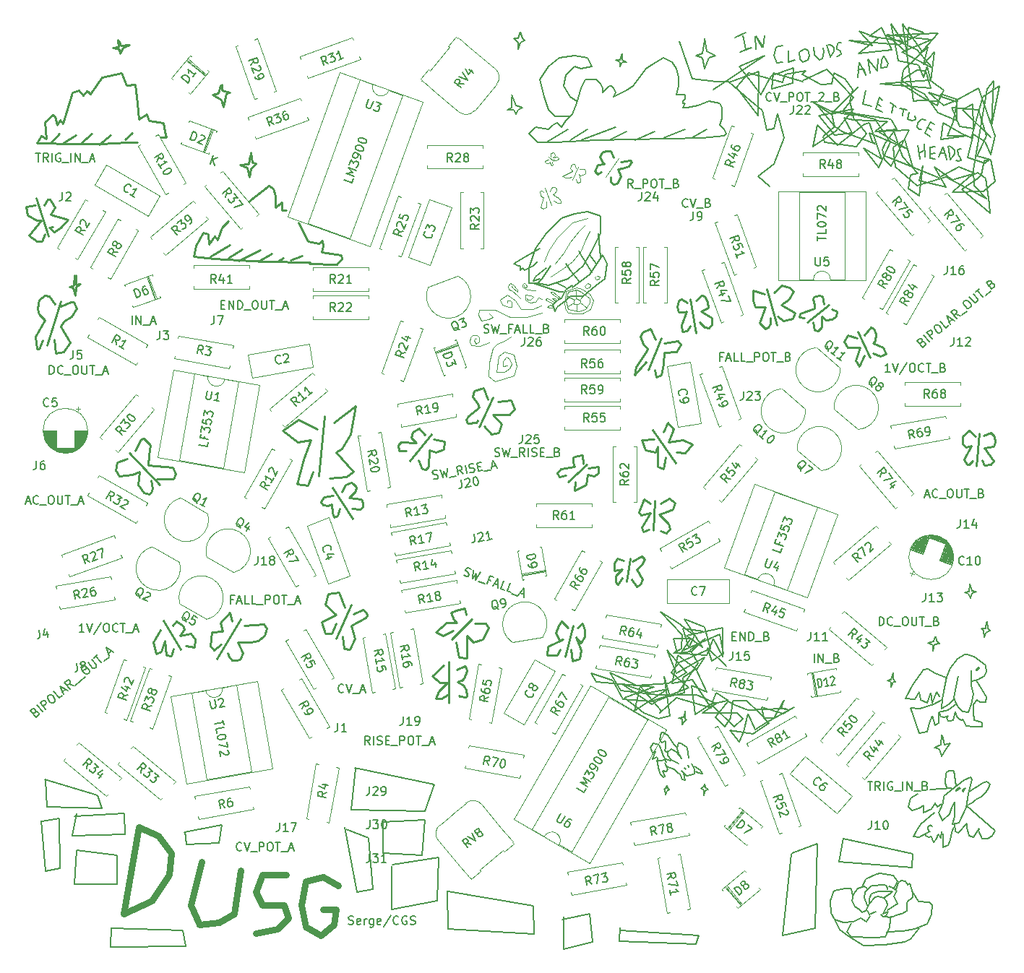
<source format=gbr>
G04 #@! TF.GenerationSoftware,KiCad,Pcbnew,(5.1.2-1)-1*
G04 #@! TF.CreationDate,2021-04-04T19:34:17-04:00*
G04 #@! TF.ProjectId,Dual Universal Slope Generator - CGS,4475616c-2055-46e6-9976-657273616c20,rev?*
G04 #@! TF.SameCoordinates,Original*
G04 #@! TF.FileFunction,Legend,Top*
G04 #@! TF.FilePolarity,Positive*
%FSLAX46Y46*%
G04 Gerber Fmt 4.6, Leading zero omitted, Abs format (unit mm)*
G04 Created by KiCad (PCBNEW (5.1.2-1)-1) date 2021-04-04 19:34:17*
%MOMM*%
%LPD*%
G04 APERTURE LIST*
%ADD10C,0.250000*%
%ADD11C,0.150000*%
%ADD12C,0.200000*%
%ADD13C,0.100000*%
%ADD14C,0.800000*%
%ADD15C,0.120000*%
G04 APERTURE END LIST*
D10*
X27482800Y-67157600D02*
X27279600Y-66294000D01*
X27330400Y-67716400D02*
X27482800Y-67157600D01*
X27025600Y-67868800D02*
X27330400Y-67716400D01*
X26441400Y-67691000D02*
X27025600Y-67868800D01*
X25781000Y-66776600D02*
X26441400Y-67691000D01*
X25958800Y-65201800D02*
X25781000Y-66776600D01*
X25069800Y-65608200D02*
X25958800Y-65201800D01*
X23545800Y-65735200D02*
X25069800Y-65608200D01*
X23190200Y-65100200D02*
X23545800Y-65735200D01*
X23317200Y-64135000D02*
X23190200Y-65100200D01*
X24511000Y-63728600D02*
X23317200Y-64135000D01*
X29921200Y-66065400D02*
X28016200Y-66116200D01*
X30200600Y-65481200D02*
X29921200Y-66065400D01*
X29870400Y-64770000D02*
X30200600Y-65481200D01*
X27000200Y-64465200D02*
X29870400Y-64770000D01*
X27051000Y-63296800D02*
X27000200Y-64465200D01*
X27228800Y-62077600D02*
X27051000Y-63296800D01*
X26492200Y-61366400D02*
X27228800Y-62077600D01*
X26136600Y-61442600D02*
X26492200Y-61366400D01*
X25476200Y-62763400D02*
X26136600Y-61442600D01*
X28295600Y-66776600D02*
X24790400Y-63068200D01*
X14528800Y-38252400D02*
X14833600Y-37388800D01*
X13944600Y-38201600D02*
X14528800Y-38252400D01*
X13030200Y-37515800D02*
X13944600Y-38201600D01*
X14452600Y-35814000D02*
X13030200Y-37515800D01*
X13893800Y-35763200D02*
X14452600Y-35814000D01*
X12852400Y-35179000D02*
X13893800Y-35763200D01*
X12700000Y-34163000D02*
X12852400Y-35179000D01*
X13741400Y-33985200D02*
X12700000Y-34163000D01*
X15341600Y-36626800D02*
X15824200Y-36576000D01*
X15925800Y-37109400D02*
X15341600Y-36626800D01*
X16738600Y-36652200D02*
X15925800Y-37109400D01*
X17602200Y-35687000D02*
X16738600Y-36652200D01*
X15570200Y-35128200D02*
X17602200Y-35687000D01*
X16052800Y-34213800D02*
X15570200Y-35128200D01*
X15646400Y-33604200D02*
X16052800Y-34213800D01*
X15443200Y-33324800D02*
X15646400Y-33604200D01*
X15240000Y-33350200D02*
X15443200Y-33324800D01*
X14782800Y-33959800D02*
X15240000Y-33350200D01*
X16129000Y-51333400D02*
X15976600Y-49784000D01*
X17094200Y-51181000D02*
X16129000Y-51333400D01*
X17830800Y-50088800D02*
X17094200Y-51181000D01*
X16764000Y-48260000D02*
X17830800Y-50088800D01*
X17043400Y-47650400D02*
X16764000Y-48260000D01*
X18008600Y-47066200D02*
X17043400Y-47650400D01*
X18567400Y-46126400D02*
X18008600Y-47066200D01*
X18262600Y-45339000D02*
X18567400Y-46126400D01*
X17932400Y-45339000D02*
X18262600Y-45339000D01*
X16738600Y-45821600D02*
X17932400Y-45339000D01*
X14147800Y-50850800D02*
X14579600Y-49834800D01*
X13970000Y-50825400D02*
X14147800Y-50850800D01*
X13741400Y-49403000D02*
X13970000Y-50825400D01*
X14884400Y-47498000D02*
X13741400Y-49403000D01*
X14681200Y-47269400D02*
X14884400Y-47498000D01*
X14147800Y-46761400D02*
X14681200Y-47269400D01*
X14020800Y-46202600D02*
X14147800Y-46761400D01*
X14122400Y-45542200D02*
X14020800Y-46202600D01*
X14198600Y-45110400D02*
X14122400Y-45542200D01*
X14833600Y-44602400D02*
X14198600Y-45110400D01*
X15367000Y-44653200D02*
X14833600Y-44602400D01*
X16078200Y-45618400D02*
X15367000Y-44653200D01*
X13868400Y-33172400D02*
X15316200Y-37668200D01*
X15138400Y-50419000D02*
X16738600Y-45262800D01*
X18465800Y-43332400D02*
X18465800Y-42214800D01*
X19024600Y-43256200D02*
X18465800Y-43332400D01*
X18465800Y-43561000D02*
X19024600Y-43256200D01*
X18440400Y-44577000D02*
X18465800Y-43561000D01*
X18161000Y-43688000D02*
X18440400Y-44577000D01*
X17703800Y-43535600D02*
X18161000Y-43688000D01*
X18237200Y-43408600D02*
X17703800Y-43535600D01*
X18364200Y-42214800D02*
X18237200Y-43408600D01*
X23774400Y-15316200D02*
X23622000Y-14757400D01*
X24765000Y-15163800D02*
X23774400Y-15316200D01*
X23977600Y-15570200D02*
X24765000Y-15163800D01*
X23672800Y-16179800D02*
X23977600Y-15570200D01*
X23622000Y-15671800D02*
X23672800Y-16179800D01*
X22783800Y-15519400D02*
X23622000Y-15671800D01*
X23469600Y-15417800D02*
X22783800Y-15519400D01*
X23444200Y-14579600D02*
X23469600Y-15417800D01*
X39192200Y-29006800D02*
X39014400Y-27838400D01*
X39547800Y-29108400D02*
X39192200Y-29006800D01*
X39014400Y-29794200D02*
X39547800Y-29108400D01*
X38785800Y-30734000D02*
X39014400Y-29794200D01*
X38608000Y-29591000D02*
X38785800Y-30734000D01*
X37693600Y-29286200D02*
X38608000Y-29591000D01*
X38735000Y-29210000D02*
X37693600Y-29286200D01*
X38887400Y-28143200D02*
X38735000Y-29210000D01*
X35610800Y-20574000D02*
X35610800Y-19862800D01*
X36499800Y-20751800D02*
X35610800Y-20574000D01*
X36118800Y-20878800D02*
X36499800Y-20751800D01*
X35788600Y-22453600D02*
X36118800Y-20878800D01*
X35483800Y-21666200D02*
X35788600Y-22453600D01*
X34518600Y-21056600D02*
X35483800Y-21666200D01*
X35204400Y-20853400D02*
X34518600Y-21056600D01*
X35433000Y-19939000D02*
X35204400Y-20853400D01*
X24231600Y-26314400D02*
X25120600Y-25527000D01*
X21183600Y-26873200D02*
X22555200Y-25755600D01*
X19126200Y-26746200D02*
X20370800Y-25628600D01*
X17018000Y-26746200D02*
X18491200Y-25755600D01*
X15570200Y-26695400D02*
X16560800Y-25654000D01*
X24358600Y-26644600D02*
X25679400Y-26644600D01*
X29083000Y-26060400D02*
X28397200Y-26060400D01*
X28956000Y-25323800D02*
X29083000Y-26060400D01*
X28727400Y-24333200D02*
X28956000Y-25323800D01*
X27025600Y-24079200D02*
X28727400Y-24333200D01*
X26797000Y-23342600D02*
X27025600Y-24079200D01*
X25908000Y-23901400D02*
X26797000Y-23342600D01*
X25730200Y-22098000D02*
X25908000Y-23901400D01*
X25425400Y-19888200D02*
X25730200Y-22098000D01*
X24434800Y-19913600D02*
X25425400Y-19888200D01*
X23799800Y-18542000D02*
X24434800Y-19913600D01*
X21564600Y-18973800D02*
X23799800Y-18542000D01*
X20167600Y-20955000D02*
X21564600Y-18973800D01*
X19939000Y-20726400D02*
X20167600Y-20955000D01*
X19735800Y-20599400D02*
X19939000Y-20726400D01*
X19380200Y-21158200D02*
X19735800Y-20599400D01*
X18872200Y-20523200D02*
X19380200Y-21158200D01*
X18059400Y-20828000D02*
X18872200Y-20523200D01*
X16941800Y-24409400D02*
X18059400Y-20828000D01*
X16637000Y-24028400D02*
X16941800Y-24409400D01*
X16306800Y-24638000D02*
X16637000Y-24028400D01*
X16052800Y-23596600D02*
X16306800Y-24638000D01*
X15798800Y-23444200D02*
X16052800Y-23596600D01*
X14884400Y-24282400D02*
X15798800Y-23444200D01*
X15011400Y-26187400D02*
X14884400Y-24282400D01*
X14427200Y-25882600D02*
X15011400Y-26187400D01*
X13893800Y-26695400D02*
X14427200Y-25882600D01*
X18491200Y-26822400D02*
X13893800Y-26695400D01*
X21437600Y-26822400D02*
X18491200Y-26822400D01*
X24409400Y-26593800D02*
X21437600Y-26822400D01*
X43688000Y-40462200D02*
X44983400Y-39928800D01*
X42087800Y-40589200D02*
X42824400Y-40182800D01*
X39827200Y-40589200D02*
X41427400Y-39649400D01*
X36398200Y-40182800D02*
X37973000Y-39192200D01*
X37592000Y-40538400D02*
X40081200Y-39217600D01*
X34239200Y-40005000D02*
X36525200Y-38658800D01*
X49047400Y-40970200D02*
X45847000Y-40868600D01*
X49682400Y-40259000D02*
X49047400Y-40970200D01*
X49580800Y-39852600D02*
X49682400Y-40259000D01*
X47320200Y-39522400D02*
X49580800Y-39852600D01*
X47294800Y-39395400D02*
X47320200Y-39522400D01*
X47498000Y-38811200D02*
X47294800Y-39395400D01*
X47371000Y-38150800D02*
X47498000Y-38811200D01*
X46964600Y-38455600D02*
X47371000Y-38150800D01*
X45643800Y-38201600D02*
X46964600Y-38455600D01*
X44602400Y-36068000D02*
X45643800Y-38201600D01*
X42672000Y-34569400D02*
X43154600Y-34569400D01*
X42621200Y-33629600D02*
X42672000Y-34569400D01*
X41884600Y-34290000D02*
X42621200Y-33629600D01*
X41884600Y-32918400D02*
X41884600Y-34290000D01*
X41605200Y-32029400D02*
X41884600Y-32918400D01*
X41097200Y-31724600D02*
X41605200Y-32029400D01*
X38836600Y-33502600D02*
X41097200Y-31724600D01*
X35585400Y-36626800D02*
X36398200Y-35864800D01*
X35128200Y-38074600D02*
X35585400Y-36626800D01*
X34772600Y-37617400D02*
X35128200Y-38074600D01*
X34112200Y-38531800D02*
X34772600Y-37617400D01*
X34010600Y-37414200D02*
X34112200Y-38531800D01*
X33401000Y-37211000D02*
X34010600Y-37414200D01*
X32537400Y-38735000D02*
X33401000Y-37211000D01*
X32334200Y-39979600D02*
X32537400Y-38735000D01*
X34671000Y-40259000D02*
X32334200Y-39979600D01*
X40640000Y-40589200D02*
X34671000Y-40259000D01*
X45923200Y-40716200D02*
X40640000Y-40589200D01*
X61366400Y-91795600D02*
X62026800Y-91389200D01*
X60655200Y-91795600D02*
X61366400Y-91795600D01*
X60985400Y-90982800D02*
X60655200Y-91795600D01*
X62001400Y-89941400D02*
X60985400Y-90982800D01*
X61214000Y-89966800D02*
X62001400Y-89941400D01*
X60248800Y-89179400D02*
X61214000Y-89966800D01*
X61595000Y-87934800D02*
X60248800Y-89179400D01*
X63957200Y-90297000D02*
X63246000Y-89839800D01*
X63449200Y-91592400D02*
X63398400Y-91516200D01*
X64211200Y-91694000D02*
X63449200Y-91592400D01*
X64312800Y-91490800D02*
X64211200Y-91694000D01*
X64236600Y-90805000D02*
X64312800Y-91490800D01*
X64008000Y-90398600D02*
X64236600Y-90805000D01*
X63728600Y-89687400D02*
X63322200Y-89763600D01*
X63957200Y-89458800D02*
X63728600Y-89687400D01*
X64312800Y-88620600D02*
X63957200Y-89458800D01*
X64211200Y-88214200D02*
X64312800Y-88620600D01*
X64033400Y-88011000D02*
X64211200Y-88214200D01*
X63119000Y-88468200D02*
X64033400Y-88011000D01*
X63347600Y-87020400D02*
X63017400Y-85242400D01*
X64312800Y-87071200D02*
X63347600Y-87020400D01*
X64338200Y-84480400D02*
X64312800Y-87071200D01*
X65049400Y-85242400D02*
X64338200Y-84480400D01*
X66167000Y-84886800D02*
X65049400Y-85242400D01*
X66878200Y-83566000D02*
X66167000Y-84886800D01*
X66471800Y-83058000D02*
X66878200Y-83566000D01*
X65278000Y-83007200D02*
X66471800Y-83058000D01*
X61493400Y-84429600D02*
X62712600Y-83870800D01*
X60629800Y-84048600D02*
X61493400Y-84429600D01*
X61899800Y-82905600D02*
X60629800Y-84048600D01*
X63093600Y-82905600D02*
X61899800Y-82905600D01*
X62788800Y-82626200D02*
X63093600Y-82905600D01*
X62407800Y-81711800D02*
X62788800Y-82626200D01*
X63042800Y-81508600D02*
X62407800Y-81711800D01*
X64058800Y-81254600D02*
X63042800Y-81508600D01*
X64236600Y-81991200D02*
X64058800Y-81254600D01*
X62534800Y-84861400D02*
X64871600Y-82499200D01*
X62230000Y-92329000D02*
X62204600Y-87503000D01*
X123164600Y-64363600D02*
X123596400Y-63931800D01*
X122859800Y-64389000D02*
X123164600Y-64363600D01*
X122529600Y-63779400D02*
X122859800Y-64389000D01*
X123444000Y-62179200D02*
X122529600Y-63779400D01*
X122809000Y-62331600D02*
X123444000Y-62179200D01*
X122377200Y-62026800D02*
X122809000Y-62331600D01*
X122377200Y-61061600D02*
X122377200Y-62026800D01*
X123190000Y-60401200D02*
X122377200Y-61061600D01*
X123875800Y-61061600D02*
X123190000Y-60401200D01*
X124917200Y-64439800D02*
X124663200Y-63881000D01*
X125679200Y-64414400D02*
X124917200Y-64439800D01*
X126009400Y-63957200D02*
X125679200Y-64414400D01*
X124942600Y-62458600D02*
X126009400Y-63957200D01*
X126060200Y-62255400D02*
X124942600Y-62458600D01*
X126238000Y-61798200D02*
X126060200Y-62255400D01*
X126111000Y-61061600D02*
X126238000Y-61798200D01*
X125730000Y-60629800D02*
X126111000Y-61061600D01*
X124815600Y-61036200D02*
X125730000Y-60629800D01*
X124028200Y-64592200D02*
X124358400Y-60731400D01*
X110261400Y-52857400D02*
X110845600Y-51587400D01*
X109880400Y-52222400D02*
X110261400Y-52857400D01*
X110337600Y-50673000D02*
X109880400Y-52222400D01*
X108940600Y-50698400D02*
X110337600Y-50673000D01*
X108508800Y-49961800D02*
X108940600Y-50698400D01*
X108966000Y-49250600D02*
X108508800Y-49961800D01*
X110058200Y-49555400D02*
X108966000Y-49250600D01*
X112750600Y-51689000D02*
X111912400Y-51333400D01*
X113436400Y-51409600D02*
X112750600Y-51689000D01*
X113055400Y-50698400D02*
X113436400Y-51409600D01*
X111861600Y-50165000D02*
X113055400Y-50698400D01*
X112115600Y-49911000D02*
X111861600Y-50165000D01*
X112191800Y-49098200D02*
X112115600Y-49911000D01*
X112014000Y-48514000D02*
X112191800Y-49098200D01*
X111607600Y-48336200D02*
X112014000Y-48514000D01*
X110871000Y-49199800D02*
X111607600Y-48336200D01*
X105029000Y-48615600D02*
X104876600Y-47726600D01*
X105460800Y-48691800D02*
X105029000Y-48615600D01*
X105841800Y-48285400D02*
X105460800Y-48691800D01*
X105892600Y-47015400D02*
X105841800Y-48285400D01*
X106426000Y-47447200D02*
X105892600Y-47015400D01*
X107061000Y-47345600D02*
X106426000Y-47447200D01*
X107569000Y-47015400D02*
X107061000Y-47345600D01*
X107645200Y-46431200D02*
X107569000Y-47015400D01*
X107061000Y-46202600D02*
X107645200Y-46431200D01*
X103276400Y-47117000D02*
X103860600Y-47167800D01*
X103378000Y-46710600D02*
X103276400Y-47117000D01*
X105054400Y-46075600D02*
X103378000Y-46710600D01*
X105029000Y-45720000D02*
X105054400Y-46075600D01*
X104825800Y-45034200D02*
X105029000Y-45720000D01*
X104927400Y-44729400D02*
X104825800Y-45034200D01*
X105511600Y-44602400D02*
X104927400Y-44729400D01*
X105968800Y-44678600D02*
X105511600Y-44602400D01*
X106172000Y-45567600D02*
X105968800Y-44678600D01*
X99847400Y-47853600D02*
X99898200Y-47218600D01*
X99644200Y-48285400D02*
X99847400Y-47853600D01*
X99263200Y-48488600D02*
X99644200Y-48285400D01*
X98628200Y-47777400D02*
X99263200Y-48488600D01*
X99314000Y-45897800D02*
X98628200Y-47777400D01*
X99009200Y-45948600D02*
X99314000Y-45897800D01*
X98069400Y-45923200D02*
X99009200Y-45948600D01*
X97866200Y-45135800D02*
X98069400Y-45923200D01*
X97840800Y-44018200D02*
X97866200Y-45135800D01*
X99212400Y-44450000D02*
X97840800Y-44018200D01*
X101422200Y-47523400D02*
X100736400Y-47015400D01*
X102463600Y-47320200D02*
X101422200Y-47523400D01*
X102768400Y-46583600D02*
X102463600Y-47320200D01*
X101117400Y-45720000D02*
X102768400Y-46583600D01*
X102108000Y-45034200D02*
X101117400Y-45720000D01*
X102565200Y-44069000D02*
X102108000Y-45034200D01*
X102031800Y-43637200D02*
X102565200Y-44069000D01*
X101193600Y-43434000D02*
X102031800Y-43637200D01*
X100279200Y-44246800D02*
X101193600Y-43434000D01*
X90093800Y-48768000D02*
X90449400Y-48107600D01*
X89509600Y-48818800D02*
X90093800Y-48768000D01*
X89484200Y-48082200D02*
X89509600Y-48818800D01*
X90043000Y-46456600D02*
X89484200Y-48082200D01*
X89814400Y-46558200D02*
X90043000Y-46456600D01*
X89103200Y-46558200D02*
X89814400Y-46558200D01*
X88925400Y-45948600D02*
X89103200Y-46558200D01*
X89077800Y-45186600D02*
X88925400Y-45948600D01*
X89484200Y-44983400D02*
X89077800Y-45186600D01*
X90093800Y-45389800D02*
X89484200Y-44983400D01*
X92125800Y-48336200D02*
X91567000Y-47726600D01*
X92633800Y-48361600D02*
X92125800Y-48336200D01*
X93014800Y-47929800D02*
X92633800Y-48361600D01*
X93014800Y-47218600D02*
X93014800Y-47929800D01*
X91719400Y-46482000D02*
X93014800Y-47218600D01*
X92608400Y-46050200D02*
X91719400Y-46482000D01*
X92532200Y-45313600D02*
X92608400Y-46050200D01*
X92151200Y-44704000D02*
X92532200Y-45313600D01*
X91846400Y-44551600D02*
X92151200Y-44704000D01*
X91160600Y-45212000D02*
X91846400Y-44551600D01*
X83947000Y-53924200D02*
X85293200Y-52374800D01*
X84099400Y-52933600D02*
X83947000Y-53924200D01*
X85318600Y-51206400D02*
X84099400Y-52933600D01*
X85445600Y-50825400D02*
X85318600Y-51206400D01*
X84963000Y-50241200D02*
X85445600Y-50825400D01*
X84607400Y-49428400D02*
X84963000Y-50241200D01*
X84912200Y-48869600D02*
X84607400Y-49428400D01*
X85852000Y-48488600D02*
X84912200Y-48869600D01*
X86436200Y-49733200D02*
X85852000Y-48488600D01*
X86512400Y-54152800D02*
X86360000Y-53263800D01*
X87096600Y-53924200D02*
X86512400Y-54152800D01*
X87376000Y-52654200D02*
X87096600Y-53924200D01*
X87401400Y-51231800D02*
X87376000Y-52654200D01*
X88874600Y-51181000D02*
X87401400Y-51231800D01*
X89408000Y-50368200D02*
X88874600Y-51181000D01*
X89001600Y-49911000D02*
X89408000Y-50368200D01*
X87401400Y-50139600D02*
X89001600Y-49911000D01*
X87376000Y-64897000D02*
X87630000Y-63576200D01*
X86690200Y-64668400D02*
X87376000Y-64897000D01*
X86639400Y-62280800D02*
X86690200Y-64668400D01*
X86410800Y-62992000D02*
X86639400Y-62280800D01*
X85191600Y-62712600D02*
X86410800Y-62992000D01*
X84836000Y-61544200D02*
X85191600Y-62712600D01*
X86258400Y-61468000D02*
X84836000Y-61544200D01*
X89865200Y-63017400D02*
X88849200Y-62941200D01*
X90754200Y-62001400D02*
X89865200Y-63017400D01*
X89662000Y-61544200D02*
X90754200Y-62001400D01*
X87934800Y-61747400D02*
X89662000Y-61544200D01*
X88493600Y-60248800D02*
X87934800Y-61747400D01*
X87858600Y-59486800D02*
X88493600Y-60248800D01*
X87325200Y-60604400D02*
X87858600Y-59486800D01*
X84937600Y-72263000D02*
X85674200Y-72009000D01*
X84810600Y-71729600D02*
X84937600Y-72263000D01*
X85801200Y-70078600D02*
X84810600Y-71729600D01*
X84683600Y-70307200D02*
X85801200Y-70078600D01*
X84455000Y-70002400D02*
X84683600Y-70307200D01*
X85039200Y-68478400D02*
X84455000Y-70002400D01*
X85775800Y-68961000D02*
X85039200Y-68478400D01*
X87655400Y-72440800D02*
X87020400Y-72186800D01*
X88138000Y-71958200D02*
X87655400Y-72440800D01*
X87909400Y-71323200D02*
X88138000Y-71958200D01*
X86817200Y-70205600D02*
X87909400Y-71323200D01*
X87553800Y-70002400D02*
X86817200Y-70205600D01*
X88468200Y-69621400D02*
X87553800Y-70002400D01*
X88671400Y-68884800D02*
X88468200Y-69621400D01*
X88011000Y-68402200D02*
X88671400Y-68884800D01*
X87020400Y-68961000D02*
X88011000Y-68402200D01*
X76708000Y-87452200D02*
X76479400Y-86029800D01*
X77495400Y-87198200D02*
X76708000Y-87452200D01*
X77647800Y-86131400D02*
X77495400Y-87198200D01*
X77114400Y-84632800D02*
X77647800Y-86131400D01*
X77673200Y-85267800D02*
X77114400Y-84632800D01*
X78079600Y-84531200D02*
X77673200Y-85267800D01*
X78105000Y-83743800D02*
X78079600Y-84531200D01*
X77851000Y-82981800D02*
X78105000Y-83743800D01*
X77266800Y-83540600D02*
X77851000Y-82981800D01*
X74853800Y-86766400D02*
X75260200Y-86080600D01*
X73736200Y-86715600D02*
X74853800Y-86766400D01*
X73812400Y-85699600D02*
X73736200Y-86715600D01*
X75590400Y-84861400D02*
X73812400Y-85699600D01*
X75184000Y-84988400D02*
X75590400Y-84861400D01*
X74701400Y-84150200D02*
X75184000Y-84988400D01*
X75031600Y-83286600D02*
X74701400Y-84150200D01*
X75412600Y-82778600D02*
X75031600Y-83286600D01*
X76200000Y-83566000D02*
X75412600Y-82778600D01*
X75793600Y-86918800D02*
X76784200Y-83261200D01*
X82042000Y-78460600D02*
X82524600Y-77673200D01*
X81737200Y-78232000D02*
X82042000Y-78460600D01*
X81762600Y-77470000D02*
X81737200Y-78232000D01*
X82550000Y-76682600D02*
X81762600Y-77470000D01*
X81559400Y-76835000D02*
X82550000Y-76682600D01*
X81610200Y-75971400D02*
X81559400Y-76835000D01*
X81889600Y-75361800D02*
X81610200Y-75971400D01*
X82677000Y-75615800D02*
X81889600Y-75361800D01*
X84175600Y-78740000D02*
X83642200Y-77876400D01*
X84658200Y-78486000D02*
X84175600Y-78740000D01*
X84912200Y-77825600D02*
X84658200Y-78486000D01*
X84175600Y-76708000D02*
X84912200Y-77825600D01*
X84836000Y-76123800D02*
X84175600Y-76708000D01*
X85140800Y-75488800D02*
X84836000Y-76123800D01*
X84785200Y-75107800D02*
X85140800Y-75488800D01*
X83693000Y-75768200D02*
X84785200Y-75107800D01*
X110109000Y-48818800D02*
X111531400Y-51866800D01*
X99415600Y-43789600D02*
X100609400Y-48031400D01*
X104165400Y-47675800D02*
X106705400Y-45694600D01*
X90500200Y-44983400D02*
X91135200Y-48945800D01*
X87096600Y-49580800D02*
X85598000Y-53340000D01*
X86029800Y-60299600D02*
X88747600Y-64185800D01*
X86334600Y-68630800D02*
X86131400Y-72136000D01*
X83007200Y-78079600D02*
X83464400Y-75412600D01*
X76885800Y-67437000D02*
X77038200Y-66446400D01*
X78308200Y-66751200D02*
X76885800Y-67437000D01*
X78435200Y-65608200D02*
X78308200Y-66751200D01*
X79197200Y-65760600D02*
X78435200Y-65608200D01*
X79679800Y-65405000D02*
X79197200Y-65760600D01*
X79730600Y-64617600D02*
X79679800Y-65405000D01*
X78536800Y-64846200D02*
X79730600Y-64617600D01*
X75158600Y-65836800D02*
X75920600Y-65684400D01*
X74904600Y-65430400D02*
X75158600Y-65836800D01*
X75311000Y-64897000D02*
X74904600Y-65430400D01*
X76936600Y-64643000D02*
X75311000Y-64897000D01*
X76784200Y-64160400D02*
X76936600Y-64643000D01*
X76784200Y-63576200D02*
X76784200Y-64160400D01*
X77241400Y-63347600D02*
X76784200Y-63576200D01*
X77851000Y-63296800D02*
X77241400Y-63347600D01*
X77927200Y-64312800D02*
X77851000Y-63296800D01*
X76174600Y-66395600D02*
X78359000Y-64363600D01*
X65430400Y-59512200D02*
X65608200Y-59207400D01*
X64414400Y-59537600D02*
X65430400Y-59512200D01*
X64236600Y-59131200D02*
X64414400Y-59537600D01*
X64465200Y-58750200D02*
X64236600Y-59131200D01*
X65735200Y-57708800D02*
X64465200Y-58750200D01*
X65557400Y-57251600D02*
X65735200Y-57708800D01*
X65024000Y-56464200D02*
X65557400Y-57251600D01*
X65176400Y-55778400D02*
X65024000Y-56464200D01*
X66243200Y-55448200D02*
X65176400Y-55778400D01*
X66776600Y-56769000D02*
X66243200Y-55448200D01*
X67183000Y-60833000D02*
X66319400Y-59944000D01*
X68046600Y-60680600D02*
X67183000Y-60833000D01*
X68402200Y-59690000D02*
X68046600Y-60680600D01*
X67386200Y-58572400D02*
X68402200Y-59690000D01*
X69291200Y-58572400D02*
X67386200Y-58572400D01*
X69900800Y-57835800D02*
X69291200Y-58572400D01*
X69443600Y-56896000D02*
X69900800Y-57835800D01*
X67919600Y-57048400D02*
X69443600Y-56896000D01*
X65709800Y-60020200D02*
X67386200Y-56489600D01*
X59080400Y-64871600D02*
X58623200Y-63855600D01*
X59512200Y-64998600D02*
X59080400Y-64871600D01*
X59791600Y-64617600D02*
X59512200Y-64998600D01*
X59867800Y-62712600D02*
X59791600Y-64617600D01*
X60680600Y-62992000D02*
X59867800Y-62712600D01*
X61595000Y-62636400D02*
X60680600Y-62992000D01*
X61645800Y-61722000D02*
X61595000Y-62636400D01*
X60375800Y-61442600D02*
X61645800Y-61722000D01*
X56388000Y-62814200D02*
X57175400Y-62814200D01*
X56261000Y-62128400D02*
X56388000Y-62814200D01*
X56591200Y-61747400D02*
X56261000Y-62128400D01*
X58343800Y-61823600D02*
X56591200Y-61747400D01*
X57785000Y-61239400D02*
X58343800Y-61823600D01*
X57937400Y-60553600D02*
X57785000Y-61239400D01*
X58699400Y-60198000D02*
X57937400Y-60553600D01*
X59359800Y-60883800D02*
X58699400Y-60198000D01*
X57658000Y-63931800D02*
X60121800Y-60858400D01*
X49174400Y-70408800D02*
X49428400Y-69519800D01*
X48768000Y-70586600D02*
X49174400Y-70408800D01*
X48539400Y-70078600D02*
X48768000Y-70586600D01*
X48488600Y-69062600D02*
X48539400Y-70078600D01*
X48031400Y-69240400D02*
X48488600Y-69062600D01*
X47472600Y-69113400D02*
X48031400Y-69240400D01*
X47167800Y-68783200D02*
X47472600Y-69113400D01*
X47523400Y-68199000D02*
X47167800Y-68783200D01*
X48615600Y-68072000D02*
X47523400Y-68199000D01*
X51790600Y-69672200D02*
X50876200Y-69570600D01*
X52095400Y-69392800D02*
X51790600Y-69672200D01*
X52095400Y-68859400D02*
X52095400Y-69392800D01*
X51917600Y-68453000D02*
X52095400Y-68859400D01*
X50520600Y-68275200D02*
X51917600Y-68453000D01*
X51231800Y-67538600D02*
X50520600Y-68275200D01*
X51358800Y-67056000D02*
X51231800Y-67538600D01*
X51054000Y-66649600D02*
X51358800Y-67056000D01*
X50723800Y-66548000D02*
X51054000Y-66649600D01*
X50088800Y-66802000D02*
X50723800Y-66548000D01*
X49682400Y-67589400D02*
X50088800Y-66802000D01*
X45643800Y-66852800D02*
X46253400Y-65278000D01*
X44450000Y-66700400D02*
X45643800Y-66852800D01*
X45186600Y-63830200D02*
X44450000Y-66700400D01*
X46024800Y-61518800D02*
X45186600Y-63830200D01*
X44526200Y-61747400D02*
X46024800Y-61518800D01*
X42722800Y-60375800D02*
X44526200Y-61747400D01*
X44602400Y-59182000D02*
X42722800Y-60375800D01*
X46761400Y-60223400D02*
X44602400Y-59182000D01*
X50139600Y-65862200D02*
X48260000Y-66014600D01*
X50977800Y-65278000D02*
X50139600Y-65862200D01*
X49022000Y-62941200D02*
X50977800Y-65278000D01*
X49631600Y-62560200D02*
X49022000Y-62941200D01*
X50673000Y-60833000D02*
X49631600Y-62560200D01*
X51282600Y-57531000D02*
X50673000Y-60833000D01*
X48717200Y-59486800D02*
X51282600Y-57531000D01*
X47599600Y-58724800D02*
X46990000Y-65786000D01*
X50901600Y-70739000D02*
X48564800Y-67081400D01*
X48514000Y-84201000D02*
X48996600Y-83032600D01*
X47701200Y-84201000D02*
X48514000Y-84201000D01*
X47320200Y-82854800D02*
X47701200Y-84201000D01*
X48996600Y-81991200D02*
X47320200Y-82854800D01*
X47752000Y-80848200D02*
X48996600Y-81991200D01*
X48082200Y-79552800D02*
X47752000Y-80848200D01*
X49326800Y-79400400D02*
X48082200Y-79552800D01*
X49961800Y-81178400D02*
X49326800Y-79400400D01*
X49911000Y-86004400D02*
X49758600Y-84582000D01*
X50622200Y-86055200D02*
X49911000Y-86004400D01*
X51155600Y-84810600D02*
X50622200Y-86055200D01*
X50774600Y-83235800D02*
X51155600Y-84810600D01*
X52451000Y-82372200D02*
X50774600Y-83235800D01*
X52628800Y-82092800D02*
X52451000Y-82372200D01*
X52578000Y-81711800D02*
X52628800Y-82092800D01*
X52146200Y-81407000D02*
X52578000Y-81711800D01*
X51003200Y-81889600D02*
X52146200Y-81407000D01*
X50723800Y-80797400D02*
X48996600Y-84759800D01*
X34696400Y-86156800D02*
X35560000Y-85445600D01*
X34213800Y-85674200D02*
X34696400Y-86156800D01*
X34417000Y-83997800D02*
X34213800Y-85674200D01*
X35661600Y-83947000D02*
X34417000Y-83997800D01*
X35458400Y-82905600D02*
X35661600Y-83947000D01*
X36525200Y-81762600D02*
X35458400Y-82905600D01*
X36804600Y-82753200D02*
X36525200Y-81762600D01*
X36423600Y-86918800D02*
X36271200Y-86487000D01*
X36753800Y-87299800D02*
X36423600Y-86918800D01*
X37287200Y-87350600D02*
X36753800Y-87299800D01*
X37719000Y-87249000D02*
X37287200Y-87350600D01*
X37820600Y-87071200D02*
X37719000Y-87249000D01*
X38100000Y-86487000D02*
X37820600Y-87071200D01*
X37465000Y-85242400D02*
X38100000Y-86487000D01*
X39014400Y-85242400D02*
X37465000Y-85242400D01*
X39878000Y-85090000D02*
X39014400Y-85242400D01*
X40640000Y-84480400D02*
X39878000Y-85090000D01*
X40817800Y-83616800D02*
X40640000Y-84480400D01*
X40487600Y-83083400D02*
X40817800Y-83616800D01*
X38201600Y-83235800D02*
X40487600Y-83083400D01*
X29641800Y-86868000D02*
X29921200Y-85953600D01*
X29057600Y-86715600D02*
X29641800Y-86868000D01*
X28905200Y-85090000D02*
X29057600Y-86715600D01*
X28524200Y-86334600D02*
X28905200Y-85090000D01*
X27863800Y-86537800D02*
X28524200Y-86334600D01*
X27533600Y-85191600D02*
X27863800Y-86537800D01*
X28448000Y-83769200D02*
X27533600Y-85191600D01*
X32410400Y-85826600D02*
X31394400Y-85623400D01*
X32512000Y-84861400D02*
X32410400Y-85826600D01*
X31927800Y-84201000D02*
X32512000Y-84861400D01*
X30683200Y-84480400D02*
X31927800Y-84201000D01*
X31165800Y-83667600D02*
X30683200Y-84480400D01*
X31013400Y-83235800D02*
X31165800Y-83667600D01*
X30302200Y-82753200D02*
X31013400Y-83235800D01*
X29870400Y-83235800D02*
X30302200Y-82753200D01*
X28727400Y-82702400D02*
X30784800Y-86106000D01*
X35026600Y-87147400D02*
X37820600Y-82524600D01*
D11*
X116509800Y-110007400D02*
X108458000Y-108254800D01*
X116433600Y-111633000D02*
X116509800Y-110007400D01*
X107950000Y-110998000D02*
X116433600Y-111633000D01*
X108458000Y-108127800D02*
X107950000Y-110998000D01*
X105410000Y-108864400D02*
X102412800Y-109931200D01*
X105079800Y-118745000D02*
X105410000Y-108864400D01*
X101346000Y-119557800D02*
X105079800Y-118745000D01*
X102285800Y-110058200D02*
X101346000Y-119557800D01*
X35636200Y-106629200D02*
X31165800Y-107518200D01*
X35306000Y-108737400D02*
X35636200Y-106629200D01*
X31470600Y-108940600D02*
X35306000Y-108737400D01*
X31292800Y-107391200D02*
X31470600Y-108940600D01*
X31013400Y-118973600D02*
X22707600Y-118770400D01*
X31343600Y-120827800D02*
X31013400Y-118973600D01*
X22580600Y-120954800D02*
X31343600Y-120827800D01*
X22656800Y-118643400D02*
X22580600Y-120954800D01*
X23368000Y-110210600D02*
X18618200Y-109575600D01*
X23368000Y-113588800D02*
X23368000Y-110210600D01*
X18313400Y-113588800D02*
X23368000Y-113588800D01*
X18618200Y-109575600D02*
X18313400Y-113588800D01*
X16586200Y-105918000D02*
X14528800Y-106248200D01*
X16637000Y-111734600D02*
X16586200Y-105918000D01*
X14909800Y-112064800D02*
X16637000Y-111734600D01*
X14478000Y-106121200D02*
X14909800Y-112064800D01*
X24180800Y-105283000D02*
X18364200Y-105613200D01*
X24257000Y-107721400D02*
X24180800Y-105283000D01*
X18059400Y-107899200D02*
X24257000Y-107721400D01*
X18567400Y-105283000D02*
X18059400Y-107899200D01*
X21056600Y-103174800D02*
X14859000Y-101269800D01*
X21513800Y-104724200D02*
X21056600Y-103174800D01*
X15113000Y-104521000D02*
X21513800Y-104724200D01*
X14909800Y-101269800D02*
X15113000Y-104521000D01*
X91516200Y-119583200D02*
X82245200Y-119024400D01*
X91109800Y-120650000D02*
X91516200Y-119583200D01*
X82169000Y-120243600D02*
X91109800Y-120650000D01*
X82245200Y-118694200D02*
X82169000Y-120243600D01*
X78689200Y-117094000D02*
X75463400Y-117729000D01*
X79019400Y-120319800D02*
X78689200Y-117094000D01*
X75615800Y-121208800D02*
X79019400Y-120319800D01*
X75615800Y-117398800D02*
X75615800Y-121208800D01*
X72059800Y-116128800D02*
X62128400Y-114427000D01*
X72161400Y-119430800D02*
X72059800Y-116128800D01*
X62128400Y-118872000D02*
X72161400Y-119430800D01*
X62052200Y-114350800D02*
X62128400Y-118872000D01*
X61010800Y-110464600D02*
X55600600Y-111277400D01*
X60858400Y-115544600D02*
X61010800Y-110464600D01*
X55524400Y-116535200D02*
X60858400Y-115544600D01*
X55524400Y-111429800D02*
X55524400Y-116535200D01*
X52781200Y-108127800D02*
X50190400Y-107162600D01*
X53263800Y-114173000D02*
X52781200Y-108127800D01*
X51409600Y-114503200D02*
X53263800Y-114173000D01*
X50038000Y-106908600D02*
X51409600Y-114503200D01*
X59385200Y-106019600D02*
X54381400Y-106273600D01*
X59080400Y-110236000D02*
X59385200Y-106019600D01*
X54457600Y-109905800D02*
X59080400Y-110236000D01*
X54457600Y-105943400D02*
X54457600Y-109905800D01*
X60528200Y-101904800D02*
X51155600Y-99974400D01*
X59385200Y-105054400D02*
X60528200Y-101904800D01*
X50749200Y-104902000D02*
X59385200Y-105054400D01*
X51231800Y-100050600D02*
X50749200Y-104902000D01*
X92506800Y-85877400D02*
X94742000Y-88036400D01*
X93014800Y-87452200D02*
X92506800Y-85877400D01*
X94335600Y-86614000D02*
X93014800Y-87452200D01*
X93954600Y-84251800D02*
X94335600Y-86614000D01*
X89509600Y-86258400D02*
X93954600Y-84251800D01*
X90525600Y-84759800D02*
X89509600Y-86258400D01*
X88493600Y-84759800D02*
X90525600Y-84759800D01*
X88950800Y-86512400D02*
X88493600Y-84759800D01*
X90601800Y-86283800D02*
X88950800Y-86512400D01*
X92227400Y-84836000D02*
X90601800Y-86283800D01*
X90500200Y-86182200D02*
X92227400Y-84836000D01*
X91363800Y-87680800D02*
X90500200Y-86182200D01*
X89154000Y-91084400D02*
X91363800Y-87680800D01*
X85877400Y-92202000D02*
X89154000Y-91084400D01*
X82600800Y-91948000D02*
X85877400Y-92202000D01*
X81407000Y-89738200D02*
X82600800Y-91948000D01*
X78867000Y-88849200D02*
X81407000Y-89738200D01*
X79502000Y-89890600D02*
X78867000Y-88849200D01*
X86207600Y-90474800D02*
X79502000Y-89890600D01*
X82753200Y-91744800D02*
X86207600Y-90474800D01*
X85064600Y-93548200D02*
X82753200Y-91744800D01*
X86741000Y-94183200D02*
X85064600Y-93548200D01*
X88087200Y-93853000D02*
X86741000Y-94183200D01*
X87401400Y-89179400D02*
X88087200Y-93853000D01*
X88061800Y-91541600D02*
X87401400Y-89179400D01*
X89814400Y-91109800D02*
X88061800Y-91541600D01*
X89636600Y-89382600D02*
X89814400Y-91109800D01*
X91135200Y-88366600D02*
X89636600Y-89382600D01*
X92456000Y-91059000D02*
X91135200Y-88366600D01*
X90652600Y-90297000D02*
X92456000Y-91059000D01*
X91084400Y-93700600D02*
X90652600Y-90297000D01*
X93014800Y-92405200D02*
X91084400Y-93700600D01*
X93548200Y-91109800D02*
X93014800Y-92405200D01*
X94919800Y-92075000D02*
X93548200Y-91109800D01*
X93472000Y-94056200D02*
X94919800Y-92075000D01*
X94513400Y-95148400D02*
X93472000Y-94056200D01*
X95224600Y-94081600D02*
X94513400Y-95148400D01*
X95504000Y-92100400D02*
X95224600Y-94081600D01*
X97078800Y-92100400D02*
X95504000Y-92100400D01*
X98501200Y-93446600D02*
X97078800Y-92100400D01*
X99669600Y-94691200D02*
X98501200Y-93446600D01*
X97840800Y-96012000D02*
X99669600Y-94691200D01*
X95123000Y-95529400D02*
X97840800Y-96012000D01*
X96240600Y-96901000D02*
X95123000Y-95529400D01*
X96723200Y-95758000D02*
X96240600Y-96901000D01*
X97205800Y-93624400D02*
X96723200Y-95758000D01*
X98069400Y-95427800D02*
X97205800Y-93624400D01*
X99441000Y-94640400D02*
X98069400Y-95427800D01*
X102692200Y-92811600D02*
X99441000Y-94640400D01*
X101396800Y-93624400D02*
X102692200Y-92811600D01*
X98882200Y-92837000D02*
X101396800Y-93624400D01*
X99110800Y-94081600D02*
X98882200Y-92837000D01*
X100253800Y-94107000D02*
X99110800Y-94081600D01*
X101498400Y-92024200D02*
X100253800Y-94107000D01*
X101117400Y-92913200D02*
X101498400Y-92024200D01*
X101904800Y-93091000D02*
X101117400Y-92913200D01*
X101117400Y-92989400D02*
X101904800Y-93091000D01*
X97205800Y-93218000D02*
X101117400Y-92989400D01*
X95758000Y-92608400D02*
X97205800Y-93218000D01*
X94767400Y-92049600D02*
X95758000Y-92608400D01*
X92913200Y-92532200D02*
X94767400Y-92049600D01*
X95605600Y-95097600D02*
X92913200Y-92532200D01*
X96647000Y-94208600D02*
X95605600Y-95097600D01*
X95986600Y-93497400D02*
X96647000Y-94208600D01*
X91897200Y-93497400D02*
X95986600Y-93497400D01*
X93497400Y-92430600D02*
X91897200Y-93497400D01*
X91236800Y-91414600D02*
X93497400Y-92430600D01*
X86639400Y-91363800D02*
X91236800Y-91414600D01*
X82372200Y-90906600D02*
X86639400Y-91363800D01*
X81102200Y-88747600D02*
X82372200Y-90906600D01*
X84175600Y-90297000D02*
X81102200Y-88747600D01*
X87909400Y-90068400D02*
X84175600Y-90297000D01*
X90017600Y-88798400D02*
X87909400Y-90068400D01*
X87757000Y-86156800D02*
X90017600Y-88798400D01*
X88874600Y-88849200D02*
X87757000Y-86156800D01*
X92176600Y-86995000D02*
X88874600Y-88849200D01*
X91262200Y-88468200D02*
X92176600Y-86995000D01*
X89001600Y-86741000D02*
X91262200Y-88468200D01*
X88366600Y-90068400D02*
X89001600Y-86741000D01*
X90703400Y-89611200D02*
X88366600Y-90068400D01*
X92913200Y-92913200D02*
X90703400Y-89611200D01*
X88900000Y-91719400D02*
X92913200Y-92913200D01*
X86944200Y-93522800D02*
X88900000Y-91719400D01*
X87122000Y-93294200D02*
X86944200Y-93522800D01*
X84632800Y-90398600D02*
X87122000Y-93294200D01*
X83947000Y-93268800D02*
X84632800Y-90398600D01*
X87833200Y-90728800D02*
X83947000Y-93268800D01*
X85674200Y-91160600D02*
X87833200Y-90728800D01*
X82499200Y-90119200D02*
X85674200Y-91160600D01*
X86004400Y-92506800D02*
X82499200Y-90119200D01*
X86639400Y-92075000D02*
X86004400Y-92506800D01*
X90297000Y-90525600D02*
X86639400Y-92075000D01*
X88290400Y-88773000D02*
X90297000Y-90525600D01*
X89179400Y-87553800D02*
X88290400Y-88773000D01*
X92837000Y-85953600D02*
X89179400Y-87553800D01*
X92125800Y-83464400D02*
X92837000Y-85953600D01*
X89814400Y-82473800D02*
X92125800Y-83464400D01*
X91897200Y-85801200D02*
X89814400Y-82473800D01*
X90068400Y-84480400D02*
X91897200Y-85801200D01*
X94259400Y-83540600D02*
X90068400Y-84480400D01*
X94310200Y-86893400D02*
X94259400Y-83540600D01*
X93218000Y-84759800D02*
X94310200Y-86893400D01*
X92456000Y-86766400D02*
X93218000Y-84759800D01*
X88544400Y-86487000D02*
X92456000Y-86766400D01*
X89433400Y-85953600D02*
X88544400Y-86487000D01*
X89535000Y-84404200D02*
X89433400Y-85953600D01*
X86969600Y-81635600D02*
X89535000Y-84404200D01*
X89027000Y-82931000D02*
X86969600Y-81635600D01*
X90982800Y-84455000D02*
X89027000Y-82931000D01*
X90322400Y-85877400D02*
X90982800Y-84455000D01*
X89611200Y-83591400D02*
X90322400Y-85877400D01*
X91998800Y-83947000D02*
X89611200Y-83591400D01*
X89865200Y-94157800D02*
X89890600Y-93243400D01*
X90068400Y-94259400D02*
X89865200Y-94157800D01*
X89789000Y-94513400D02*
X90068400Y-94259400D01*
X89509600Y-94894400D02*
X89789000Y-94513400D01*
X89509600Y-94234000D02*
X89509600Y-94894400D01*
X89077800Y-94132400D02*
X89509600Y-94234000D01*
X89687400Y-94030800D02*
X89077800Y-94132400D01*
X89839800Y-93395800D02*
X89687400Y-94030800D01*
X87833200Y-102362000D02*
X87731600Y-101955600D01*
X87985600Y-102489000D02*
X87833200Y-102362000D01*
X87782400Y-102666800D02*
X87985600Y-102489000D01*
X87630000Y-103073200D02*
X87782400Y-102666800D01*
X87477600Y-102514400D02*
X87630000Y-103073200D01*
X87401400Y-102412800D02*
X87477600Y-102514400D01*
X87655400Y-102362000D02*
X87401400Y-102412800D01*
X87706200Y-102031800D02*
X87655400Y-102362000D01*
X92252800Y-102260400D02*
X92202000Y-101777800D01*
X92557600Y-102463600D02*
X92252800Y-102260400D01*
X92227400Y-102616000D02*
X92557600Y-102463600D01*
X92100400Y-103200200D02*
X92227400Y-102616000D01*
X92075000Y-102616000D02*
X92100400Y-103200200D01*
X91770200Y-102362000D02*
X92075000Y-102616000D01*
X92100400Y-102184200D02*
X91770200Y-102362000D01*
X92202000Y-101803200D02*
X92100400Y-102184200D01*
X87680800Y-98069400D02*
X87909400Y-98044000D01*
X87477600Y-97917000D02*
X87680800Y-98069400D01*
X87604600Y-97561400D02*
X87477600Y-97917000D01*
X87630000Y-96824800D02*
X87604600Y-97561400D01*
X87503000Y-96799400D02*
X87630000Y-96824800D01*
X87172800Y-97002600D02*
X87503000Y-96799400D01*
X86893400Y-96672400D02*
X87172800Y-97002600D01*
X87122000Y-95783400D02*
X86893400Y-96672400D01*
X87299800Y-95808800D02*
X87122000Y-95783400D01*
X87858600Y-96164400D02*
X87299800Y-95808800D01*
X88239600Y-96723200D02*
X87858600Y-96164400D01*
X88519000Y-97180400D02*
X88239600Y-96723200D01*
X88976200Y-97612200D02*
X88519000Y-97180400D01*
X87503000Y-99060000D02*
X87680800Y-99288600D01*
X86995000Y-99136200D02*
X87503000Y-99060000D01*
X86741000Y-99136200D02*
X86995000Y-99136200D01*
X86563200Y-98679000D02*
X86741000Y-99136200D01*
X86106000Y-98907600D02*
X86563200Y-98679000D01*
X86385400Y-98018600D02*
X86106000Y-98907600D01*
X86055200Y-98145600D02*
X86385400Y-98018600D01*
X85826600Y-97586800D02*
X86055200Y-98145600D01*
X86182200Y-97104200D02*
X85826600Y-97586800D01*
X86842600Y-97256600D02*
X86182200Y-97104200D01*
X87045800Y-97840800D02*
X86842600Y-97256600D01*
X87299800Y-98577400D02*
X87045800Y-97840800D01*
X87630000Y-98933000D02*
X87299800Y-98577400D01*
X88163400Y-99136200D02*
X87630000Y-98933000D01*
X86791800Y-100253800D02*
X86588600Y-99060000D01*
X86995000Y-100736400D02*
X86791800Y-100253800D01*
X87299800Y-101041200D02*
X86995000Y-100736400D01*
X87477600Y-100965000D02*
X87299800Y-101041200D01*
X87274400Y-100279200D02*
X87477600Y-100965000D01*
X87680800Y-100380800D02*
X87274400Y-100279200D01*
X87807800Y-100101400D02*
X87680800Y-100380800D01*
X87528400Y-99364800D02*
X87807800Y-100101400D01*
X87706200Y-99796600D02*
X87528400Y-99364800D01*
X88595200Y-100101400D02*
X87706200Y-99796600D01*
X88849200Y-100406200D02*
X88595200Y-100101400D01*
X89128600Y-100609400D02*
X88849200Y-100406200D01*
X89357200Y-100888800D02*
X89204800Y-100507800D01*
X89535000Y-101320600D02*
X89357200Y-100888800D01*
X89865200Y-101422200D02*
X89535000Y-101320600D01*
X89712800Y-100660200D02*
X89865200Y-101422200D01*
X91440000Y-100507800D02*
X91109800Y-100355400D01*
X91871800Y-100660200D02*
X91440000Y-100507800D01*
X91668600Y-100203000D02*
X91871800Y-100660200D01*
X91008200Y-99745800D02*
X91668600Y-100203000D01*
X90195400Y-99618800D02*
X90297000Y-99847400D01*
X89814400Y-99974400D02*
X89966800Y-100152200D01*
X88798400Y-99263200D02*
X89077800Y-99466400D01*
X88290400Y-99034600D02*
X88798400Y-99263200D01*
X87833200Y-98526600D02*
X88290400Y-99034600D01*
X87807800Y-98120200D02*
X87833200Y-98526600D01*
X88239600Y-97790000D02*
X87807800Y-98120200D01*
X88823800Y-98069400D02*
X88239600Y-97790000D01*
X89484200Y-98856800D02*
X88823800Y-98069400D01*
X89154000Y-98272600D02*
X89484200Y-98856800D01*
X88950800Y-97688400D02*
X89154000Y-98272600D01*
X89154000Y-97028000D02*
X88950800Y-97688400D01*
X89535000Y-97155000D02*
X89154000Y-97028000D01*
X90093800Y-97586800D02*
X89535000Y-97155000D01*
X90195400Y-98272600D02*
X90093800Y-97586800D01*
X90322400Y-98729800D02*
X90195400Y-98272600D01*
X90043000Y-100863400D02*
X89433400Y-100279200D01*
X90525600Y-100838000D02*
X90043000Y-100863400D01*
X90982800Y-100660200D02*
X90525600Y-100838000D01*
X91008200Y-100101400D02*
X90982800Y-100660200D01*
X90627200Y-99466400D02*
X91008200Y-100101400D01*
X114300000Y-89509600D02*
X114249200Y-88747600D01*
X114528600Y-89865200D02*
X114300000Y-89509600D01*
X114223800Y-89865200D02*
X114528600Y-89865200D01*
X114020600Y-90449400D02*
X114223800Y-89865200D01*
X113969800Y-89839800D02*
X114020600Y-90449400D01*
X113614200Y-89712800D02*
X113969800Y-89839800D01*
X114046000Y-89585800D02*
X113614200Y-89712800D01*
X114249200Y-88773000D02*
X114046000Y-89585800D01*
X125374400Y-83616800D02*
X125247400Y-82804000D01*
X125577600Y-83845400D02*
X125374400Y-83616800D01*
X125120400Y-84099400D02*
X125577600Y-83845400D01*
X124968000Y-84607400D02*
X125120400Y-84099400D01*
X124841000Y-83896200D02*
X124968000Y-84607400D01*
X124561600Y-83642200D02*
X124841000Y-83896200D01*
X125095000Y-83642200D02*
X124561600Y-83642200D01*
X125222000Y-82829400D02*
X125095000Y-83642200D01*
X119354600Y-85013800D02*
X119227600Y-84505800D01*
X119684800Y-85394800D02*
X119354600Y-85013800D01*
X119100600Y-85496400D02*
X119684800Y-85394800D01*
X118948200Y-86207600D02*
X119100600Y-85496400D01*
X118897400Y-85547200D02*
X118948200Y-86207600D01*
X118338600Y-85318600D02*
X118897400Y-85547200D01*
X118999000Y-85140800D02*
X118338600Y-85318600D01*
X119151400Y-84531200D02*
X118999000Y-85140800D01*
X123520200Y-79197200D02*
X123266200Y-78384400D01*
X124002800Y-79273400D02*
X123520200Y-79197200D01*
X123520200Y-79476600D02*
X124002800Y-79273400D01*
X123342400Y-80060800D02*
X123520200Y-79476600D01*
X123063000Y-79527400D02*
X123342400Y-80060800D01*
X122656600Y-79375000D02*
X123063000Y-79527400D01*
X123190000Y-79324200D02*
X122656600Y-79375000D01*
X123240800Y-78486000D02*
X123190000Y-79324200D01*
X120269000Y-97282000D02*
X120015000Y-96113600D01*
X120929400Y-97053400D02*
X120269000Y-97282000D01*
X120472200Y-97713800D02*
X120929400Y-97053400D01*
X119964200Y-98577400D02*
X120472200Y-97713800D01*
X119710200Y-97790000D02*
X119964200Y-98577400D01*
X119100600Y-97586800D02*
X119710200Y-97790000D01*
X119811800Y-97256600D02*
X119100600Y-97586800D01*
X119964200Y-96037400D02*
X119811800Y-97256600D01*
X119837200Y-93929200D02*
X119659400Y-93548200D01*
X120116600Y-94056200D02*
X120573800Y-93929200D01*
X120726200Y-93141800D02*
X121716800Y-92456000D01*
X119608600Y-93421200D02*
X120726200Y-93141800D01*
X119608600Y-94691200D02*
X119608600Y-93421200D01*
X119151400Y-94970600D02*
X119608600Y-94691200D01*
X118795800Y-93827600D02*
X119151400Y-94970600D01*
X118516400Y-94742000D02*
X118795800Y-93827600D01*
X118237000Y-95758000D02*
X118516400Y-94742000D01*
X117348000Y-95859600D02*
X118237000Y-95758000D01*
X116255800Y-92964000D02*
X117348000Y-95859600D01*
X117398800Y-93040200D02*
X116255800Y-92964000D01*
X118973600Y-92532200D02*
X117398800Y-93040200D01*
X119938800Y-92024200D02*
X118973600Y-92532200D01*
X119380000Y-91059000D02*
X119659400Y-91567000D01*
X118821200Y-92354400D02*
X119380000Y-91059000D01*
X118694200Y-91160600D02*
X118821200Y-92354400D01*
X118237000Y-92354400D02*
X118694200Y-91160600D01*
X117449600Y-91998800D02*
X118237000Y-92354400D01*
X117348000Y-91059000D02*
X117449600Y-91998800D01*
X116814600Y-91897200D02*
X117348000Y-91059000D01*
X115697000Y-91846400D02*
X116814600Y-91897200D01*
X116535200Y-90246200D02*
X115697000Y-91846400D01*
X117856000Y-88442800D02*
X116535200Y-90246200D01*
X118287800Y-88392000D02*
X117856000Y-88442800D01*
X119202200Y-88874600D02*
X118287800Y-88392000D01*
X120446800Y-89408000D02*
X119202200Y-88874600D01*
X120167400Y-94056200D02*
X120015000Y-93954600D01*
X120523000Y-94107000D02*
X120675400Y-93827600D01*
X120675400Y-94411800D02*
X120523000Y-94107000D01*
X120954800Y-94411800D02*
X120675400Y-94411800D01*
X121259600Y-94386400D02*
X120954800Y-94411800D01*
X121539000Y-93370400D02*
X121259600Y-94386400D01*
X121691400Y-93954600D02*
X121539000Y-93370400D01*
X122047000Y-94284800D02*
X121691400Y-93954600D01*
X122275600Y-94335600D02*
X122047000Y-94284800D01*
X122428000Y-94183200D02*
X122275600Y-94335600D01*
X122834400Y-95021400D02*
X122428000Y-94183200D01*
X123698000Y-95123000D02*
X122834400Y-95021400D01*
X124714000Y-95148400D02*
X123698000Y-95123000D01*
X124663200Y-94615000D02*
X124714000Y-95148400D01*
X123748800Y-94335600D02*
X124663200Y-94615000D01*
X123698000Y-93446600D02*
X123748800Y-94335600D01*
X123698000Y-92481400D02*
X123698000Y-93446600D01*
X124104400Y-92024200D02*
X123698000Y-92481400D01*
X124383800Y-92252800D02*
X124104400Y-92024200D01*
X125069600Y-92252800D02*
X124383800Y-92252800D01*
X125222000Y-91668600D02*
X125069600Y-92252800D01*
X124714000Y-90830400D02*
X125222000Y-91668600D01*
X124028200Y-89738200D02*
X124714000Y-90830400D01*
X124104400Y-88265000D02*
X124358400Y-88163400D01*
X124028200Y-88493600D02*
X124104400Y-88265000D01*
X124434600Y-88163400D02*
X124079000Y-88493600D01*
X121589800Y-90424000D02*
X121869200Y-89179400D01*
X121412000Y-91770200D02*
X121589800Y-90424000D01*
X121640600Y-92405200D02*
X121412000Y-91770200D01*
X121920000Y-92862400D02*
X121640600Y-92405200D01*
X122377200Y-93370400D02*
X121920000Y-92862400D01*
X123063000Y-93421200D02*
X122377200Y-93370400D01*
X123393200Y-92481400D02*
X123063000Y-93421200D01*
X123621800Y-91287600D02*
X123393200Y-92481400D01*
X123418600Y-90297000D02*
X123621800Y-91287600D01*
X123393200Y-88493600D02*
X123418600Y-90297000D01*
X124155200Y-89585800D02*
X123520200Y-89789000D01*
X124891800Y-89230200D02*
X124155200Y-89585800D01*
X125222000Y-88671400D02*
X124891800Y-89230200D01*
X125069600Y-87985600D02*
X125222000Y-88671400D01*
X120802400Y-92481400D02*
X121361200Y-91897200D01*
X119938800Y-92989400D02*
X120802400Y-92481400D01*
X120015000Y-91948000D02*
X119938800Y-92989400D01*
X120167400Y-90982800D02*
X120015000Y-91948000D01*
X120523000Y-89281000D02*
X120167400Y-90982800D01*
X120954800Y-88265000D02*
X120523000Y-89281000D01*
X121767600Y-87198200D02*
X120954800Y-88265000D01*
X122605800Y-86664800D02*
X121767600Y-87198200D01*
X122910600Y-86664800D02*
X122605800Y-86664800D01*
X123748800Y-86944200D02*
X122910600Y-86664800D01*
X125069600Y-87909400D02*
X123748800Y-86944200D01*
X120523000Y-102209600D02*
X120548400Y-102285800D01*
X120319800Y-101701600D02*
X120523000Y-102209600D01*
X120446800Y-100533200D02*
X120319800Y-101701600D01*
X120802400Y-100279200D02*
X120446800Y-100533200D01*
X121031000Y-100253800D02*
X120802400Y-100279200D01*
X121386600Y-100253800D02*
X121031000Y-100253800D01*
X121589800Y-102082600D02*
X121386600Y-100253800D01*
X121107200Y-107518200D02*
X121386600Y-106857800D01*
X120954800Y-108458000D02*
X121107200Y-107518200D01*
X120675400Y-108991400D02*
X120954800Y-108458000D01*
X120116600Y-109270800D02*
X120675400Y-108991400D01*
X120116600Y-107696000D02*
X120116600Y-109270800D01*
X119837200Y-108178600D02*
X119913400Y-107416600D01*
X119481600Y-107746800D02*
X119837200Y-108178600D01*
X119354600Y-108280200D02*
X119481600Y-107746800D01*
X119024400Y-108661200D02*
X119354600Y-108280200D01*
X118795800Y-108305600D02*
X119024400Y-108661200D01*
X118719600Y-107975400D02*
X118795800Y-108305600D01*
X118440200Y-108077000D02*
X118719600Y-107975400D01*
X118110000Y-107899200D02*
X118440200Y-108077000D01*
X118110000Y-107619800D02*
X118110000Y-107899200D01*
X118618000Y-107391200D02*
X118110000Y-107619800D01*
X118465600Y-107391200D02*
X118618000Y-107391200D01*
X118313200Y-107137200D02*
X118465600Y-107391200D01*
X118338600Y-106857800D02*
X118313200Y-107137200D01*
X118541800Y-106654600D02*
X118338600Y-106857800D01*
X118795800Y-106832400D02*
X118541800Y-106654600D01*
X118110000Y-107696000D02*
X118262400Y-107543600D01*
X117348000Y-108102400D02*
X118110000Y-107696000D01*
X116636800Y-107975400D02*
X117348000Y-108102400D01*
X117068600Y-107264200D02*
X116636800Y-107975400D01*
X117500400Y-106578400D02*
X117068600Y-107264200D01*
X119100600Y-105181400D02*
X117500400Y-106578400D01*
X119430800Y-104546400D02*
X119964200Y-104165400D01*
X119151400Y-104089200D02*
X119430800Y-104546400D01*
X118719600Y-104749600D02*
X119151400Y-104089200D01*
X117856000Y-105232200D02*
X118719600Y-104749600D01*
X117856000Y-104368600D02*
X117856000Y-105232200D01*
X117348000Y-104698800D02*
X117856000Y-104368600D01*
X116459000Y-104927400D02*
X117348000Y-104698800D01*
X116027200Y-104495600D02*
X116459000Y-104927400D01*
X116255800Y-103530400D02*
X116027200Y-104495600D01*
X117144800Y-102971600D02*
X116255800Y-103530400D01*
X121107200Y-102336600D02*
X118618000Y-102463600D01*
X121488200Y-106578400D02*
X121513600Y-106451400D01*
X121564400Y-107391200D02*
X121488200Y-106578400D01*
X121920000Y-107543600D02*
X121564400Y-107391200D01*
X122885200Y-106451400D02*
X121920000Y-107543600D01*
X122885200Y-106984800D02*
X122885200Y-106451400D01*
X123113800Y-107950000D02*
X122885200Y-106984800D01*
X123647200Y-108102400D02*
X123113800Y-107950000D01*
X124333000Y-107035600D02*
X123647200Y-108102400D01*
X124282200Y-107340400D02*
X124333000Y-107035600D01*
X124637800Y-108229400D02*
X124282200Y-107340400D01*
X125323600Y-108229400D02*
X124637800Y-108229400D01*
X125882400Y-107899200D02*
X125323600Y-108229400D01*
X126238000Y-107315000D02*
X125882400Y-107899200D01*
X122809000Y-104343200D02*
X126238000Y-107315000D01*
X123571000Y-103987600D02*
X123088400Y-104292400D01*
X123875800Y-103657400D02*
X123571000Y-103987600D01*
X124612400Y-103301800D02*
X123875800Y-103657400D01*
X125120400Y-102844600D02*
X124612400Y-103301800D01*
X125476000Y-102362000D02*
X125120400Y-102844600D01*
X125603000Y-101854000D02*
X125476000Y-102362000D01*
X125196600Y-101574600D02*
X125603000Y-101854000D01*
X124764800Y-101727000D02*
X125196600Y-101574600D01*
X123164600Y-102743000D02*
X124764800Y-101727000D01*
X122555000Y-102565200D02*
X122682000Y-102412800D01*
X122478800Y-102768400D02*
X122555000Y-102565200D01*
X122402600Y-102692200D02*
X122478800Y-102768400D01*
X122428000Y-102489000D02*
X122402600Y-102692200D01*
X122732800Y-102336600D02*
X122428000Y-102489000D01*
X121869200Y-102362000D02*
X122047000Y-102260400D01*
X121716800Y-102412800D02*
X121869200Y-102362000D01*
X121640600Y-102641400D02*
X121716800Y-102412800D01*
X122148600Y-102285800D02*
X121640600Y-102641400D01*
X122555000Y-101422200D02*
X121767600Y-101955600D01*
X123317000Y-101041200D02*
X122555000Y-101422200D01*
X123520200Y-101320600D02*
X123317000Y-101041200D01*
X123037600Y-103022400D02*
X123520200Y-101320600D01*
X122783600Y-104571800D02*
X123037600Y-103022400D01*
X121970800Y-106375200D02*
X122783600Y-104571800D01*
X121183400Y-106527600D02*
X121970800Y-106375200D01*
X121437400Y-105638600D02*
X121183400Y-106527600D01*
X121437400Y-103962200D02*
X121437400Y-105638600D01*
X121132600Y-104571800D02*
X121437400Y-103962200D01*
X120853200Y-105410000D02*
X121132600Y-104571800D01*
X119989600Y-106172000D02*
X120853200Y-105410000D01*
X119583200Y-105206800D02*
X119989600Y-106172000D01*
X120065800Y-104089200D02*
X119583200Y-105206800D01*
X120218200Y-103276400D02*
X120065800Y-104089200D01*
X121767600Y-101955600D02*
X120218200Y-103276400D01*
X116255800Y-119989600D02*
X117297200Y-118770400D01*
X115646200Y-120345200D02*
X116255800Y-119989600D01*
X113207800Y-120726200D02*
X115646200Y-120345200D01*
X110820200Y-120751600D02*
X113207800Y-120726200D01*
X109042200Y-119659400D02*
X110820200Y-120751600D01*
X108026200Y-118897400D02*
X109042200Y-119659400D01*
X107391200Y-117754400D02*
X108026200Y-118897400D01*
X116560600Y-114477800D02*
X116433600Y-114376200D01*
X117246400Y-115595400D02*
X116560600Y-114477800D01*
X118465600Y-115722400D02*
X117246400Y-115595400D01*
X118846600Y-116027200D02*
X118465600Y-115722400D01*
X118745000Y-117144800D02*
X118846600Y-116027200D01*
X118262400Y-118262400D02*
X118745000Y-117144800D01*
X116814600Y-118795800D02*
X118262400Y-118262400D01*
X115341400Y-119049800D02*
X116814600Y-118795800D01*
X113512600Y-119202200D02*
X115341400Y-119049800D01*
X113919000Y-117729000D02*
X113995200Y-117322600D01*
X113842800Y-118694200D02*
X113919000Y-117729000D01*
X113309400Y-119735600D02*
X113842800Y-118694200D01*
X112090200Y-119837200D02*
X113309400Y-119735600D01*
X109347000Y-119761000D02*
X112090200Y-119837200D01*
X108813600Y-119151400D02*
X109347000Y-119761000D01*
X109372400Y-118135400D02*
X108813600Y-119151400D01*
X111150400Y-118008400D02*
X111556800Y-117297200D01*
X110439200Y-117525800D02*
X111150400Y-118008400D01*
X109626400Y-117957600D02*
X110439200Y-117525800D01*
X108432600Y-118033800D02*
X109626400Y-117957600D01*
X107442000Y-117729000D02*
X108432600Y-118033800D01*
X106959400Y-116992400D02*
X107442000Y-117729000D01*
X106857800Y-115570000D02*
X106959400Y-116992400D01*
X107340400Y-114350800D02*
X106857800Y-115570000D01*
X108712000Y-114096800D02*
X107340400Y-114350800D01*
X109372400Y-114071400D02*
X108712000Y-114096800D01*
X109524800Y-114985800D02*
X109372400Y-114071400D01*
X114046000Y-117500400D02*
X113233200Y-117424200D01*
X114884200Y-117144800D02*
X114046000Y-117500400D01*
X115239800Y-117017800D02*
X114884200Y-117144800D01*
X115900200Y-116713000D02*
X115239800Y-117017800D01*
X115900200Y-115722400D02*
X115900200Y-116713000D01*
X116509800Y-115087400D02*
X115900200Y-115722400D01*
X116509800Y-114579400D02*
X116509800Y-115087400D01*
X116230400Y-113487200D02*
X116509800Y-114579400D01*
X115951000Y-113639600D02*
X116230400Y-113487200D01*
X115697000Y-113233200D02*
X115951000Y-113639600D01*
X115189000Y-113131600D02*
X115697000Y-113233200D01*
X114833400Y-113436400D02*
X115189000Y-113131600D01*
X114604800Y-114147600D02*
X114833400Y-113436400D01*
X114427000Y-113893600D02*
X114223800Y-114071400D01*
X114782600Y-113284000D02*
X114427000Y-113893600D01*
X114300000Y-112547400D02*
X114782600Y-113284000D01*
X112725200Y-112318800D02*
X114300000Y-112547400D01*
X112293400Y-112369600D02*
X112725200Y-112318800D01*
X111048800Y-112953800D02*
X112293400Y-112369600D01*
X110642400Y-113893600D02*
X111048800Y-112953800D01*
X110896400Y-113842800D02*
X111201200Y-114071400D01*
X111455200Y-117144800D02*
X112191800Y-116814600D01*
X111175800Y-116636800D02*
X111455200Y-117144800D01*
X110642400Y-116916200D02*
X111175800Y-116636800D01*
X110286800Y-116535200D02*
X110642400Y-116916200D01*
X109753400Y-116205000D02*
X110286800Y-116535200D01*
X109423200Y-115519200D02*
X109753400Y-116205000D01*
X109575600Y-114757200D02*
X109423200Y-115519200D01*
X110134400Y-114071400D02*
X109575600Y-114757200D01*
X110845600Y-113842800D02*
X110134400Y-114071400D01*
X113995200Y-113944400D02*
X113741200Y-113842800D01*
X114681000Y-114376200D02*
X113995200Y-113944400D01*
X114376200Y-115011200D02*
X114681000Y-114376200D01*
X114731800Y-115900200D02*
X114376200Y-115011200D01*
X113614200Y-116636800D02*
X114731800Y-115900200D01*
X113512600Y-113741200D02*
X113614200Y-114198400D01*
X113182400Y-113665000D02*
X113512600Y-113741200D01*
X111709200Y-113792000D02*
X113182400Y-113665000D01*
X110972600Y-114503200D02*
X111709200Y-113792000D01*
X110871000Y-115214400D02*
X110972600Y-114503200D01*
X111252000Y-116001800D02*
X110871000Y-115214400D01*
X111506000Y-115316000D02*
X111506000Y-115671600D01*
X111709200Y-114706400D02*
X111506000Y-115316000D01*
X112598200Y-114401600D02*
X111709200Y-114706400D01*
X113487200Y-114452400D02*
X112598200Y-114401600D01*
X114198400Y-114401600D02*
X113487200Y-114452400D01*
X113944400Y-114706400D02*
X114198400Y-114401600D01*
X113131600Y-115189000D02*
X113944400Y-114706400D01*
X113080800Y-117424200D02*
X112826800Y-117144800D01*
X113385600Y-117348000D02*
X113080800Y-117424200D01*
X113690400Y-116814600D02*
X113385600Y-117348000D01*
X113080800Y-117017800D02*
X113690400Y-116814600D01*
X113588800Y-116027200D02*
X113080800Y-117017800D01*
X113512600Y-115595400D02*
X113588800Y-116027200D01*
X113182400Y-115214400D02*
X113512600Y-115595400D01*
X112826800Y-115087400D02*
X113182400Y-115214400D01*
X112496600Y-114985800D02*
X112826800Y-115087400D01*
X112166400Y-115087400D02*
X112496600Y-114985800D01*
X111480600Y-115900200D02*
X112166400Y-115087400D01*
X111048800Y-116738400D02*
X111480600Y-115900200D01*
X99161600Y-16484600D02*
X93141800Y-20472400D01*
X96240600Y-17780000D02*
X99161600Y-16484600D01*
X98806000Y-21082000D02*
X96240600Y-17780000D01*
X99974400Y-18846800D02*
X98806000Y-21082000D01*
X102539800Y-17907000D02*
X99974400Y-18846800D01*
X102463600Y-19659600D02*
X102539800Y-17907000D01*
X100025200Y-20396200D02*
X102463600Y-19659600D01*
X100228400Y-18516600D02*
X100025200Y-20396200D01*
X103682800Y-19532600D02*
X100228400Y-18516600D01*
X106984800Y-22961600D02*
X109626400Y-23520400D01*
X104952800Y-21971000D02*
X106984800Y-22961600D01*
X106984800Y-23317200D02*
X104952800Y-21971000D01*
X110236000Y-20142200D02*
X106984800Y-23317200D01*
X107391200Y-24790400D02*
X105435400Y-22428200D01*
X107061000Y-23317200D02*
X107391200Y-24790400D01*
X108331000Y-22961600D02*
X107061000Y-23317200D01*
X109626400Y-21361400D02*
X108331000Y-22961600D01*
X108077000Y-19786600D02*
X109626400Y-21361400D01*
X106451400Y-18110200D02*
X108077000Y-19786600D01*
X103606600Y-19456400D02*
X106451400Y-18110200D01*
X98425000Y-30607000D02*
X99796600Y-31775400D01*
X100253800Y-29159200D02*
X98425000Y-30607000D01*
X101473000Y-26111200D02*
X100253800Y-29159200D01*
X100736400Y-23266400D02*
X101473000Y-26111200D01*
X100253800Y-24993600D02*
X100736400Y-23266400D01*
X99415600Y-25196800D02*
X100253800Y-24993600D01*
X98958400Y-22936200D02*
X99415600Y-25196800D01*
X97485200Y-21691600D02*
X98958400Y-22936200D01*
X94996000Y-19481800D02*
X97485200Y-21691600D01*
X90703400Y-19177000D02*
X89179400Y-14808200D01*
X93548200Y-19532600D02*
X90703400Y-19177000D01*
X94996000Y-19532600D02*
X93548200Y-19532600D01*
X98475800Y-18313400D02*
X95046800Y-19634200D01*
X98425000Y-23469600D02*
X98475800Y-18313400D01*
X95910400Y-20218400D02*
X98425000Y-23469600D01*
X97307400Y-18491200D02*
X95910400Y-20218400D01*
X101269800Y-19583400D02*
X97307400Y-18491200D01*
X101523800Y-18643600D02*
X101269800Y-19583400D01*
X103987600Y-18211800D02*
X101523800Y-18643600D01*
X103632000Y-18643600D02*
X103987600Y-18211800D01*
X105816400Y-19888200D02*
X103632000Y-18643600D01*
X107035600Y-19786600D02*
X105816400Y-19888200D01*
X107340400Y-18491200D02*
X107035600Y-19786600D01*
X108559600Y-19177000D02*
X107340400Y-18491200D01*
X109499400Y-20421600D02*
X108559600Y-19177000D01*
X109220000Y-21767800D02*
X109499400Y-20421600D01*
X109728000Y-24028400D02*
X109220000Y-21767800D01*
X113614200Y-24180800D02*
X109728000Y-24028400D01*
X112115600Y-25323800D02*
X113614200Y-24180800D01*
X114655600Y-25146000D02*
X112115600Y-25323800D01*
X113995200Y-23901400D02*
X114655600Y-25146000D01*
X108381800Y-23063200D02*
X113995200Y-23901400D01*
X112115600Y-23901400D02*
X108381800Y-23063200D01*
X113919000Y-26644600D02*
X112115600Y-23901400D01*
X112598200Y-29565600D02*
X113919000Y-26644600D01*
X110794800Y-27279600D02*
X112598200Y-29565600D01*
X112877600Y-28549600D02*
X110794800Y-27279600D01*
X111506000Y-24358600D02*
X112877600Y-28549600D01*
X110871000Y-24511000D02*
X111506000Y-24358600D01*
X107772200Y-26949400D02*
X110871000Y-24511000D01*
X105333800Y-24561800D02*
X107772200Y-26949400D01*
X104876600Y-27127200D02*
X105333800Y-24561800D01*
X107594400Y-25273000D02*
X104876600Y-27127200D01*
X109575600Y-22758400D02*
X107594400Y-25273000D01*
X105511600Y-23469600D02*
X109575600Y-22758400D01*
X107442000Y-25781000D02*
X105511600Y-23469600D01*
X109423200Y-25527000D02*
X107442000Y-25781000D01*
X108483400Y-23774400D02*
X109423200Y-25527000D01*
X109982000Y-24104600D02*
X108483400Y-23774400D01*
X111150400Y-25628600D02*
X109982000Y-24104600D01*
X109931200Y-27127200D02*
X111150400Y-25628600D01*
X106222800Y-26619200D02*
X109931200Y-27127200D01*
X106045000Y-25933400D02*
X106222800Y-26619200D01*
X107391200Y-24765000D02*
X106045000Y-25933400D01*
X108229400Y-25400000D02*
X107391200Y-24765000D01*
X112115600Y-26771600D02*
X108229400Y-25400000D01*
X111810800Y-26568400D02*
X112115600Y-26771600D01*
X111480600Y-25552400D02*
X111810800Y-26568400D01*
X115900200Y-27355800D02*
X111480600Y-25552400D01*
X112445800Y-25374600D02*
X115900200Y-27355800D01*
X116154200Y-25196800D02*
X112445800Y-25374600D01*
X114020600Y-29464000D02*
X116154200Y-25196800D01*
X113207800Y-28702000D02*
X114020600Y-29464000D01*
X112979200Y-27508200D02*
X113207800Y-28702000D01*
X113360200Y-26695400D02*
X112979200Y-27508200D01*
X114325400Y-25374600D02*
X113360200Y-26695400D01*
X115366800Y-28295600D02*
X114325400Y-25374600D01*
X117144800Y-30276800D02*
X115366800Y-28295600D01*
X116306600Y-30480000D02*
X117144800Y-30276800D01*
X116052600Y-32029400D02*
X116306600Y-30480000D01*
X117322600Y-32893000D02*
X116052600Y-32029400D01*
X117703600Y-29337000D02*
X117322600Y-32893000D01*
X117322600Y-31115000D02*
X117703600Y-29337000D01*
X120421400Y-31851600D02*
X117322600Y-31115000D01*
X119126000Y-29489400D02*
X120421400Y-31851600D01*
X121183400Y-31064200D02*
X119126000Y-29489400D01*
X123850400Y-30276800D02*
X121183400Y-31064200D01*
X121970800Y-29540200D02*
X123850400Y-30276800D01*
X119634000Y-30759400D02*
X121970800Y-29540200D01*
X113309400Y-28219400D02*
X119634000Y-30759400D01*
X116586000Y-29540200D02*
X113309400Y-28219400D01*
X115646200Y-26314400D02*
X116586000Y-29540200D01*
X114223800Y-27203400D02*
X115646200Y-26314400D01*
X114554000Y-29489400D02*
X114223800Y-27203400D01*
X117094000Y-31699200D02*
X114554000Y-29489400D01*
X120472200Y-30683200D02*
X117094000Y-31699200D01*
X125222000Y-33197800D02*
X120472200Y-30683200D01*
X123774200Y-31750000D02*
X125222000Y-33197800D01*
X123698000Y-29870400D02*
X123774200Y-31750000D01*
X125298200Y-20345400D02*
X123698000Y-29870400D01*
X126060200Y-19456400D02*
X125298200Y-20345400D01*
X125755400Y-24688800D02*
X126060200Y-19456400D01*
X126695200Y-20015200D02*
X125755400Y-24688800D01*
X124739400Y-21285200D02*
X126695200Y-20015200D01*
X123393200Y-26085800D02*
X124739400Y-21285200D01*
X122301000Y-25628600D02*
X123393200Y-26085800D01*
X120091200Y-24333200D02*
X122301000Y-25628600D01*
X119837200Y-26263600D02*
X120091200Y-24333200D01*
X122783600Y-25857200D02*
X119837200Y-26263600D01*
X120573800Y-25908000D02*
X122783600Y-25857200D01*
X121285000Y-24257000D02*
X120573800Y-25908000D01*
X121818400Y-21666200D02*
X121285000Y-24257000D01*
X119837200Y-20980400D02*
X121818400Y-21666200D01*
X119430800Y-22352000D02*
X119837200Y-20980400D01*
X117576600Y-21336000D02*
X119430800Y-22352000D01*
X115214400Y-19786600D02*
X117576600Y-21336000D01*
X115443000Y-18186400D02*
X115214400Y-19786600D01*
X118364000Y-15443200D02*
X115443000Y-18186400D01*
X117779800Y-17500600D02*
X118364000Y-15443200D01*
X119126000Y-16052800D02*
X117779800Y-17500600D01*
X118643400Y-19405600D02*
X119126000Y-16052800D01*
X118211600Y-17703800D02*
X118643400Y-19405600D01*
X117805200Y-18973800D02*
X118211600Y-17703800D01*
X117221000Y-17576800D02*
X117805200Y-18973800D01*
X114858800Y-17094200D02*
X117221000Y-17576800D01*
X114020600Y-12750800D02*
X114858800Y-17094200D01*
X115366800Y-14782800D02*
X114020600Y-12750800D01*
X111480600Y-14224000D02*
X115366800Y-14782800D01*
X112877600Y-13208000D02*
X111480600Y-14224000D01*
X114096800Y-15798800D02*
X112877600Y-13208000D01*
X110159800Y-16205200D02*
X114096800Y-15798800D01*
X112496600Y-14452600D02*
X110159800Y-16205200D01*
X110286800Y-13563600D02*
X112496600Y-14452600D01*
X111785400Y-15290800D02*
X110286800Y-13563600D01*
X109093000Y-14655800D02*
X111785400Y-15290800D01*
X114935000Y-15163800D02*
X109093000Y-14655800D01*
X117779800Y-13741400D02*
X114935000Y-15163800D01*
X116001800Y-13208000D02*
X117779800Y-13741400D01*
X115874800Y-16103600D02*
X116001800Y-13208000D01*
X113512600Y-13995400D02*
X115874800Y-16103600D01*
X118719600Y-14605000D02*
X113512600Y-13995400D01*
X115265200Y-16052800D02*
X118719600Y-14605000D01*
X118795800Y-17881600D02*
X115265200Y-16052800D01*
X117094000Y-15798800D02*
X118795800Y-17881600D01*
X113436400Y-14071600D02*
X117094000Y-15798800D01*
X119532400Y-13868400D02*
X113436400Y-14071600D01*
X117170200Y-16586200D02*
X119532400Y-13868400D01*
X117627400Y-16002000D02*
X117170200Y-16586200D01*
X115366800Y-12750800D02*
X117627400Y-16002000D01*
X116636800Y-21793200D02*
X115366800Y-12750800D01*
X117398800Y-21691600D02*
X116636800Y-21793200D01*
X119608600Y-21844000D02*
X117398800Y-21691600D01*
X120167400Y-20523200D02*
X119608600Y-21844000D01*
X118592600Y-19329400D02*
X120167400Y-20523200D01*
X112725200Y-19786600D02*
X118592600Y-19329400D01*
X118643400Y-20294600D02*
X112725200Y-19786600D01*
X118110000Y-18288000D02*
X118643400Y-20294600D01*
X117094000Y-18161000D02*
X118110000Y-18288000D01*
X115189000Y-19329400D02*
X117094000Y-18161000D01*
X117068600Y-20523200D02*
X115189000Y-19329400D01*
X117932200Y-20955000D02*
X117068600Y-20523200D01*
X119532400Y-23190200D02*
X117932200Y-20955000D01*
X121716800Y-24130000D02*
X119532400Y-23190200D01*
X121742200Y-21869400D02*
X121716800Y-24130000D01*
X118414800Y-20802600D02*
X121742200Y-21869400D01*
X120167400Y-22301200D02*
X118414800Y-20802600D01*
X121640600Y-21742400D02*
X120167400Y-22301200D01*
X124282200Y-20294600D02*
X121640600Y-21742400D01*
X126161800Y-25857200D02*
X124282200Y-20294600D01*
X125704600Y-28067000D02*
X126161800Y-25857200D01*
X125044200Y-26568400D02*
X125704600Y-28067000D01*
X123698000Y-25704800D02*
X125044200Y-26568400D01*
X122986800Y-28371800D02*
X123698000Y-25704800D01*
X125044200Y-29108400D02*
X122986800Y-28371800D01*
X125501400Y-28702000D02*
X125044200Y-29108400D01*
X124891800Y-28727400D02*
X125501400Y-28702000D01*
X124561600Y-30454600D02*
X124891800Y-28727400D01*
X124129800Y-30835600D02*
X124561600Y-30454600D01*
X122301000Y-32156400D02*
X124129800Y-30835600D01*
X125603000Y-34925000D02*
X122301000Y-32156400D01*
X125552200Y-33858200D02*
X125603000Y-34925000D01*
X125069600Y-30835600D02*
X125552200Y-33858200D01*
X124129800Y-30200600D02*
X125069600Y-30835600D01*
X123164600Y-30683200D02*
X124129800Y-30200600D01*
X121183400Y-32435800D02*
X123164600Y-30683200D01*
X124841000Y-32410400D02*
X121183400Y-32435800D01*
X126238000Y-31216600D02*
X124841000Y-32410400D01*
X125704600Y-28651200D02*
X126238000Y-31216600D01*
X124104400Y-28219400D02*
X125704600Y-28651200D01*
X124815600Y-26593800D02*
X124104400Y-28219400D01*
X125222000Y-25882600D02*
X124815600Y-26593800D01*
X124282200Y-22860000D02*
X125222000Y-25882600D01*
X121081800Y-22529800D02*
X124282200Y-22860000D01*
X122072400Y-24739600D02*
X121081800Y-22529800D01*
X123698000Y-25019000D02*
X122072400Y-24739600D01*
X123545600Y-22174200D02*
X123698000Y-25019000D01*
X122428000Y-22809200D02*
X123545600Y-22174200D01*
X125679200Y-26035000D02*
X122428000Y-22809200D01*
D12*
X121843800Y-28854400D02*
X121615200Y-28752800D01*
X122224800Y-28752800D02*
X121843800Y-28854400D01*
X122174000Y-28524200D02*
X122224800Y-28752800D01*
X121843800Y-28067000D02*
X122174000Y-28524200D01*
X121767600Y-27508200D02*
X121843800Y-28067000D01*
X122224800Y-27432000D02*
X121767600Y-27508200D01*
X121081800Y-27228800D02*
X120802400Y-27076400D01*
X121437400Y-27584400D02*
X121081800Y-27228800D01*
X121488200Y-27965400D02*
X121437400Y-27584400D01*
X121285000Y-28270200D02*
X121488200Y-27965400D01*
X120954800Y-28676600D02*
X121285000Y-28270200D01*
X120675400Y-27025600D02*
X120954800Y-28676600D01*
X120319800Y-27914600D02*
X119786400Y-27914600D01*
X120548400Y-28676600D02*
X120319800Y-27914600D01*
X120116600Y-27101800D02*
X120548400Y-28676600D01*
X119557800Y-28346400D02*
X120116600Y-27101800D01*
X118618000Y-27254200D02*
X119176800Y-27178000D01*
X118668800Y-27965400D02*
X119176800Y-27863800D01*
X118541800Y-28524200D02*
X119151400Y-28549600D01*
X118541800Y-27178000D02*
X118541800Y-28524200D01*
X117881400Y-26822400D02*
X118008400Y-28321000D01*
X117932200Y-27584400D02*
X117881400Y-26822400D01*
X117271800Y-27863800D02*
X117932200Y-27584400D01*
X117398800Y-28600400D02*
X117271800Y-27863800D01*
X117170200Y-26974800D02*
X117398800Y-28600400D01*
X118567200Y-24231600D02*
X119100600Y-24511000D01*
X118262400Y-24892000D02*
X118745000Y-25171400D01*
X117957600Y-25527000D02*
X118541800Y-25933400D01*
X118668800Y-24180800D02*
X117957600Y-25527000D01*
X117322600Y-25120600D02*
X117576600Y-25120600D01*
X117068600Y-24892000D02*
X117322600Y-25120600D01*
X117119400Y-24384000D02*
X117068600Y-24892000D01*
X117525800Y-23952200D02*
X117119400Y-24384000D01*
X118059200Y-24028400D02*
X117525800Y-23952200D01*
X116865400Y-23952200D02*
X116840000Y-23469600D01*
X116789200Y-24028400D02*
X116865400Y-23952200D01*
X116484400Y-24104600D02*
X116789200Y-24028400D01*
X115976400Y-23901400D02*
X116484400Y-24104600D01*
X116103400Y-23088600D02*
X115976400Y-23901400D01*
X115417600Y-22809200D02*
X115392200Y-23495000D01*
X114249200Y-22301200D02*
X114122200Y-23190200D01*
X115011200Y-22656800D02*
X115874800Y-22860000D01*
X113893600Y-21971000D02*
X114579400Y-22453600D01*
X112623600Y-21361400D02*
X113004600Y-21691600D01*
X112420400Y-22123400D02*
X112801400Y-22402800D01*
X112217200Y-22733000D02*
X113004600Y-23088600D01*
X112623600Y-21310600D02*
X112217200Y-22733000D01*
X110718600Y-22148800D02*
X111709200Y-22428200D01*
X111048800Y-20523200D02*
X110718600Y-22148800D01*
X113131600Y-16484600D02*
X112903000Y-16941800D01*
X113665000Y-17424400D02*
X113131600Y-16484600D01*
X113512600Y-17856200D02*
X113665000Y-17424400D01*
X112852200Y-17932400D02*
X113512600Y-17856200D01*
X112903000Y-16891000D02*
X112852200Y-17932400D01*
X112395000Y-18262600D02*
X112522000Y-16814800D01*
X111328200Y-16891000D02*
X112395000Y-18262600D01*
X111556800Y-18465800D02*
X111328200Y-16891000D01*
X110794800Y-18034000D02*
X110109000Y-18161000D01*
X111048800Y-18796000D02*
X110794800Y-18034000D01*
X110947200Y-18567400D02*
X111048800Y-18796000D01*
X110286800Y-17272000D02*
X110947200Y-18567400D01*
X110134400Y-19024600D02*
X110286800Y-17272000D01*
X107772200Y-16586200D02*
X107670600Y-16586200D01*
X108127800Y-16332200D02*
X107772200Y-16586200D01*
X108077000Y-15976600D02*
X108127800Y-16332200D01*
X107975400Y-15875000D02*
X108077000Y-15976600D01*
X107696000Y-15671800D02*
X107975400Y-15875000D01*
X107619800Y-15367000D02*
X107696000Y-15671800D01*
X107823000Y-14935200D02*
X107619800Y-15367000D01*
X108153200Y-14986000D02*
X107823000Y-14935200D01*
X106832400Y-15163800D02*
X106603800Y-15163800D01*
X107061000Y-15290800D02*
X106832400Y-15163800D01*
X107289600Y-15519400D02*
X107061000Y-15290800D01*
X107289600Y-15951200D02*
X107289600Y-15519400D01*
X106934000Y-16637000D02*
X107289600Y-15951200D01*
X106476800Y-15163800D02*
X106934000Y-16637000D01*
X106172000Y-16027400D02*
X106019600Y-15519400D01*
X105943400Y-16814800D02*
X106172000Y-16027400D01*
X105638600Y-16941800D02*
X105943400Y-16814800D01*
X105003600Y-16408400D02*
X105638600Y-16941800D01*
X104952800Y-15443200D02*
X105003600Y-16408400D01*
X104241600Y-15798800D02*
X103886000Y-15722600D01*
X104470200Y-16433800D02*
X104241600Y-15798800D01*
X104267000Y-17018000D02*
X104470200Y-16433800D01*
X103708200Y-17246600D02*
X104267000Y-17018000D01*
X103327200Y-16865600D02*
X103708200Y-17246600D01*
X103276400Y-16052800D02*
X103327200Y-16865600D01*
X103809800Y-15722600D02*
X103276400Y-16052800D01*
X101981000Y-17195800D02*
X102743000Y-16941800D01*
X101981000Y-15875000D02*
X101981000Y-17195800D01*
X100609400Y-17348200D02*
X101346000Y-17272000D01*
X100279200Y-16510000D02*
X100609400Y-17348200D01*
X100507800Y-15443200D02*
X100279200Y-16510000D01*
X101295200Y-15265400D02*
X100507800Y-15443200D01*
X99009200Y-15494000D02*
X99187000Y-14071600D01*
X98171000Y-14147800D02*
X99009200Y-15494000D01*
X98856800Y-15417800D02*
X98171000Y-14147800D01*
X98171000Y-15748000D02*
X98120200Y-14173200D01*
X98120200Y-14173200D02*
X98171000Y-15748000D01*
X95758000Y-14376400D02*
X96977200Y-13766800D01*
X97637600Y-15519400D02*
X96291400Y-16027400D01*
X96977200Y-15748000D02*
X97637600Y-15519400D01*
X96647000Y-14071600D02*
X96977200Y-15748000D01*
D10*
X81153000Y-31242000D02*
X81153000Y-30734000D01*
X81229200Y-31343600D02*
X81153000Y-31242000D01*
X81508600Y-31521400D02*
X81229200Y-31343600D01*
X81915000Y-31470600D02*
X81508600Y-31521400D01*
X82372200Y-30607000D02*
X81915000Y-31470600D01*
X82042000Y-29768800D02*
X82372200Y-30607000D01*
X82524600Y-29641800D02*
X82042000Y-29768800D01*
X83261200Y-29413200D02*
X82524600Y-29641800D01*
X83642200Y-28905200D02*
X83261200Y-29413200D01*
X83439000Y-28727400D02*
X83642200Y-28905200D01*
X82372200Y-28930600D02*
X83439000Y-28727400D01*
X79629000Y-30327600D02*
X80060800Y-30073600D01*
X79273400Y-30048200D02*
X79629000Y-30327600D01*
X79654400Y-29286200D02*
X79273400Y-30048200D01*
X80391000Y-29133800D02*
X79654400Y-29286200D01*
X80111600Y-28829000D02*
X80391000Y-29133800D01*
X79908400Y-28295600D02*
X80111600Y-28829000D01*
X80111600Y-27813000D02*
X79908400Y-28295600D01*
X80543400Y-27635200D02*
X80111600Y-27813000D01*
X81178400Y-27660600D02*
X80543400Y-27635200D01*
X81457800Y-28422600D02*
X81178400Y-27660600D01*
D13*
X80568800Y-30683200D02*
X82118200Y-28473400D01*
X73609200Y-34036000D02*
X73583800Y-33578800D01*
X73609200Y-34213800D02*
X73609200Y-34036000D01*
X73380600Y-34366200D02*
X73609200Y-34213800D01*
X73304400Y-34391600D02*
X73380600Y-34366200D01*
X72948800Y-34239200D02*
X73304400Y-34391600D01*
X73304400Y-33070800D02*
X72948800Y-34239200D01*
X73202800Y-33045400D02*
X73304400Y-33070800D01*
X72999600Y-32994600D02*
X73202800Y-33045400D01*
X72948800Y-32791400D02*
X72999600Y-32994600D01*
X72898000Y-32410400D02*
X72948800Y-32791400D01*
X72974200Y-32334200D02*
X72898000Y-32410400D01*
X73126600Y-32334200D02*
X72974200Y-32334200D01*
X73304400Y-32461200D02*
X73126600Y-32334200D01*
X74549000Y-33477200D02*
X74472800Y-33477200D01*
X74853800Y-33705800D02*
X74549000Y-33477200D01*
X75285600Y-33731200D02*
X74853800Y-33705800D01*
X75336400Y-33451800D02*
X75285600Y-33731200D01*
X75057000Y-33147000D02*
X75336400Y-33451800D01*
X74701400Y-32943800D02*
X75057000Y-33147000D01*
X74396600Y-32715200D02*
X74701400Y-32943800D01*
X74549000Y-32613600D02*
X74396600Y-32715200D01*
X74777600Y-32334200D02*
X74549000Y-32613600D01*
X74828400Y-32156400D02*
X74777600Y-32334200D01*
X74752200Y-32004000D02*
X74828400Y-32156400D01*
X74701400Y-31927800D02*
X74752200Y-32004000D01*
X74599800Y-31851600D02*
X74701400Y-31927800D01*
X74396600Y-31851600D02*
X74599800Y-31851600D01*
X74193400Y-31927800D02*
X74396600Y-31851600D01*
X74015600Y-32359600D02*
X74193400Y-31927800D01*
X76276200Y-30810200D02*
X76555600Y-30708600D01*
X75920600Y-30810200D02*
X76276200Y-30810200D01*
X75514200Y-30607000D02*
X75920600Y-30810200D01*
X76708000Y-30022800D02*
X75514200Y-30607000D01*
X76581000Y-29845000D02*
X76708000Y-30022800D01*
X76428600Y-29641800D02*
X76581000Y-29845000D01*
X76504800Y-29438600D02*
X76428600Y-29641800D01*
X76581000Y-29260800D02*
X76504800Y-29438600D01*
X76708000Y-29159200D02*
X76581000Y-29260800D01*
X76911200Y-29133800D02*
X76708000Y-29159200D01*
X77089000Y-29667200D02*
X76911200Y-29133800D01*
X77139800Y-31216600D02*
X77063600Y-30988000D01*
X77266800Y-31394400D02*
X77139800Y-31216600D01*
X77597000Y-31267400D02*
X77266800Y-31394400D01*
X77622400Y-30937200D02*
X77597000Y-31267400D01*
X77393800Y-30327600D02*
X77622400Y-30937200D01*
X77520800Y-30530800D02*
X77393800Y-30327600D01*
X77927200Y-30454600D02*
X77520800Y-30530800D01*
X78181200Y-30302200D02*
X77927200Y-30454600D01*
X78206600Y-30022800D02*
X78181200Y-30302200D01*
X78105000Y-29743400D02*
X78206600Y-30022800D01*
X77546200Y-29743400D02*
X78105000Y-29743400D01*
X74269600Y-29006800D02*
X74269600Y-28930600D01*
X74371200Y-29260800D02*
X74269600Y-29006800D01*
X74269600Y-29337000D02*
X74371200Y-29260800D01*
X74117200Y-29235400D02*
X74269600Y-29337000D01*
X74041000Y-28879800D02*
X74117200Y-29235400D01*
X73990200Y-28981400D02*
X74041000Y-28879800D01*
X73888600Y-29108400D02*
X73990200Y-28981400D01*
X73609200Y-29057600D02*
X73888600Y-29108400D01*
X73431400Y-28930600D02*
X73609200Y-29057600D01*
X73507600Y-28778200D02*
X73431400Y-28930600D01*
X73863200Y-28651200D02*
X73507600Y-28778200D01*
X74752200Y-28727400D02*
X74422000Y-28676600D01*
X74955400Y-28702000D02*
X74752200Y-28727400D01*
X75082400Y-28498800D02*
X74955400Y-28702000D01*
X74930000Y-28295600D02*
X75082400Y-28498800D01*
X74396600Y-28397200D02*
X74930000Y-28295600D01*
X74599800Y-28168600D02*
X74396600Y-28397200D01*
X74574400Y-27889200D02*
X74599800Y-28168600D01*
X74498200Y-27787600D02*
X74574400Y-27889200D01*
X74168000Y-27914600D02*
X74498200Y-27787600D01*
X74142600Y-28346400D02*
X74168000Y-27914600D01*
X73914000Y-28346400D02*
X74447400Y-28829000D01*
X77368400Y-29540200D02*
X76657200Y-31038800D01*
X73482200Y-31927800D02*
X74193400Y-34010600D01*
X68732400Y-49885600D02*
X69494400Y-49428400D01*
X65328800Y-49606200D02*
X65430400Y-49657000D01*
X65176400Y-49809400D02*
X65328800Y-49606200D01*
X65201800Y-49961800D02*
X65176400Y-49809400D01*
X65303400Y-50190400D02*
X65201800Y-49961800D01*
X65328800Y-50241200D02*
X65303400Y-50190400D01*
X65532000Y-50190400D02*
X65328800Y-50241200D01*
X65709800Y-49987200D02*
X65532000Y-50190400D01*
X65760600Y-49885600D02*
X65709800Y-49987200D01*
X65735200Y-49606200D02*
X65760600Y-49885600D01*
X65709800Y-49504600D02*
X65735200Y-49606200D01*
X65582800Y-49326800D02*
X65709800Y-49504600D01*
X65455800Y-49250600D02*
X65582800Y-49326800D01*
X65252600Y-49199800D02*
X65455800Y-49250600D01*
X64947800Y-49276000D02*
X65252600Y-49199800D01*
X64693800Y-49479200D02*
X64947800Y-49276000D01*
X64617600Y-50012600D02*
X64693800Y-49479200D01*
X64795400Y-50419000D02*
X64617600Y-50012600D01*
X65811400Y-50546000D02*
X64795400Y-50419000D01*
X66954400Y-50088800D02*
X65811400Y-50546000D01*
X68503800Y-52908200D02*
X69011800Y-52781200D01*
X68554600Y-52247800D02*
X68503800Y-52908200D01*
X68935600Y-51790600D02*
X68554600Y-52247800D01*
X69342000Y-52044600D02*
X68935600Y-51790600D01*
X69519800Y-52628800D02*
X69342000Y-52044600D01*
X69316600Y-53111400D02*
X69519800Y-52628800D01*
X68707000Y-53543200D02*
X69316600Y-53111400D01*
X67818000Y-53568600D02*
X68707000Y-53543200D01*
X68021200Y-51663600D02*
X67818000Y-53568600D01*
X68732400Y-51155600D02*
X68021200Y-51663600D01*
X69824600Y-51485800D02*
X68732400Y-51155600D01*
X70154800Y-52882800D02*
X69824600Y-51485800D01*
X69824600Y-53949600D02*
X70154800Y-52882800D01*
X67589400Y-54686200D02*
X69824600Y-53949600D01*
X66827400Y-54076600D02*
X67589400Y-54686200D01*
X66954400Y-52451000D02*
X66827400Y-54076600D01*
X67386200Y-50774600D02*
X66954400Y-52451000D01*
X67894200Y-50292000D02*
X67386200Y-50774600D01*
X68707000Y-49885600D02*
X67894200Y-50292000D01*
X71069200Y-43637200D02*
X70967600Y-43408600D01*
X71221600Y-43611800D02*
X71069200Y-43637200D01*
X71348600Y-43484800D02*
X71221600Y-43611800D01*
X71247000Y-43281600D02*
X71348600Y-43484800D01*
X71120000Y-43129200D02*
X71247000Y-43281600D01*
X70993000Y-43103800D02*
X71120000Y-43129200D01*
X70815200Y-43281600D02*
X70993000Y-43103800D01*
X70840600Y-43561000D02*
X70815200Y-43281600D01*
X71374000Y-43891200D02*
X70840600Y-43561000D01*
X72390000Y-44018200D02*
X71374000Y-43891200D01*
X69672200Y-43688000D02*
X69596000Y-43459400D01*
X70205600Y-44170600D02*
X69672200Y-43688000D01*
X70205600Y-43942000D02*
X70205600Y-44170600D01*
X70053200Y-43713400D02*
X70205600Y-43942000D01*
X69773800Y-43357800D02*
X70053200Y-43713400D01*
X69596000Y-43205400D02*
X69773800Y-43357800D01*
X69367400Y-43180000D02*
X69596000Y-43205400D01*
X69138800Y-43484800D02*
X69367400Y-43180000D01*
X69215000Y-43916600D02*
X69138800Y-43484800D01*
X69596000Y-44018200D02*
X69215000Y-43916600D01*
X70205600Y-44602400D02*
X69596000Y-44018200D01*
X70535800Y-44932600D02*
X70205600Y-44602400D01*
X67386200Y-47091600D02*
X66929000Y-46685200D01*
X66878200Y-47396400D02*
X67386200Y-47091600D01*
X66040000Y-47548800D02*
X66878200Y-47396400D01*
X65659000Y-46863000D02*
X66040000Y-47548800D01*
X65735200Y-46304200D02*
X65659000Y-46863000D01*
X67614800Y-46278800D02*
X65735200Y-46304200D01*
X69367400Y-47142400D02*
X67614800Y-46278800D01*
X71323200Y-47091600D02*
X69367400Y-47142400D01*
X73126600Y-46634400D02*
X71323200Y-47091600D01*
X69037200Y-45161200D02*
X69037200Y-45466000D01*
X69367400Y-45186600D02*
X69037200Y-45161200D01*
X69596000Y-45364400D02*
X69367400Y-45186600D01*
X69519800Y-45974000D02*
X69596000Y-45364400D01*
X69215000Y-45974000D02*
X69519800Y-45974000D01*
X68453000Y-45669200D02*
X69215000Y-45974000D01*
X68173600Y-45110400D02*
X68453000Y-45669200D01*
X69088000Y-44500800D02*
X68173600Y-45110400D01*
X70002400Y-45212000D02*
X69088000Y-44500800D01*
X70688200Y-46228000D02*
X70002400Y-45212000D01*
X71983600Y-46202600D02*
X70688200Y-46228000D01*
X72999600Y-45796200D02*
X71983600Y-46202600D01*
X71424800Y-45059600D02*
X71348600Y-44881800D01*
X71780400Y-45085000D02*
X71424800Y-45059600D01*
X72059800Y-44780200D02*
X71780400Y-45085000D01*
X71856600Y-44577000D02*
X72059800Y-44780200D01*
X71196200Y-44500800D02*
X71856600Y-44577000D01*
X71145400Y-45059600D02*
X71196200Y-44500800D01*
X71678800Y-45466000D02*
X71145400Y-45059600D01*
X72313800Y-45339000D02*
X71678800Y-45466000D01*
X72694800Y-44831000D02*
X72313800Y-45339000D01*
X73101200Y-45034200D02*
X72694800Y-44831000D01*
X74422000Y-44196000D02*
X75311000Y-44932600D01*
X74168000Y-44196000D02*
X74422000Y-44196000D01*
X74218800Y-44297600D02*
X74168000Y-44196000D01*
X75107800Y-44983400D02*
X74218800Y-44297600D01*
X74041000Y-46050200D02*
X74472800Y-45999400D01*
X73685400Y-45923200D02*
X74041000Y-46050200D01*
X74041000Y-45694600D02*
X73685400Y-45923200D01*
X74422000Y-45821600D02*
X74041000Y-45694600D01*
X74650600Y-44958000D02*
X74828400Y-45186600D01*
X74422000Y-44881800D02*
X74650600Y-44958000D01*
X74269600Y-44932600D02*
X74422000Y-44881800D01*
X74726800Y-45237400D02*
X74269600Y-44932600D01*
X73787000Y-44907200D02*
X74599800Y-45389800D01*
X73583800Y-44907200D02*
X73787000Y-44907200D01*
X73533000Y-45085000D02*
X73583800Y-44907200D01*
X74498200Y-45567600D02*
X73533000Y-45085000D01*
X78816200Y-43307000D02*
X78460600Y-43154600D01*
X78714600Y-43637200D02*
X78816200Y-43307000D01*
X78257400Y-43713400D02*
X78714600Y-43637200D01*
X78079600Y-43510200D02*
X78257400Y-43713400D01*
X78409800Y-43154600D02*
X78079600Y-43510200D01*
X79883000Y-42392600D02*
X79527400Y-42265600D01*
X79781400Y-42621200D02*
X79883000Y-42392600D01*
X79451200Y-42722800D02*
X79781400Y-42621200D01*
X79324200Y-42468800D02*
X79451200Y-42722800D01*
X79476600Y-42265600D02*
X79324200Y-42468800D01*
X75920600Y-44094400D02*
X75920600Y-44475400D01*
X76377800Y-43916600D02*
X75920600Y-44094400D01*
X77165200Y-43662600D02*
X76377800Y-43916600D01*
X77774800Y-43840400D02*
X77165200Y-43662600D01*
X78714600Y-44399200D02*
X77774800Y-43840400D01*
X79121000Y-45161200D02*
X78714600Y-44399200D01*
X78765400Y-46151800D02*
X79121000Y-45161200D01*
X77825600Y-46685200D02*
X78765400Y-46151800D01*
X76987400Y-46710600D02*
X77825600Y-46685200D01*
X76149200Y-46583600D02*
X76987400Y-46710600D01*
X75844400Y-46126400D02*
X76149200Y-46583600D01*
X75742800Y-45364400D02*
X75844400Y-46126400D01*
X75920600Y-44450000D02*
X75742800Y-45364400D01*
X76885800Y-45110400D02*
X76073000Y-44704000D01*
X76809600Y-45466000D02*
X76123800Y-45872400D01*
X77216000Y-45618400D02*
X77165200Y-46431200D01*
X77622400Y-45415200D02*
X78333600Y-45999400D01*
X77546200Y-45085000D02*
X78003400Y-44500800D01*
X77063600Y-44907200D02*
X77114400Y-43967400D01*
X77597000Y-45135800D02*
X77063600Y-44907200D01*
X77597000Y-45415200D02*
X77597000Y-45135800D01*
X77317600Y-45567600D02*
X77597000Y-45415200D01*
X76835000Y-45567600D02*
X77317600Y-45567600D01*
X76809600Y-45186600D02*
X76835000Y-45567600D01*
X77089000Y-44881800D02*
X76809600Y-45186600D01*
X76200000Y-46228000D02*
X75946000Y-45212000D01*
X77724000Y-44196000D02*
X77216000Y-43942000D01*
X78740000Y-44958000D02*
X77724000Y-44196000D01*
X78740000Y-45466000D02*
X78740000Y-44958000D01*
X78232000Y-46228000D02*
X78740000Y-45466000D01*
X77470000Y-46482000D02*
X78232000Y-46228000D01*
X76200000Y-46228000D02*
X77470000Y-46482000D01*
X76200000Y-44196000D02*
X75946000Y-45212000D01*
X77216000Y-43942000D02*
X76200000Y-44196000D01*
X75692000Y-41402000D02*
X74168000Y-42418000D01*
X76708000Y-40640000D02*
X75692000Y-41402000D01*
X77724000Y-39370000D02*
X76708000Y-40640000D01*
X78232000Y-38100000D02*
X77724000Y-39370000D01*
X78740000Y-37084000D02*
X78232000Y-38100000D01*
X75692000Y-39624000D02*
X74676000Y-40894000D01*
X76454000Y-38354000D02*
X75692000Y-39624000D01*
X77470000Y-37084000D02*
X76454000Y-38354000D01*
X78232000Y-36322000D02*
X77470000Y-37084000D01*
X73914000Y-39370000D02*
X73406000Y-40640000D01*
X74930000Y-37846000D02*
X73914000Y-39370000D01*
X75946000Y-36830000D02*
X74930000Y-37846000D01*
X76708000Y-36068000D02*
X75946000Y-36830000D01*
X78486000Y-35560000D02*
X76708000Y-36068000D01*
D12*
X77724000Y-39878000D02*
X77470000Y-39370000D01*
X76454000Y-41656000D02*
X75946000Y-40894000D01*
X78740000Y-39878000D02*
X79502000Y-40894000D01*
X79756000Y-37338000D02*
X80010000Y-40132000D01*
X77724000Y-39878000D02*
X78994000Y-41910000D01*
X76454000Y-41656000D02*
X77470000Y-42926000D01*
X74930000Y-43180000D02*
X75946000Y-43688000D01*
X75184000Y-44196000D02*
X75692000Y-44196000D01*
X72136000Y-43180000D02*
X75184000Y-44196000D01*
X75946000Y-43942000D02*
X76708000Y-43434000D01*
X75438000Y-44958000D02*
X75946000Y-43942000D01*
X74930000Y-45212000D02*
X75438000Y-44958000D01*
X74422000Y-45720000D02*
X74930000Y-45212000D01*
X74676000Y-46482000D02*
X74422000Y-45720000D01*
X74930000Y-45974000D02*
X74676000Y-46482000D01*
X75946000Y-45212000D02*
X74930000Y-45974000D01*
X76454000Y-44704000D02*
X75946000Y-45212000D01*
X77978000Y-44704000D02*
X76454000Y-44704000D01*
X79502000Y-43434000D02*
X77978000Y-44704000D01*
X80518000Y-42672000D02*
X79502000Y-43434000D01*
X80772000Y-40894000D02*
X80518000Y-42672000D01*
X80264000Y-39878000D02*
X80772000Y-40894000D01*
X79756000Y-40640000D02*
X80264000Y-39878000D01*
X78740000Y-42164000D02*
X79756000Y-40640000D01*
X76708000Y-43688000D02*
X78740000Y-42164000D01*
X72390000Y-42418000D02*
X73660000Y-41402000D01*
X72136000Y-42926000D02*
X72390000Y-42418000D01*
X72898000Y-42672000D02*
X72136000Y-42926000D01*
X73152000Y-42672000D02*
X72644000Y-43180000D01*
X74168000Y-41148000D02*
X73152000Y-42672000D01*
X72136000Y-41148000D02*
X72644000Y-40640000D01*
X71120000Y-41656000D02*
X72136000Y-41148000D01*
X70866000Y-41402000D02*
X71120000Y-41656000D01*
X70612000Y-41656000D02*
X70866000Y-41402000D01*
X70612000Y-41148000D02*
X70612000Y-41656000D01*
X70358000Y-41148000D02*
X70612000Y-41148000D01*
X69850000Y-40894000D02*
X70358000Y-41148000D01*
X71120000Y-40132000D02*
X69850000Y-40894000D01*
X72898000Y-39116000D02*
X71120000Y-40132000D01*
X71628000Y-43180000D02*
X71628000Y-41402000D01*
X72644000Y-43180000D02*
X71628000Y-43180000D01*
X73914000Y-43434000D02*
X72644000Y-43180000D01*
X76200000Y-42672000D02*
X73914000Y-43434000D01*
X77978000Y-41148000D02*
X76200000Y-42672000D01*
X78994000Y-39370000D02*
X77978000Y-41148000D01*
X80010000Y-37338000D02*
X78994000Y-39370000D01*
X80010000Y-35306000D02*
X80010000Y-37338000D01*
X78486000Y-34798000D02*
X80010000Y-35306000D01*
X76962000Y-35052000D02*
X78486000Y-34798000D01*
X75438000Y-35560000D02*
X76962000Y-35052000D01*
X73660000Y-37338000D02*
X75438000Y-35560000D01*
X72390000Y-39116000D02*
X73660000Y-37338000D01*
X71628000Y-41402000D02*
X72390000Y-39116000D01*
X82550000Y-17018000D02*
X82550000Y-16256000D01*
X83058000Y-17272000D02*
X82550000Y-17018000D01*
X82550000Y-17272000D02*
X83058000Y-17272000D01*
X82296000Y-17780000D02*
X82550000Y-17272000D01*
X82296000Y-17272000D02*
X82296000Y-17780000D01*
X81788000Y-17018000D02*
X82296000Y-17272000D01*
X82296000Y-17018000D02*
X81788000Y-17018000D01*
X82550000Y-16256000D02*
X82296000Y-17018000D01*
X70866000Y-14478000D02*
X70612000Y-13716000D01*
X71120000Y-14732000D02*
X70866000Y-14478000D01*
X70612000Y-14986000D02*
X71120000Y-14732000D01*
X70358000Y-15748000D02*
X70612000Y-14986000D01*
X70358000Y-14986000D02*
X70358000Y-15748000D01*
X69850000Y-14478000D02*
X70358000Y-14986000D01*
X70358000Y-14478000D02*
X69850000Y-14478000D01*
X70612000Y-13716000D02*
X70358000Y-14478000D01*
X70104000Y-22352000D02*
X69596000Y-21082000D01*
X70866000Y-22606000D02*
X70104000Y-22352000D01*
X70358000Y-22860000D02*
X70866000Y-22606000D01*
X70104000Y-23368000D02*
X70358000Y-22860000D01*
X69850000Y-22860000D02*
X70104000Y-23368000D01*
X69088000Y-22860000D02*
X69850000Y-22860000D01*
X69596000Y-22606000D02*
X69088000Y-22860000D01*
X69596000Y-21336000D02*
X69596000Y-22606000D01*
X92456000Y-16002000D02*
X92202000Y-14478000D01*
X93472000Y-16510000D02*
X92456000Y-16002000D01*
X92710000Y-16764000D02*
X93472000Y-16510000D01*
X92202000Y-18034000D02*
X92710000Y-16764000D01*
X91948000Y-16764000D02*
X92202000Y-18034000D01*
X91186000Y-16510000D02*
X91948000Y-16764000D01*
X91948000Y-16256000D02*
X91186000Y-16510000D01*
X92202000Y-14732000D02*
X91948000Y-16256000D01*
X76454000Y-21336000D02*
X77216000Y-21844000D01*
X75692000Y-20066000D02*
X76454000Y-21336000D01*
X75946000Y-18796000D02*
X75692000Y-20066000D01*
X76962000Y-17780000D02*
X75946000Y-18796000D01*
X77724000Y-18034000D02*
X76962000Y-17780000D01*
X78994000Y-17780000D02*
X77724000Y-18034000D01*
X78486000Y-16764000D02*
X78994000Y-17780000D01*
X76962000Y-16510000D02*
X78486000Y-16764000D01*
X75184000Y-16764000D02*
X76962000Y-16510000D01*
X73914000Y-17780000D02*
X75184000Y-16764000D01*
X72898000Y-19304000D02*
X73914000Y-17780000D01*
X73406000Y-21336000D02*
X72898000Y-19304000D01*
X73914000Y-22860000D02*
X73406000Y-21336000D01*
X74676000Y-23622000D02*
X73914000Y-22860000D01*
X76454000Y-23622000D02*
X74676000Y-23622000D01*
X90678000Y-26162000D02*
X92456000Y-25146000D01*
X87376000Y-26162000D02*
X89916000Y-25146000D01*
X84074000Y-26416000D02*
X86360000Y-25400000D01*
X81026000Y-26416000D02*
X83058000Y-25400000D01*
X76454000Y-26416000D02*
X78486000Y-25146000D01*
X77724000Y-26416000D02*
X81788000Y-24892000D01*
X73660000Y-26670000D02*
X76200000Y-25146000D01*
X94488000Y-25908000D02*
X91948000Y-26162000D01*
X94742000Y-25654000D02*
X94488000Y-25908000D01*
X94488000Y-25146000D02*
X94742000Y-25654000D01*
X93980000Y-24638000D02*
X94488000Y-25146000D01*
X94234000Y-23876000D02*
X93980000Y-24638000D01*
X94234000Y-22606000D02*
X94234000Y-23876000D01*
X93980000Y-22098000D02*
X94234000Y-22606000D01*
X92710000Y-21844000D02*
X93980000Y-22098000D01*
X91440000Y-22352000D02*
X92710000Y-21844000D01*
X90170000Y-22606000D02*
X91440000Y-22352000D01*
X89662000Y-22606000D02*
X90170000Y-22606000D01*
X89916000Y-22098000D02*
X89662000Y-22606000D01*
X89662000Y-22098000D02*
X89916000Y-22098000D01*
X89662000Y-21844000D02*
X89662000Y-22098000D01*
X89916000Y-21590000D02*
X89662000Y-21844000D01*
X89916000Y-21336000D02*
X89916000Y-21590000D01*
X89916000Y-21082000D02*
X89916000Y-21336000D01*
X89662000Y-21082000D02*
X89916000Y-21082000D01*
X89154000Y-21082000D02*
X89662000Y-21082000D01*
X88900000Y-21082000D02*
X89154000Y-21082000D01*
X89154000Y-20066000D02*
X88900000Y-21082000D01*
X89154000Y-19050000D02*
X89154000Y-20066000D01*
X88900000Y-18034000D02*
X89154000Y-19050000D01*
X88392000Y-17272000D02*
X88900000Y-18034000D01*
X87884000Y-17018000D02*
X88392000Y-17272000D01*
X87376000Y-16764000D02*
X87884000Y-17018000D01*
X86106000Y-17526000D02*
X87376000Y-16764000D01*
X85344000Y-18034000D02*
X86106000Y-17526000D01*
X84582000Y-19050000D02*
X85344000Y-18034000D01*
X83820000Y-20066000D02*
X84582000Y-19050000D01*
X83058000Y-20574000D02*
X83820000Y-20066000D01*
X81534000Y-21336000D02*
X83058000Y-20574000D01*
X81788000Y-20828000D02*
X81534000Y-21336000D01*
X81534000Y-20320000D02*
X81788000Y-20828000D01*
X81280000Y-20066000D02*
X81534000Y-20320000D01*
X81026000Y-20066000D02*
X81280000Y-20066000D01*
X80264000Y-20828000D02*
X81026000Y-20066000D01*
X80264000Y-20320000D02*
X80264000Y-20828000D01*
X80010000Y-19812000D02*
X80264000Y-20320000D01*
X79502000Y-19304000D02*
X80010000Y-19812000D01*
X78740000Y-19304000D02*
X79502000Y-19304000D01*
X78232000Y-19304000D02*
X78740000Y-19304000D01*
X77724000Y-20320000D02*
X78232000Y-19304000D01*
X77216000Y-22098000D02*
X77724000Y-20320000D01*
X76708000Y-23368000D02*
X77216000Y-22098000D01*
X75946000Y-24130000D02*
X76708000Y-23368000D01*
X75438000Y-24892000D02*
X75946000Y-24130000D01*
X74930000Y-24384000D02*
X75438000Y-24892000D01*
X74422000Y-24638000D02*
X74930000Y-24384000D01*
X73914000Y-25146000D02*
X74422000Y-24638000D01*
X72390000Y-24892000D02*
X73914000Y-25146000D01*
X71628000Y-25654000D02*
X72390000Y-24892000D01*
X72644000Y-26670000D02*
X71628000Y-25654000D01*
X74676000Y-26670000D02*
X72644000Y-26670000D01*
X79502000Y-26416000D02*
X74676000Y-26670000D01*
X91948000Y-26162000D02*
X79502000Y-26416000D01*
D11*
X50451238Y-118260761D02*
X50594095Y-118308380D01*
X50832190Y-118308380D01*
X50927428Y-118260761D01*
X50975047Y-118213142D01*
X51022666Y-118117904D01*
X51022666Y-118022666D01*
X50975047Y-117927428D01*
X50927428Y-117879809D01*
X50832190Y-117832190D01*
X50641714Y-117784571D01*
X50546476Y-117736952D01*
X50498857Y-117689333D01*
X50451238Y-117594095D01*
X50451238Y-117498857D01*
X50498857Y-117403619D01*
X50546476Y-117356000D01*
X50641714Y-117308380D01*
X50879809Y-117308380D01*
X51022666Y-117356000D01*
X51832190Y-118260761D02*
X51736952Y-118308380D01*
X51546476Y-118308380D01*
X51451238Y-118260761D01*
X51403619Y-118165523D01*
X51403619Y-117784571D01*
X51451238Y-117689333D01*
X51546476Y-117641714D01*
X51736952Y-117641714D01*
X51832190Y-117689333D01*
X51879809Y-117784571D01*
X51879809Y-117879809D01*
X51403619Y-117975047D01*
X52308380Y-118308380D02*
X52308380Y-117641714D01*
X52308380Y-117832190D02*
X52356000Y-117736952D01*
X52403619Y-117689333D01*
X52498857Y-117641714D01*
X52594095Y-117641714D01*
X53356000Y-117641714D02*
X53356000Y-118451238D01*
X53308380Y-118546476D01*
X53260761Y-118594095D01*
X53165523Y-118641714D01*
X53022666Y-118641714D01*
X52927428Y-118594095D01*
X53356000Y-118260761D02*
X53260761Y-118308380D01*
X53070285Y-118308380D01*
X52975047Y-118260761D01*
X52927428Y-118213142D01*
X52879809Y-118117904D01*
X52879809Y-117832190D01*
X52927428Y-117736952D01*
X52975047Y-117689333D01*
X53070285Y-117641714D01*
X53260761Y-117641714D01*
X53356000Y-117689333D01*
X54213142Y-118260761D02*
X54117904Y-118308380D01*
X53927428Y-118308380D01*
X53832190Y-118260761D01*
X53784571Y-118165523D01*
X53784571Y-117784571D01*
X53832190Y-117689333D01*
X53927428Y-117641714D01*
X54117904Y-117641714D01*
X54213142Y-117689333D01*
X54260761Y-117784571D01*
X54260761Y-117879809D01*
X53784571Y-117975047D01*
X55403619Y-117260761D02*
X54546476Y-118546476D01*
X56308380Y-118213142D02*
X56260761Y-118260761D01*
X56117904Y-118308380D01*
X56022666Y-118308380D01*
X55879809Y-118260761D01*
X55784571Y-118165523D01*
X55736952Y-118070285D01*
X55689333Y-117879809D01*
X55689333Y-117736952D01*
X55736952Y-117546476D01*
X55784571Y-117451238D01*
X55879809Y-117356000D01*
X56022666Y-117308380D01*
X56117904Y-117308380D01*
X56260761Y-117356000D01*
X56308380Y-117403619D01*
X57260761Y-117356000D02*
X57165523Y-117308380D01*
X57022666Y-117308380D01*
X56879809Y-117356000D01*
X56784571Y-117451238D01*
X56736952Y-117546476D01*
X56689333Y-117736952D01*
X56689333Y-117879809D01*
X56736952Y-118070285D01*
X56784571Y-118165523D01*
X56879809Y-118260761D01*
X57022666Y-118308380D01*
X57117904Y-118308380D01*
X57260761Y-118260761D01*
X57308380Y-118213142D01*
X57308380Y-117879809D01*
X57117904Y-117879809D01*
X57689333Y-118260761D02*
X57832190Y-118308380D01*
X58070285Y-118308380D01*
X58165523Y-118260761D01*
X58213142Y-118213142D01*
X58260761Y-118117904D01*
X58260761Y-118022666D01*
X58213142Y-117927428D01*
X58165523Y-117879809D01*
X58070285Y-117832190D01*
X57879809Y-117784571D01*
X57784571Y-117736952D01*
X57736952Y-117689333D01*
X57689333Y-117594095D01*
X57689333Y-117498857D01*
X57736952Y-117403619D01*
X57784571Y-117356000D01*
X57879809Y-117308380D01*
X58117904Y-117308380D01*
X58260761Y-117356000D01*
D14*
X49022000Y-116586000D02*
X47498000Y-116586000D01*
X48768000Y-118364000D02*
X49022000Y-116586000D01*
X47244000Y-119634000D02*
X48768000Y-118364000D01*
X45466000Y-118618000D02*
X47244000Y-119634000D01*
X44958000Y-116078000D02*
X45466000Y-118618000D01*
X45466000Y-113284000D02*
X44958000Y-116078000D01*
X47498000Y-112776000D02*
X45466000Y-113284000D01*
X49276000Y-113792000D02*
X47498000Y-112776000D01*
X42164000Y-118872000D02*
X39624000Y-119380000D01*
X43434000Y-117602000D02*
X42164000Y-118872000D01*
X42926000Y-116078000D02*
X43434000Y-117602000D01*
X40386000Y-116078000D02*
X42926000Y-116078000D01*
X39624000Y-114554000D02*
X40386000Y-116078000D01*
X40386000Y-112522000D02*
X39624000Y-114554000D01*
X43180000Y-112522000D02*
X40386000Y-112522000D01*
X37084000Y-117094000D02*
X37846000Y-112014000D01*
X35306000Y-118110000D02*
X37084000Y-117094000D01*
X33020000Y-118364000D02*
X35306000Y-118110000D01*
X32004000Y-116078000D02*
X33020000Y-118364000D01*
X33274000Y-110998000D02*
X32004000Y-116078000D01*
X28194000Y-107950000D02*
X25908000Y-106934000D01*
X29718000Y-109982000D02*
X28194000Y-107950000D01*
X29464000Y-112522000D02*
X29718000Y-109982000D01*
X27432000Y-115570000D02*
X29464000Y-112522000D01*
X24130000Y-117094000D02*
X27432000Y-115570000D01*
X25908000Y-106934000D02*
X24130000Y-117094000D01*
D11*
X117983428Y-67984666D02*
X118459619Y-67984666D01*
X117888190Y-68270380D02*
X118221523Y-67270380D01*
X118554857Y-68270380D01*
X119459619Y-68175142D02*
X119412000Y-68222761D01*
X119269142Y-68270380D01*
X119173904Y-68270380D01*
X119031047Y-68222761D01*
X118935809Y-68127523D01*
X118888190Y-68032285D01*
X118840571Y-67841809D01*
X118840571Y-67698952D01*
X118888190Y-67508476D01*
X118935809Y-67413238D01*
X119031047Y-67318000D01*
X119173904Y-67270380D01*
X119269142Y-67270380D01*
X119412000Y-67318000D01*
X119459619Y-67365619D01*
X119650095Y-68365619D02*
X120412000Y-68365619D01*
X120840571Y-67270380D02*
X121031047Y-67270380D01*
X121126285Y-67318000D01*
X121221523Y-67413238D01*
X121269142Y-67603714D01*
X121269142Y-67937047D01*
X121221523Y-68127523D01*
X121126285Y-68222761D01*
X121031047Y-68270380D01*
X120840571Y-68270380D01*
X120745333Y-68222761D01*
X120650095Y-68127523D01*
X120602476Y-67937047D01*
X120602476Y-67603714D01*
X120650095Y-67413238D01*
X120745333Y-67318000D01*
X120840571Y-67270380D01*
X121697714Y-67270380D02*
X121697714Y-68079904D01*
X121745333Y-68175142D01*
X121792952Y-68222761D01*
X121888190Y-68270380D01*
X122078666Y-68270380D01*
X122173904Y-68222761D01*
X122221523Y-68175142D01*
X122269142Y-68079904D01*
X122269142Y-67270380D01*
X122602476Y-67270380D02*
X123173904Y-67270380D01*
X122888190Y-68270380D02*
X122888190Y-67270380D01*
X123269142Y-68365619D02*
X124031047Y-68365619D01*
X124602476Y-67746571D02*
X124745333Y-67794190D01*
X124792952Y-67841809D01*
X124840571Y-67937047D01*
X124840571Y-68079904D01*
X124792952Y-68175142D01*
X124745333Y-68222761D01*
X124650095Y-68270380D01*
X124269142Y-68270380D01*
X124269142Y-67270380D01*
X124602476Y-67270380D01*
X124697714Y-67318000D01*
X124745333Y-67365619D01*
X124792952Y-67460857D01*
X124792952Y-67556095D01*
X124745333Y-67651333D01*
X124697714Y-67698952D01*
X124602476Y-67746571D01*
X124269142Y-67746571D01*
X112625619Y-83256380D02*
X112625619Y-82256380D01*
X112863714Y-82256380D01*
X113006571Y-82304000D01*
X113101809Y-82399238D01*
X113149428Y-82494476D01*
X113197047Y-82684952D01*
X113197047Y-82827809D01*
X113149428Y-83018285D01*
X113101809Y-83113523D01*
X113006571Y-83208761D01*
X112863714Y-83256380D01*
X112625619Y-83256380D01*
X114197047Y-83161142D02*
X114149428Y-83208761D01*
X114006571Y-83256380D01*
X113911333Y-83256380D01*
X113768476Y-83208761D01*
X113673238Y-83113523D01*
X113625619Y-83018285D01*
X113578000Y-82827809D01*
X113578000Y-82684952D01*
X113625619Y-82494476D01*
X113673238Y-82399238D01*
X113768476Y-82304000D01*
X113911333Y-82256380D01*
X114006571Y-82256380D01*
X114149428Y-82304000D01*
X114197047Y-82351619D01*
X114387523Y-83351619D02*
X115149428Y-83351619D01*
X115578000Y-82256380D02*
X115768476Y-82256380D01*
X115863714Y-82304000D01*
X115958952Y-82399238D01*
X116006571Y-82589714D01*
X116006571Y-82923047D01*
X115958952Y-83113523D01*
X115863714Y-83208761D01*
X115768476Y-83256380D01*
X115578000Y-83256380D01*
X115482761Y-83208761D01*
X115387523Y-83113523D01*
X115339904Y-82923047D01*
X115339904Y-82589714D01*
X115387523Y-82399238D01*
X115482761Y-82304000D01*
X115578000Y-82256380D01*
X116435142Y-82256380D02*
X116435142Y-83065904D01*
X116482761Y-83161142D01*
X116530380Y-83208761D01*
X116625619Y-83256380D01*
X116816095Y-83256380D01*
X116911333Y-83208761D01*
X116958952Y-83161142D01*
X117006571Y-83065904D01*
X117006571Y-82256380D01*
X117339904Y-82256380D02*
X117911333Y-82256380D01*
X117625619Y-83256380D02*
X117625619Y-82256380D01*
X118006571Y-83351619D02*
X118768476Y-83351619D01*
X119339904Y-82732571D02*
X119482761Y-82780190D01*
X119530380Y-82827809D01*
X119578000Y-82923047D01*
X119578000Y-83065904D01*
X119530380Y-83161142D01*
X119482761Y-83208761D01*
X119387523Y-83256380D01*
X119006571Y-83256380D01*
X119006571Y-82256380D01*
X119339904Y-82256380D01*
X119435142Y-82304000D01*
X119482761Y-82351619D01*
X119530380Y-82446857D01*
X119530380Y-82542095D01*
X119482761Y-82637333D01*
X119435142Y-82684952D01*
X119339904Y-82732571D01*
X119006571Y-82732571D01*
X13795809Y-27900380D02*
X14367238Y-27900380D01*
X14081523Y-28900380D02*
X14081523Y-27900380D01*
X15272000Y-28900380D02*
X14938666Y-28424190D01*
X14700571Y-28900380D02*
X14700571Y-27900380D01*
X15081523Y-27900380D01*
X15176761Y-27948000D01*
X15224380Y-27995619D01*
X15272000Y-28090857D01*
X15272000Y-28233714D01*
X15224380Y-28328952D01*
X15176761Y-28376571D01*
X15081523Y-28424190D01*
X14700571Y-28424190D01*
X15700571Y-28900380D02*
X15700571Y-27900380D01*
X16700571Y-27948000D02*
X16605333Y-27900380D01*
X16462476Y-27900380D01*
X16319619Y-27948000D01*
X16224380Y-28043238D01*
X16176761Y-28138476D01*
X16129142Y-28328952D01*
X16129142Y-28471809D01*
X16176761Y-28662285D01*
X16224380Y-28757523D01*
X16319619Y-28852761D01*
X16462476Y-28900380D01*
X16557714Y-28900380D01*
X16700571Y-28852761D01*
X16748190Y-28805142D01*
X16748190Y-28471809D01*
X16557714Y-28471809D01*
X16938666Y-28995619D02*
X17700571Y-28995619D01*
X17938666Y-28900380D02*
X17938666Y-27900380D01*
X18414857Y-28900380D02*
X18414857Y-27900380D01*
X18986285Y-28900380D01*
X18986285Y-27900380D01*
X19224380Y-28995619D02*
X19986285Y-28995619D01*
X20176761Y-28614666D02*
X20652952Y-28614666D01*
X20081523Y-28900380D02*
X20414857Y-27900380D01*
X20748190Y-28900380D01*
X12644857Y-68746666D02*
X13121047Y-68746666D01*
X12549619Y-69032380D02*
X12882952Y-68032380D01*
X13216285Y-69032380D01*
X14121047Y-68937142D02*
X14073428Y-68984761D01*
X13930571Y-69032380D01*
X13835333Y-69032380D01*
X13692476Y-68984761D01*
X13597238Y-68889523D01*
X13549619Y-68794285D01*
X13502000Y-68603809D01*
X13502000Y-68460952D01*
X13549619Y-68270476D01*
X13597238Y-68175238D01*
X13692476Y-68080000D01*
X13835333Y-68032380D01*
X13930571Y-68032380D01*
X14073428Y-68080000D01*
X14121047Y-68127619D01*
X14311523Y-69127619D02*
X15073428Y-69127619D01*
X15502000Y-68032380D02*
X15692476Y-68032380D01*
X15787714Y-68080000D01*
X15882952Y-68175238D01*
X15930571Y-68365714D01*
X15930571Y-68699047D01*
X15882952Y-68889523D01*
X15787714Y-68984761D01*
X15692476Y-69032380D01*
X15502000Y-69032380D01*
X15406761Y-68984761D01*
X15311523Y-68889523D01*
X15263904Y-68699047D01*
X15263904Y-68365714D01*
X15311523Y-68175238D01*
X15406761Y-68080000D01*
X15502000Y-68032380D01*
X16359142Y-68032380D02*
X16359142Y-68841904D01*
X16406761Y-68937142D01*
X16454380Y-68984761D01*
X16549619Y-69032380D01*
X16740095Y-69032380D01*
X16835333Y-68984761D01*
X16882952Y-68937142D01*
X16930571Y-68841904D01*
X16930571Y-68032380D01*
X17263904Y-68032380D02*
X17835333Y-68032380D01*
X17549619Y-69032380D02*
X17549619Y-68032380D01*
X17930571Y-69127619D02*
X18692476Y-69127619D01*
X18882952Y-68746666D02*
X19359142Y-68746666D01*
X18787714Y-69032380D02*
X19121047Y-68032380D01*
X19454380Y-69032380D01*
X15415047Y-53792380D02*
X15415047Y-52792380D01*
X15653142Y-52792380D01*
X15796000Y-52840000D01*
X15891238Y-52935238D01*
X15938857Y-53030476D01*
X15986476Y-53220952D01*
X15986476Y-53363809D01*
X15938857Y-53554285D01*
X15891238Y-53649523D01*
X15796000Y-53744761D01*
X15653142Y-53792380D01*
X15415047Y-53792380D01*
X16986476Y-53697142D02*
X16938857Y-53744761D01*
X16796000Y-53792380D01*
X16700761Y-53792380D01*
X16557904Y-53744761D01*
X16462666Y-53649523D01*
X16415047Y-53554285D01*
X16367428Y-53363809D01*
X16367428Y-53220952D01*
X16415047Y-53030476D01*
X16462666Y-52935238D01*
X16557904Y-52840000D01*
X16700761Y-52792380D01*
X16796000Y-52792380D01*
X16938857Y-52840000D01*
X16986476Y-52887619D01*
X17176952Y-53887619D02*
X17938857Y-53887619D01*
X18367428Y-52792380D02*
X18557904Y-52792380D01*
X18653142Y-52840000D01*
X18748380Y-52935238D01*
X18796000Y-53125714D01*
X18796000Y-53459047D01*
X18748380Y-53649523D01*
X18653142Y-53744761D01*
X18557904Y-53792380D01*
X18367428Y-53792380D01*
X18272190Y-53744761D01*
X18176952Y-53649523D01*
X18129333Y-53459047D01*
X18129333Y-53125714D01*
X18176952Y-52935238D01*
X18272190Y-52840000D01*
X18367428Y-52792380D01*
X19224571Y-52792380D02*
X19224571Y-53601904D01*
X19272190Y-53697142D01*
X19319809Y-53744761D01*
X19415047Y-53792380D01*
X19605523Y-53792380D01*
X19700761Y-53744761D01*
X19748380Y-53697142D01*
X19796000Y-53601904D01*
X19796000Y-52792380D01*
X20129333Y-52792380D02*
X20700761Y-52792380D01*
X20415047Y-53792380D02*
X20415047Y-52792380D01*
X20796000Y-53887619D02*
X21557904Y-53887619D01*
X21748380Y-53506666D02*
X22224571Y-53506666D01*
X21653142Y-53792380D02*
X21986476Y-52792380D01*
X22319809Y-53792380D01*
X35512857Y-45648571D02*
X35846190Y-45648571D01*
X35989047Y-46172380D02*
X35512857Y-46172380D01*
X35512857Y-45172380D01*
X35989047Y-45172380D01*
X36417619Y-46172380D02*
X36417619Y-45172380D01*
X36989047Y-46172380D01*
X36989047Y-45172380D01*
X37465238Y-46172380D02*
X37465238Y-45172380D01*
X37703333Y-45172380D01*
X37846190Y-45220000D01*
X37941428Y-45315238D01*
X37989047Y-45410476D01*
X38036666Y-45600952D01*
X38036666Y-45743809D01*
X37989047Y-45934285D01*
X37941428Y-46029523D01*
X37846190Y-46124761D01*
X37703333Y-46172380D01*
X37465238Y-46172380D01*
X38227142Y-46267619D02*
X38989047Y-46267619D01*
X39417619Y-45172380D02*
X39608095Y-45172380D01*
X39703333Y-45220000D01*
X39798571Y-45315238D01*
X39846190Y-45505714D01*
X39846190Y-45839047D01*
X39798571Y-46029523D01*
X39703333Y-46124761D01*
X39608095Y-46172380D01*
X39417619Y-46172380D01*
X39322380Y-46124761D01*
X39227142Y-46029523D01*
X39179523Y-45839047D01*
X39179523Y-45505714D01*
X39227142Y-45315238D01*
X39322380Y-45220000D01*
X39417619Y-45172380D01*
X40274761Y-45172380D02*
X40274761Y-45981904D01*
X40322380Y-46077142D01*
X40370000Y-46124761D01*
X40465238Y-46172380D01*
X40655714Y-46172380D01*
X40750952Y-46124761D01*
X40798571Y-46077142D01*
X40846190Y-45981904D01*
X40846190Y-45172380D01*
X41179523Y-45172380D02*
X41750952Y-45172380D01*
X41465238Y-46172380D02*
X41465238Y-45172380D01*
X41846190Y-46267619D02*
X42608095Y-46267619D01*
X42798571Y-45886666D02*
X43274761Y-45886666D01*
X42703333Y-46172380D02*
X43036666Y-45172380D01*
X43370000Y-46172380D01*
X25082666Y-47950380D02*
X25082666Y-46950380D01*
X25558857Y-47950380D02*
X25558857Y-46950380D01*
X26130285Y-47950380D01*
X26130285Y-46950380D01*
X26368380Y-48045619D02*
X27130285Y-48045619D01*
X27320761Y-47664666D02*
X27796952Y-47664666D01*
X27225523Y-47950380D02*
X27558857Y-46950380D01*
X27892190Y-47950380D01*
X63935276Y-77341991D02*
X64053231Y-77435598D01*
X64276967Y-77517031D01*
X64382749Y-77504857D01*
X64443783Y-77476397D01*
X64521103Y-77403189D01*
X64553676Y-77313694D01*
X64541503Y-77207913D01*
X64513042Y-77146879D01*
X64439834Y-77069559D01*
X64277132Y-76959665D01*
X64203924Y-76882344D01*
X64175463Y-76821310D01*
X64163289Y-76715529D01*
X64195863Y-76626034D01*
X64273183Y-76552827D01*
X64334217Y-76524366D01*
X64439998Y-76512192D01*
X64663735Y-76593625D01*
X64781690Y-76687233D01*
X65111207Y-76756492D02*
X64992924Y-77777618D01*
X65416213Y-77171556D01*
X65350902Y-77907912D01*
X65916658Y-77049652D01*
X65676307Y-78127699D02*
X66392263Y-78388286D01*
X67140957Y-78002012D02*
X66827726Y-77888005D01*
X66648573Y-78380225D02*
X66990593Y-77440532D01*
X67438065Y-77603399D01*
X67506996Y-78388615D02*
X67954469Y-78551482D01*
X67319782Y-78624525D02*
X67975033Y-77798839D01*
X67946243Y-78852539D01*
X68706947Y-79129412D02*
X68259474Y-78966545D01*
X68601494Y-78026853D01*
X69467650Y-79406286D02*
X69020178Y-79243419D01*
X69362198Y-78303726D01*
X69524572Y-79528353D02*
X70240528Y-79788940D01*
X70549810Y-79496109D02*
X70997283Y-79658975D01*
X70362596Y-79732019D02*
X71017847Y-78906333D01*
X70989058Y-79960032D01*
X60420428Y-66067591D02*
X60569384Y-66089680D01*
X60803862Y-66048335D01*
X60889384Y-65984901D01*
X60928011Y-65929737D01*
X60958369Y-65827677D01*
X60941831Y-65733886D01*
X60878397Y-65648363D01*
X60823233Y-65609737D01*
X60721173Y-65579379D01*
X60525321Y-65565559D01*
X60423261Y-65535202D01*
X60368096Y-65496575D01*
X60304663Y-65411053D01*
X60288125Y-65317261D01*
X60318483Y-65215201D01*
X60357109Y-65160037D01*
X60442632Y-65096603D01*
X60677110Y-65055258D01*
X60826065Y-65077347D01*
X61146066Y-64972569D02*
X61554192Y-65916032D01*
X61617740Y-65179522D01*
X61929357Y-65849880D01*
X61990187Y-64823727D01*
X62321059Y-65877519D02*
X63071389Y-65745216D01*
X63852077Y-65510853D02*
X63441118Y-65099779D01*
X63289329Y-65610080D02*
X63115681Y-64625272D01*
X63490846Y-64559121D01*
X63592906Y-64589478D01*
X63648071Y-64628105D01*
X63711504Y-64713627D01*
X63736311Y-64854314D01*
X63705953Y-64956374D01*
X63667327Y-65011539D01*
X63581805Y-65074972D01*
X63206640Y-65141124D01*
X64274137Y-65436432D02*
X64100489Y-64451624D01*
X64687929Y-65315116D02*
X64836884Y-65337204D01*
X65071362Y-65295860D01*
X65156885Y-65232426D01*
X65195511Y-65177261D01*
X65225869Y-65075201D01*
X65209331Y-64981410D01*
X65145898Y-64895888D01*
X65090733Y-64857261D01*
X64988673Y-64826904D01*
X64792821Y-64813084D01*
X64690761Y-64782726D01*
X64635597Y-64744099D01*
X64572163Y-64658577D01*
X64555625Y-64564786D01*
X64585983Y-64462726D01*
X64624610Y-64407561D01*
X64710132Y-64344128D01*
X64944610Y-64302783D01*
X65093566Y-64324872D01*
X65590047Y-64672511D02*
X65918316Y-64614629D01*
X66149961Y-65105673D02*
X65681005Y-65188363D01*
X65507357Y-64203555D01*
X65976313Y-64120866D01*
X66354082Y-65166389D02*
X67104411Y-65034085D01*
X67225842Y-64625845D02*
X67694798Y-64543155D01*
X67181665Y-64923756D02*
X67336286Y-63881066D01*
X67838203Y-64807991D01*
X36949523Y-80192571D02*
X36616190Y-80192571D01*
X36616190Y-80716380D02*
X36616190Y-79716380D01*
X37092380Y-79716380D01*
X37425714Y-80430666D02*
X37901904Y-80430666D01*
X37330476Y-80716380D02*
X37663809Y-79716380D01*
X37997142Y-80716380D01*
X38806666Y-80716380D02*
X38330476Y-80716380D01*
X38330476Y-79716380D01*
X39616190Y-80716380D02*
X39140000Y-80716380D01*
X39140000Y-79716380D01*
X39711428Y-80811619D02*
X40473333Y-80811619D01*
X40711428Y-80716380D02*
X40711428Y-79716380D01*
X41092380Y-79716380D01*
X41187619Y-79764000D01*
X41235238Y-79811619D01*
X41282857Y-79906857D01*
X41282857Y-80049714D01*
X41235238Y-80144952D01*
X41187619Y-80192571D01*
X41092380Y-80240190D01*
X40711428Y-80240190D01*
X41901904Y-79716380D02*
X42092380Y-79716380D01*
X42187619Y-79764000D01*
X42282857Y-79859238D01*
X42330476Y-80049714D01*
X42330476Y-80383047D01*
X42282857Y-80573523D01*
X42187619Y-80668761D01*
X42092380Y-80716380D01*
X41901904Y-80716380D01*
X41806666Y-80668761D01*
X41711428Y-80573523D01*
X41663809Y-80383047D01*
X41663809Y-80049714D01*
X41711428Y-79859238D01*
X41806666Y-79764000D01*
X41901904Y-79716380D01*
X42616190Y-79716380D02*
X43187619Y-79716380D01*
X42901904Y-80716380D02*
X42901904Y-79716380D01*
X43282857Y-80811619D02*
X44044761Y-80811619D01*
X44235238Y-80430666D02*
X44711428Y-80430666D01*
X44140000Y-80716380D02*
X44473333Y-79716380D01*
X44806666Y-80716380D01*
X13756603Y-93411918D02*
X13896646Y-93356570D01*
X13963734Y-93362439D01*
X14061430Y-93404787D01*
X14153257Y-93514222D01*
X14177996Y-93617787D01*
X14172127Y-93684875D01*
X14129779Y-93782571D01*
X13837953Y-94027442D01*
X13195165Y-93261398D01*
X13450513Y-93047135D01*
X13554079Y-93022396D01*
X13621166Y-93028265D01*
X13718862Y-93070613D01*
X13780080Y-93143569D01*
X13804820Y-93247135D01*
X13798950Y-93314222D01*
X13756603Y-93411918D01*
X13501254Y-93626181D01*
X14603997Y-93384655D02*
X13961209Y-92618610D01*
X14968780Y-93078565D02*
X14325993Y-92312521D01*
X14617819Y-92067649D01*
X14721385Y-92042910D01*
X14788472Y-92048779D01*
X14886168Y-92091127D01*
X14977995Y-92200562D01*
X15002734Y-92304127D01*
X14996865Y-92371215D01*
X14954517Y-92468911D01*
X14662691Y-92713782D01*
X15237950Y-91547298D02*
X15383863Y-91424862D01*
X15487429Y-91400122D01*
X15621603Y-91411861D01*
X15780518Y-91527165D01*
X15994780Y-91782513D01*
X16080737Y-91959036D01*
X16068999Y-92093210D01*
X16026651Y-92190906D01*
X15880738Y-92313342D01*
X15777172Y-92338082D01*
X15642998Y-92326343D01*
X15484084Y-92211039D01*
X15269821Y-91955690D01*
X15183864Y-91779168D01*
X15195603Y-91644994D01*
X15237950Y-91547298D01*
X16902130Y-91456292D02*
X16537347Y-91762381D01*
X15894560Y-90996337D01*
X16937347Y-91053768D02*
X17302130Y-90747679D01*
X17048044Y-91333856D02*
X16660604Y-90353549D01*
X17558740Y-90905331D01*
X18251828Y-90323761D02*
X17690390Y-90173241D01*
X17814088Y-90691068D02*
X17171300Y-89925024D01*
X17463127Y-89680153D01*
X17566692Y-89655413D01*
X17633780Y-89661282D01*
X17731476Y-89703630D01*
X17823303Y-89813065D01*
X17848042Y-89916631D01*
X17842173Y-89983718D01*
X17799825Y-90081414D01*
X17507999Y-90326285D01*
X18458959Y-90274282D02*
X19042612Y-89784539D01*
X19042612Y-89784539D02*
X19626265Y-89294796D01*
X19250564Y-88180315D02*
X19396477Y-88057879D01*
X19500043Y-88033140D01*
X19634217Y-88044878D01*
X19793131Y-88160183D01*
X20007394Y-88415531D01*
X20093351Y-88592053D01*
X20081612Y-88726227D01*
X20039265Y-88823924D01*
X19893352Y-88946359D01*
X19789786Y-88971099D01*
X19655612Y-88959360D01*
X19496697Y-88844056D01*
X19282435Y-88588708D01*
X19196478Y-88412185D01*
X19208216Y-88278011D01*
X19250564Y-88180315D01*
X19907173Y-87629354D02*
X20427525Y-88249485D01*
X20525222Y-88291833D01*
X20592309Y-88297702D01*
X20695874Y-88272963D01*
X20841788Y-88150527D01*
X20884135Y-88052831D01*
X20890005Y-87985744D01*
X20865265Y-87882178D01*
X20344913Y-87262047D01*
X20600261Y-87047784D02*
X21038001Y-86680477D01*
X21461919Y-87630175D02*
X20819131Y-86864131D01*
X21814963Y-87458260D02*
X22398616Y-86968517D01*
X22299658Y-86554255D02*
X22664441Y-86248166D01*
X22410355Y-86834343D02*
X22022915Y-85854036D01*
X22921051Y-86405818D01*
X19471047Y-84018380D02*
X18899619Y-84018380D01*
X19185333Y-84018380D02*
X19185333Y-83018380D01*
X19090095Y-83161238D01*
X18994857Y-83256476D01*
X18899619Y-83304095D01*
X19756761Y-83018380D02*
X20090095Y-84018380D01*
X20423428Y-83018380D01*
X21471047Y-82970761D02*
X20613904Y-84256476D01*
X21994857Y-83018380D02*
X22185333Y-83018380D01*
X22280571Y-83066000D01*
X22375809Y-83161238D01*
X22423428Y-83351714D01*
X22423428Y-83685047D01*
X22375809Y-83875523D01*
X22280571Y-83970761D01*
X22185333Y-84018380D01*
X21994857Y-84018380D01*
X21899619Y-83970761D01*
X21804380Y-83875523D01*
X21756761Y-83685047D01*
X21756761Y-83351714D01*
X21804380Y-83161238D01*
X21899619Y-83066000D01*
X21994857Y-83018380D01*
X23423428Y-83923142D02*
X23375809Y-83970761D01*
X23232952Y-84018380D01*
X23137714Y-84018380D01*
X22994857Y-83970761D01*
X22899619Y-83875523D01*
X22852000Y-83780285D01*
X22804380Y-83589809D01*
X22804380Y-83446952D01*
X22852000Y-83256476D01*
X22899619Y-83161238D01*
X22994857Y-83066000D01*
X23137714Y-83018380D01*
X23232952Y-83018380D01*
X23375809Y-83066000D01*
X23423428Y-83113619D01*
X23709142Y-83018380D02*
X24280571Y-83018380D01*
X23994857Y-84018380D02*
X23994857Y-83018380D01*
X24375809Y-84113619D02*
X25137714Y-84113619D01*
X25328190Y-83732666D02*
X25804380Y-83732666D01*
X25232952Y-84018380D02*
X25566285Y-83018380D01*
X25899619Y-84018380D01*
X37925714Y-109577142D02*
X37878095Y-109624761D01*
X37735238Y-109672380D01*
X37640000Y-109672380D01*
X37497142Y-109624761D01*
X37401904Y-109529523D01*
X37354285Y-109434285D01*
X37306666Y-109243809D01*
X37306666Y-109100952D01*
X37354285Y-108910476D01*
X37401904Y-108815238D01*
X37497142Y-108720000D01*
X37640000Y-108672380D01*
X37735238Y-108672380D01*
X37878095Y-108720000D01*
X37925714Y-108767619D01*
X38211428Y-108672380D02*
X38544761Y-109672380D01*
X38878095Y-108672380D01*
X38973333Y-109767619D02*
X39735238Y-109767619D01*
X39973333Y-109672380D02*
X39973333Y-108672380D01*
X40354285Y-108672380D01*
X40449523Y-108720000D01*
X40497142Y-108767619D01*
X40544761Y-108862857D01*
X40544761Y-109005714D01*
X40497142Y-109100952D01*
X40449523Y-109148571D01*
X40354285Y-109196190D01*
X39973333Y-109196190D01*
X41163809Y-108672380D02*
X41354285Y-108672380D01*
X41449523Y-108720000D01*
X41544761Y-108815238D01*
X41592380Y-109005714D01*
X41592380Y-109339047D01*
X41544761Y-109529523D01*
X41449523Y-109624761D01*
X41354285Y-109672380D01*
X41163809Y-109672380D01*
X41068571Y-109624761D01*
X40973333Y-109529523D01*
X40925714Y-109339047D01*
X40925714Y-109005714D01*
X40973333Y-108815238D01*
X41068571Y-108720000D01*
X41163809Y-108672380D01*
X41878095Y-108672380D02*
X42449523Y-108672380D01*
X42163809Y-109672380D02*
X42163809Y-108672380D01*
X42544761Y-109767619D02*
X43306666Y-109767619D01*
X43497142Y-109386666D02*
X43973333Y-109386666D01*
X43401904Y-109672380D02*
X43735238Y-108672380D01*
X44068571Y-109672380D01*
X35731330Y-94338052D02*
X35830558Y-94900799D01*
X34796136Y-94793074D02*
X35780944Y-94619426D01*
X34986322Y-95871673D02*
X34903633Y-95402717D01*
X35888440Y-95229068D01*
X36062089Y-96213876D02*
X36078627Y-96307667D01*
X36048269Y-96409728D01*
X36009642Y-96464892D01*
X35924120Y-96528326D01*
X35744807Y-96608297D01*
X35510328Y-96649642D01*
X35314477Y-96635822D01*
X35212417Y-96605465D01*
X35157252Y-96566838D01*
X35093819Y-96481316D01*
X35077281Y-96387524D01*
X35107639Y-96285464D01*
X35146265Y-96230300D01*
X35231787Y-96166866D01*
X35411101Y-96086895D01*
X35645579Y-96045550D01*
X35841430Y-96059370D01*
X35943491Y-96089727D01*
X35998655Y-96128354D01*
X36062089Y-96213876D01*
X36177854Y-96870415D02*
X36293620Y-97526953D01*
X35234391Y-97278541D01*
X36257711Y-97871760D02*
X36312876Y-97910387D01*
X36376309Y-97995909D01*
X36417654Y-98230387D01*
X36387296Y-98332448D01*
X36348670Y-98387612D01*
X36263147Y-98451046D01*
X36169356Y-98467584D01*
X36020400Y-98445495D01*
X35358426Y-97981975D01*
X35465922Y-98591618D01*
X33958767Y-61800662D02*
X33876077Y-62269618D01*
X32891269Y-62095970D01*
X33558680Y-61053165D02*
X33500798Y-61381434D01*
X34016649Y-61472393D02*
X33031842Y-61298744D01*
X33114531Y-60829788D01*
X33164145Y-60548415D02*
X33271641Y-59938772D01*
X33588924Y-60333193D01*
X33613730Y-60192506D01*
X33677164Y-60106984D01*
X33732328Y-60068357D01*
X33834389Y-60037999D01*
X34068867Y-60079344D01*
X34154389Y-60142778D01*
X34193016Y-60197942D01*
X34223373Y-60300002D01*
X34173760Y-60581376D01*
X34110326Y-60666898D01*
X34055161Y-60705525D01*
X33428752Y-59047755D02*
X33346062Y-59516711D01*
X33806749Y-59646297D01*
X33768122Y-59591132D01*
X33737765Y-59489072D01*
X33779110Y-59254594D01*
X33842543Y-59169072D01*
X33897708Y-59130445D01*
X33999768Y-59100087D01*
X34234246Y-59141432D01*
X34319768Y-59204866D01*
X34358395Y-59260030D01*
X34388753Y-59362090D01*
X34347408Y-59596568D01*
X34283974Y-59682091D01*
X34228810Y-59720717D01*
X33494903Y-58672590D02*
X33602400Y-58062948D01*
X33919682Y-58457368D01*
X33944489Y-58316682D01*
X34007922Y-58231159D01*
X34063087Y-58192533D01*
X34165147Y-58162175D01*
X34399625Y-58203520D01*
X34485147Y-58266953D01*
X34523774Y-58322118D01*
X34554132Y-58424178D01*
X34504518Y-58705552D01*
X34441084Y-58791074D01*
X34385920Y-58829701D01*
X50992055Y-30892724D02*
X50829188Y-31340196D01*
X49889496Y-30998176D01*
X51106062Y-30579493D02*
X50166369Y-30237473D01*
X50951585Y-30168542D01*
X50394382Y-29611011D01*
X51334075Y-29953031D01*
X50524676Y-29253033D02*
X50736403Y-28671318D01*
X50980374Y-29114842D01*
X51029234Y-28980601D01*
X51106555Y-28907393D01*
X51167589Y-28878932D01*
X51273370Y-28866758D01*
X51497106Y-28948192D01*
X51570314Y-29025512D01*
X51598775Y-29086546D01*
X51610948Y-29192327D01*
X51513228Y-29460811D01*
X51435908Y-29534019D01*
X51374874Y-29562479D01*
X51838962Y-28565866D02*
X51904109Y-28386877D01*
X51891935Y-28281095D01*
X51863474Y-28220061D01*
X51761806Y-28081707D01*
X51599103Y-27971813D01*
X51241125Y-27841520D01*
X51135344Y-27853693D01*
X51074310Y-27882154D01*
X50996989Y-27955362D01*
X50931843Y-28134351D01*
X50944017Y-28240132D01*
X50972477Y-28301166D01*
X51045685Y-28378487D01*
X51269421Y-28459920D01*
X51375203Y-28447746D01*
X51436237Y-28419286D01*
X51513557Y-28346078D01*
X51578704Y-28167089D01*
X51566530Y-28061307D01*
X51538069Y-28000274D01*
X51464861Y-27922953D01*
X51273863Y-27194658D02*
X51306436Y-27105164D01*
X51383757Y-27031956D01*
X51444791Y-27003495D01*
X51550572Y-26991321D01*
X51745848Y-27011721D01*
X51969584Y-27093154D01*
X52132286Y-27203048D01*
X52205494Y-27280369D01*
X52233955Y-27341403D01*
X52246129Y-27447184D01*
X52213555Y-27536679D01*
X52136235Y-27609886D01*
X52075201Y-27638347D01*
X51969420Y-27650521D01*
X51774144Y-27630121D01*
X51550408Y-27548688D01*
X51387705Y-27438794D01*
X51314497Y-27361474D01*
X51286037Y-27300440D01*
X51273863Y-27194658D01*
X51599596Y-26299713D02*
X51632170Y-26210218D01*
X51709490Y-26137011D01*
X51770524Y-26108550D01*
X51876305Y-26096376D01*
X52071581Y-26116776D01*
X52295317Y-26198209D01*
X52458020Y-26308103D01*
X52531228Y-26385423D01*
X52559688Y-26446457D01*
X52571862Y-26552239D01*
X52539289Y-26641733D01*
X52461968Y-26714941D01*
X52400934Y-26743402D01*
X52295153Y-26755576D01*
X52099877Y-26735176D01*
X51876141Y-26653743D01*
X51713439Y-26543849D01*
X51640231Y-26466528D01*
X51611770Y-26405494D01*
X51599596Y-26299713D01*
X101241782Y-74253009D02*
X101078915Y-74700482D01*
X100139222Y-74358462D01*
X100977575Y-73447394D02*
X100863568Y-73760625D01*
X101355788Y-73939778D02*
X100416096Y-73597758D01*
X100578962Y-73150285D01*
X100676683Y-72881802D02*
X100888409Y-72300087D01*
X101132381Y-72743612D01*
X101181241Y-72609370D01*
X101258561Y-72536162D01*
X101319595Y-72507701D01*
X101425376Y-72495527D01*
X101649113Y-72576961D01*
X101722321Y-72654281D01*
X101750781Y-72715315D01*
X101762955Y-72821097D01*
X101665235Y-73089580D01*
X101587915Y-73162788D01*
X101526881Y-73191249D01*
X101197856Y-71449889D02*
X101034989Y-71897362D01*
X101466175Y-72104976D01*
X101437715Y-72043942D01*
X101425541Y-71938161D01*
X101506974Y-71714424D01*
X101584295Y-71641217D01*
X101645329Y-71612756D01*
X101751110Y-71600582D01*
X101974846Y-71682015D01*
X102048054Y-71759336D01*
X102076515Y-71820370D01*
X102088689Y-71926151D01*
X102007255Y-72149888D01*
X101929935Y-72223095D01*
X101868901Y-72251556D01*
X101328149Y-71091911D02*
X101539876Y-70510197D01*
X101783848Y-70953721D01*
X101832708Y-70819479D01*
X101910028Y-70746271D01*
X101971062Y-70717811D01*
X102076843Y-70705637D01*
X102300580Y-70787070D01*
X102373788Y-70864391D01*
X102402248Y-70925425D01*
X102414422Y-71031206D01*
X102316702Y-71299689D01*
X102239381Y-71372897D01*
X102178348Y-71401358D01*
X78302440Y-102432578D02*
X78064344Y-102844971D01*
X77198319Y-102344971D01*
X78469106Y-102143903D02*
X77603081Y-101643903D01*
X78388337Y-101712371D01*
X77936414Y-101066553D01*
X78802440Y-101566553D01*
X78126890Y-100736639D02*
X78436414Y-100200528D01*
X78599662Y-100679679D01*
X78671091Y-100555961D01*
X78759949Y-100497292D01*
X78824998Y-100479862D01*
X78931286Y-100486242D01*
X79137482Y-100605289D01*
X79196151Y-100694148D01*
X79213581Y-100759197D01*
X79207201Y-100865485D01*
X79064344Y-101112921D01*
X78975486Y-101171590D01*
X78910437Y-101189019D01*
X79540535Y-100288134D02*
X79635773Y-100123177D01*
X79642153Y-100016889D01*
X79624723Y-99951840D01*
X79548624Y-99797933D01*
X79407476Y-99661456D01*
X79077562Y-99470980D01*
X78971274Y-99464600D01*
X78906225Y-99482030D01*
X78817367Y-99540699D01*
X78722128Y-99705656D01*
X78715749Y-99811944D01*
X78733178Y-99876993D01*
X78791848Y-99965851D01*
X78998044Y-100084899D01*
X79104332Y-100091279D01*
X79169381Y-100073849D01*
X79258239Y-100015180D01*
X79353478Y-99850222D01*
X79359857Y-99743934D01*
X79342427Y-99678886D01*
X79283758Y-99590027D01*
X79222128Y-98839630D02*
X79269747Y-98757152D01*
X79358606Y-98698483D01*
X79423655Y-98681053D01*
X79529943Y-98687433D01*
X79718710Y-98741432D01*
X79924906Y-98860479D01*
X80066054Y-98996957D01*
X80124723Y-99085815D01*
X80142153Y-99150864D01*
X80135773Y-99257152D01*
X80088154Y-99339630D01*
X79999295Y-99398300D01*
X79934247Y-99415729D01*
X79827959Y-99409350D01*
X79639192Y-99355351D01*
X79432995Y-99236303D01*
X79291848Y-99099826D01*
X79233178Y-99010967D01*
X79215749Y-98945919D01*
X79222128Y-98839630D01*
X79698319Y-98014844D02*
X79745938Y-97932366D01*
X79834796Y-97873697D01*
X79899845Y-97856267D01*
X80006133Y-97862647D01*
X80194900Y-97916645D01*
X80401097Y-98035693D01*
X80542244Y-98172170D01*
X80600913Y-98261029D01*
X80618343Y-98326078D01*
X80611963Y-98432366D01*
X80564344Y-98514844D01*
X80475486Y-98573513D01*
X80410437Y-98590943D01*
X80304149Y-98584564D01*
X80115382Y-98530565D01*
X79909186Y-98411517D01*
X79768038Y-98275040D01*
X79709369Y-98186181D01*
X79691939Y-98121133D01*
X79698319Y-98014844D01*
X49871428Y-91035142D02*
X49823809Y-91082761D01*
X49680952Y-91130380D01*
X49585714Y-91130380D01*
X49442857Y-91082761D01*
X49347619Y-90987523D01*
X49300000Y-90892285D01*
X49252380Y-90701809D01*
X49252380Y-90558952D01*
X49300000Y-90368476D01*
X49347619Y-90273238D01*
X49442857Y-90178000D01*
X49585714Y-90130380D01*
X49680952Y-90130380D01*
X49823809Y-90178000D01*
X49871428Y-90225619D01*
X50157142Y-90130380D02*
X50490476Y-91130380D01*
X50823809Y-90130380D01*
X50919047Y-91225619D02*
X51680952Y-91225619D01*
X51871428Y-90844666D02*
X52347619Y-90844666D01*
X51776190Y-91130380D02*
X52109523Y-90130380D01*
X52442857Y-91130380D01*
X52935619Y-97226380D02*
X52602285Y-96750190D01*
X52364190Y-97226380D02*
X52364190Y-96226380D01*
X52745142Y-96226380D01*
X52840380Y-96274000D01*
X52888000Y-96321619D01*
X52935619Y-96416857D01*
X52935619Y-96559714D01*
X52888000Y-96654952D01*
X52840380Y-96702571D01*
X52745142Y-96750190D01*
X52364190Y-96750190D01*
X53364190Y-97226380D02*
X53364190Y-96226380D01*
X53792761Y-97178761D02*
X53935619Y-97226380D01*
X54173714Y-97226380D01*
X54268952Y-97178761D01*
X54316571Y-97131142D01*
X54364190Y-97035904D01*
X54364190Y-96940666D01*
X54316571Y-96845428D01*
X54268952Y-96797809D01*
X54173714Y-96750190D01*
X53983238Y-96702571D01*
X53888000Y-96654952D01*
X53840380Y-96607333D01*
X53792761Y-96512095D01*
X53792761Y-96416857D01*
X53840380Y-96321619D01*
X53888000Y-96274000D01*
X53983238Y-96226380D01*
X54221333Y-96226380D01*
X54364190Y-96274000D01*
X54792761Y-96702571D02*
X55126095Y-96702571D01*
X55268952Y-97226380D02*
X54792761Y-97226380D01*
X54792761Y-96226380D01*
X55268952Y-96226380D01*
X55459428Y-97321619D02*
X56221333Y-97321619D01*
X56459428Y-97226380D02*
X56459428Y-96226380D01*
X56840380Y-96226380D01*
X56935619Y-96274000D01*
X56983238Y-96321619D01*
X57030857Y-96416857D01*
X57030857Y-96559714D01*
X56983238Y-96654952D01*
X56935619Y-96702571D01*
X56840380Y-96750190D01*
X56459428Y-96750190D01*
X57649904Y-96226380D02*
X57840380Y-96226380D01*
X57935619Y-96274000D01*
X58030857Y-96369238D01*
X58078476Y-96559714D01*
X58078476Y-96893047D01*
X58030857Y-97083523D01*
X57935619Y-97178761D01*
X57840380Y-97226380D01*
X57649904Y-97226380D01*
X57554666Y-97178761D01*
X57459428Y-97083523D01*
X57411809Y-96893047D01*
X57411809Y-96559714D01*
X57459428Y-96369238D01*
X57554666Y-96274000D01*
X57649904Y-96226380D01*
X58364190Y-96226380D02*
X58935619Y-96226380D01*
X58649904Y-97226380D02*
X58649904Y-96226380D01*
X59030857Y-97321619D02*
X59792761Y-97321619D01*
X59983238Y-96940666D02*
X60459428Y-96940666D01*
X59888000Y-97226380D02*
X60221333Y-96226380D01*
X60554666Y-97226380D01*
X111260380Y-101560380D02*
X111831809Y-101560380D01*
X111546095Y-102560380D02*
X111546095Y-101560380D01*
X112736571Y-102560380D02*
X112403238Y-102084190D01*
X112165142Y-102560380D02*
X112165142Y-101560380D01*
X112546095Y-101560380D01*
X112641333Y-101608000D01*
X112688952Y-101655619D01*
X112736571Y-101750857D01*
X112736571Y-101893714D01*
X112688952Y-101988952D01*
X112641333Y-102036571D01*
X112546095Y-102084190D01*
X112165142Y-102084190D01*
X113165142Y-102560380D02*
X113165142Y-101560380D01*
X114165142Y-101608000D02*
X114069904Y-101560380D01*
X113927047Y-101560380D01*
X113784190Y-101608000D01*
X113688952Y-101703238D01*
X113641333Y-101798476D01*
X113593714Y-101988952D01*
X113593714Y-102131809D01*
X113641333Y-102322285D01*
X113688952Y-102417523D01*
X113784190Y-102512761D01*
X113927047Y-102560380D01*
X114022285Y-102560380D01*
X114165142Y-102512761D01*
X114212761Y-102465142D01*
X114212761Y-102131809D01*
X114022285Y-102131809D01*
X114403238Y-102655619D02*
X115165142Y-102655619D01*
X115403238Y-102560380D02*
X115403238Y-101560380D01*
X115879428Y-102560380D02*
X115879428Y-101560380D01*
X116450857Y-102560380D01*
X116450857Y-101560380D01*
X116688952Y-102655619D02*
X117450857Y-102655619D01*
X118022285Y-102036571D02*
X118165142Y-102084190D01*
X118212761Y-102131809D01*
X118260380Y-102227047D01*
X118260380Y-102369904D01*
X118212761Y-102465142D01*
X118165142Y-102512761D01*
X118069904Y-102560380D01*
X117688952Y-102560380D01*
X117688952Y-101560380D01*
X118022285Y-101560380D01*
X118117523Y-101608000D01*
X118165142Y-101655619D01*
X118212761Y-101750857D01*
X118212761Y-101846095D01*
X118165142Y-101941333D01*
X118117523Y-101988952D01*
X118022285Y-102036571D01*
X117688952Y-102036571D01*
X105021238Y-87574380D02*
X105021238Y-86574380D01*
X105497428Y-87574380D02*
X105497428Y-86574380D01*
X106068857Y-87574380D01*
X106068857Y-86574380D01*
X106306952Y-87669619D02*
X107068857Y-87669619D01*
X107640285Y-87050571D02*
X107783142Y-87098190D01*
X107830761Y-87145809D01*
X107878380Y-87241047D01*
X107878380Y-87383904D01*
X107830761Y-87479142D01*
X107783142Y-87526761D01*
X107687904Y-87574380D01*
X107306952Y-87574380D01*
X107306952Y-86574380D01*
X107640285Y-86574380D01*
X107735523Y-86622000D01*
X107783142Y-86669619D01*
X107830761Y-86764857D01*
X107830761Y-86860095D01*
X107783142Y-86955333D01*
X107735523Y-87002952D01*
X107640285Y-87050571D01*
X107306952Y-87050571D01*
X95416952Y-84510571D02*
X95750285Y-84510571D01*
X95893142Y-85034380D02*
X95416952Y-85034380D01*
X95416952Y-84034380D01*
X95893142Y-84034380D01*
X96321714Y-85034380D02*
X96321714Y-84034380D01*
X96893142Y-85034380D01*
X96893142Y-84034380D01*
X97369333Y-85034380D02*
X97369333Y-84034380D01*
X97607428Y-84034380D01*
X97750285Y-84082000D01*
X97845523Y-84177238D01*
X97893142Y-84272476D01*
X97940761Y-84462952D01*
X97940761Y-84605809D01*
X97893142Y-84796285D01*
X97845523Y-84891523D01*
X97750285Y-84986761D01*
X97607428Y-85034380D01*
X97369333Y-85034380D01*
X98131238Y-85129619D02*
X98893142Y-85129619D01*
X99464571Y-84510571D02*
X99607428Y-84558190D01*
X99655047Y-84605809D01*
X99702666Y-84701047D01*
X99702666Y-84843904D01*
X99655047Y-84939142D01*
X99607428Y-84986761D01*
X99512190Y-85034380D01*
X99131238Y-85034380D01*
X99131238Y-84034380D01*
X99464571Y-84034380D01*
X99559809Y-84082000D01*
X99607428Y-84129619D01*
X99655047Y-84224857D01*
X99655047Y-84320095D01*
X99607428Y-84415333D01*
X99559809Y-84462952D01*
X99464571Y-84510571D01*
X99131238Y-84510571D01*
X67588285Y-63396761D02*
X67731142Y-63444380D01*
X67969238Y-63444380D01*
X68064476Y-63396761D01*
X68112095Y-63349142D01*
X68159714Y-63253904D01*
X68159714Y-63158666D01*
X68112095Y-63063428D01*
X68064476Y-63015809D01*
X67969238Y-62968190D01*
X67778761Y-62920571D01*
X67683523Y-62872952D01*
X67635904Y-62825333D01*
X67588285Y-62730095D01*
X67588285Y-62634857D01*
X67635904Y-62539619D01*
X67683523Y-62492000D01*
X67778761Y-62444380D01*
X68016857Y-62444380D01*
X68159714Y-62492000D01*
X68493047Y-62444380D02*
X68731142Y-63444380D01*
X68921619Y-62730095D01*
X69112095Y-63444380D01*
X69350190Y-62444380D01*
X69493047Y-63539619D02*
X70254952Y-63539619D01*
X71064476Y-63444380D02*
X70731142Y-62968190D01*
X70493047Y-63444380D02*
X70493047Y-62444380D01*
X70874000Y-62444380D01*
X70969238Y-62492000D01*
X71016857Y-62539619D01*
X71064476Y-62634857D01*
X71064476Y-62777714D01*
X71016857Y-62872952D01*
X70969238Y-62920571D01*
X70874000Y-62968190D01*
X70493047Y-62968190D01*
X71493047Y-63444380D02*
X71493047Y-62444380D01*
X71921619Y-63396761D02*
X72064476Y-63444380D01*
X72302571Y-63444380D01*
X72397809Y-63396761D01*
X72445428Y-63349142D01*
X72493047Y-63253904D01*
X72493047Y-63158666D01*
X72445428Y-63063428D01*
X72397809Y-63015809D01*
X72302571Y-62968190D01*
X72112095Y-62920571D01*
X72016857Y-62872952D01*
X71969238Y-62825333D01*
X71921619Y-62730095D01*
X71921619Y-62634857D01*
X71969238Y-62539619D01*
X72016857Y-62492000D01*
X72112095Y-62444380D01*
X72350190Y-62444380D01*
X72493047Y-62492000D01*
X72921619Y-62920571D02*
X73254952Y-62920571D01*
X73397809Y-63444380D02*
X72921619Y-63444380D01*
X72921619Y-62444380D01*
X73397809Y-62444380D01*
X73588285Y-63539619D02*
X74350190Y-63539619D01*
X74921619Y-62920571D02*
X75064476Y-62968190D01*
X75112095Y-63015809D01*
X75159714Y-63111047D01*
X75159714Y-63253904D01*
X75112095Y-63349142D01*
X75064476Y-63396761D01*
X74969238Y-63444380D01*
X74588285Y-63444380D01*
X74588285Y-62444380D01*
X74921619Y-62444380D01*
X75016857Y-62492000D01*
X75064476Y-62539619D01*
X75112095Y-62634857D01*
X75112095Y-62730095D01*
X75064476Y-62825333D01*
X75016857Y-62872952D01*
X74921619Y-62920571D01*
X74588285Y-62920571D01*
X66318285Y-48918761D02*
X66461142Y-48966380D01*
X66699238Y-48966380D01*
X66794476Y-48918761D01*
X66842095Y-48871142D01*
X66889714Y-48775904D01*
X66889714Y-48680666D01*
X66842095Y-48585428D01*
X66794476Y-48537809D01*
X66699238Y-48490190D01*
X66508761Y-48442571D01*
X66413523Y-48394952D01*
X66365904Y-48347333D01*
X66318285Y-48252095D01*
X66318285Y-48156857D01*
X66365904Y-48061619D01*
X66413523Y-48014000D01*
X66508761Y-47966380D01*
X66746857Y-47966380D01*
X66889714Y-48014000D01*
X67223047Y-47966380D02*
X67461142Y-48966380D01*
X67651619Y-48252095D01*
X67842095Y-48966380D01*
X68080190Y-47966380D01*
X68223047Y-49061619D02*
X68984952Y-49061619D01*
X69556380Y-48442571D02*
X69223047Y-48442571D01*
X69223047Y-48966380D02*
X69223047Y-47966380D01*
X69699238Y-47966380D01*
X70032571Y-48680666D02*
X70508761Y-48680666D01*
X69937333Y-48966380D02*
X70270666Y-47966380D01*
X70604000Y-48966380D01*
X71413523Y-48966380D02*
X70937333Y-48966380D01*
X70937333Y-47966380D01*
X72223047Y-48966380D02*
X71746857Y-48966380D01*
X71746857Y-47966380D01*
X72318285Y-49061619D02*
X73080190Y-49061619D01*
X73651619Y-48442571D02*
X73794476Y-48490190D01*
X73842095Y-48537809D01*
X73889714Y-48633047D01*
X73889714Y-48775904D01*
X73842095Y-48871142D01*
X73794476Y-48918761D01*
X73699238Y-48966380D01*
X73318285Y-48966380D01*
X73318285Y-47966380D01*
X73651619Y-47966380D01*
X73746857Y-48014000D01*
X73794476Y-48061619D01*
X73842095Y-48156857D01*
X73842095Y-48252095D01*
X73794476Y-48347333D01*
X73746857Y-48394952D01*
X73651619Y-48442571D01*
X73318285Y-48442571D01*
X94282095Y-51744571D02*
X93948761Y-51744571D01*
X93948761Y-52268380D02*
X93948761Y-51268380D01*
X94424952Y-51268380D01*
X94758285Y-51982666D02*
X95234476Y-51982666D01*
X94663047Y-52268380D02*
X94996380Y-51268380D01*
X95329714Y-52268380D01*
X96139238Y-52268380D02*
X95663047Y-52268380D01*
X95663047Y-51268380D01*
X96948761Y-52268380D02*
X96472571Y-52268380D01*
X96472571Y-51268380D01*
X97044000Y-52363619D02*
X97805904Y-52363619D01*
X98044000Y-52268380D02*
X98044000Y-51268380D01*
X98424952Y-51268380D01*
X98520190Y-51316000D01*
X98567809Y-51363619D01*
X98615428Y-51458857D01*
X98615428Y-51601714D01*
X98567809Y-51696952D01*
X98520190Y-51744571D01*
X98424952Y-51792190D01*
X98044000Y-51792190D01*
X99234476Y-51268380D02*
X99424952Y-51268380D01*
X99520190Y-51316000D01*
X99615428Y-51411238D01*
X99663047Y-51601714D01*
X99663047Y-51935047D01*
X99615428Y-52125523D01*
X99520190Y-52220761D01*
X99424952Y-52268380D01*
X99234476Y-52268380D01*
X99139238Y-52220761D01*
X99044000Y-52125523D01*
X98996380Y-51935047D01*
X98996380Y-51601714D01*
X99044000Y-51411238D01*
X99139238Y-51316000D01*
X99234476Y-51268380D01*
X99948761Y-51268380D02*
X100520190Y-51268380D01*
X100234476Y-52268380D02*
X100234476Y-51268380D01*
X100615428Y-52363619D02*
X101377333Y-52363619D01*
X101948761Y-51744571D02*
X102091619Y-51792190D01*
X102139238Y-51839809D01*
X102186857Y-51935047D01*
X102186857Y-52077904D01*
X102139238Y-52173142D01*
X102091619Y-52220761D01*
X101996380Y-52268380D01*
X101615428Y-52268380D01*
X101615428Y-51268380D01*
X101948761Y-51268380D01*
X102044000Y-51316000D01*
X102091619Y-51363619D01*
X102139238Y-51458857D01*
X102139238Y-51554095D01*
X102091619Y-51649333D01*
X102044000Y-51696952D01*
X101948761Y-51744571D01*
X101615428Y-51744571D01*
X113887619Y-53538380D02*
X113316190Y-53538380D01*
X113601904Y-53538380D02*
X113601904Y-52538380D01*
X113506666Y-52681238D01*
X113411428Y-52776476D01*
X113316190Y-52824095D01*
X114173333Y-52538380D02*
X114506666Y-53538380D01*
X114840000Y-52538380D01*
X115887619Y-52490761D02*
X115030476Y-53776476D01*
X116411428Y-52538380D02*
X116601904Y-52538380D01*
X116697142Y-52586000D01*
X116792380Y-52681238D01*
X116840000Y-52871714D01*
X116840000Y-53205047D01*
X116792380Y-53395523D01*
X116697142Y-53490761D01*
X116601904Y-53538380D01*
X116411428Y-53538380D01*
X116316190Y-53490761D01*
X116220952Y-53395523D01*
X116173333Y-53205047D01*
X116173333Y-52871714D01*
X116220952Y-52681238D01*
X116316190Y-52586000D01*
X116411428Y-52538380D01*
X117840000Y-53443142D02*
X117792380Y-53490761D01*
X117649523Y-53538380D01*
X117554285Y-53538380D01*
X117411428Y-53490761D01*
X117316190Y-53395523D01*
X117268571Y-53300285D01*
X117220952Y-53109809D01*
X117220952Y-52966952D01*
X117268571Y-52776476D01*
X117316190Y-52681238D01*
X117411428Y-52586000D01*
X117554285Y-52538380D01*
X117649523Y-52538380D01*
X117792380Y-52586000D01*
X117840000Y-52633619D01*
X118125714Y-52538380D02*
X118697142Y-52538380D01*
X118411428Y-53538380D02*
X118411428Y-52538380D01*
X118792380Y-53633619D02*
X119554285Y-53633619D01*
X120125714Y-53014571D02*
X120268571Y-53062190D01*
X120316190Y-53109809D01*
X120363809Y-53205047D01*
X120363809Y-53347904D01*
X120316190Y-53443142D01*
X120268571Y-53490761D01*
X120173333Y-53538380D01*
X119792380Y-53538380D01*
X119792380Y-52538380D01*
X120125714Y-52538380D01*
X120220952Y-52586000D01*
X120268571Y-52633619D01*
X120316190Y-52728857D01*
X120316190Y-52824095D01*
X120268571Y-52919333D01*
X120220952Y-52966952D01*
X120125714Y-53014571D01*
X119792380Y-53014571D01*
X117625712Y-50032960D02*
X117765755Y-49977612D01*
X117832843Y-49983481D01*
X117930539Y-50025829D01*
X118022366Y-50135264D01*
X118047105Y-50238829D01*
X118041236Y-50305917D01*
X117998888Y-50403613D01*
X117707062Y-50648484D01*
X117064274Y-49882440D01*
X117319622Y-49668177D01*
X117423188Y-49643438D01*
X117490275Y-49649307D01*
X117587971Y-49691655D01*
X117649189Y-49764611D01*
X117673929Y-49868177D01*
X117668059Y-49935264D01*
X117625712Y-50032960D01*
X117370363Y-50247223D01*
X118473106Y-50005697D02*
X117830318Y-49239652D01*
X118837889Y-49699607D02*
X118195102Y-48933563D01*
X118486928Y-48688691D01*
X118590494Y-48663952D01*
X118657581Y-48669821D01*
X118755277Y-48712169D01*
X118847104Y-48821604D01*
X118871843Y-48925169D01*
X118865974Y-48992257D01*
X118823626Y-49089953D01*
X118531800Y-49334824D01*
X119107059Y-48168339D02*
X119252972Y-48045904D01*
X119356538Y-48021164D01*
X119490712Y-48032903D01*
X119649626Y-48148207D01*
X119863889Y-48403555D01*
X119949846Y-48580078D01*
X119938108Y-48714252D01*
X119895760Y-48811948D01*
X119749847Y-48934384D01*
X119646281Y-48959123D01*
X119512107Y-48947385D01*
X119353193Y-48832080D01*
X119138930Y-48576732D01*
X119052973Y-48400210D01*
X119064712Y-48266036D01*
X119107059Y-48168339D01*
X120771239Y-48077334D02*
X120406456Y-48383423D01*
X119763669Y-47617379D01*
X120806456Y-47674810D02*
X121171239Y-47368721D01*
X120917153Y-47954898D02*
X120529713Y-46974591D01*
X121427849Y-47526373D01*
X122120937Y-46944803D02*
X121559499Y-46794283D01*
X121683197Y-47312110D02*
X121040409Y-46546066D01*
X121332236Y-46301195D01*
X121435801Y-46276455D01*
X121502889Y-46282324D01*
X121600585Y-46324672D01*
X121692412Y-46434107D01*
X121717151Y-46537672D01*
X121711282Y-46604760D01*
X121668934Y-46702456D01*
X121377108Y-46947327D01*
X122328068Y-46895324D02*
X122911721Y-46405581D01*
X122536020Y-45291100D02*
X122681933Y-45168664D01*
X122785499Y-45143924D01*
X122919673Y-45155663D01*
X123078587Y-45270967D01*
X123292850Y-45526316D01*
X123378807Y-45702838D01*
X123367069Y-45837012D01*
X123324721Y-45934708D01*
X123178808Y-46057144D01*
X123075242Y-46081884D01*
X122941068Y-46070145D01*
X122782154Y-45954841D01*
X122567891Y-45699493D01*
X122481934Y-45522970D01*
X122493672Y-45388796D01*
X122536020Y-45291100D01*
X123192630Y-44740139D02*
X123712981Y-45360270D01*
X123810678Y-45402618D01*
X123877765Y-45408487D01*
X123981330Y-45383748D01*
X124127244Y-45261312D01*
X124169591Y-45163616D01*
X124175461Y-45096528D01*
X124150721Y-44992963D01*
X123630369Y-44372832D01*
X123885717Y-44158569D02*
X124323457Y-43791262D01*
X124747375Y-44740960D02*
X124104587Y-43974916D01*
X125100419Y-44569045D02*
X125684072Y-44079302D01*
X125723896Y-43237777D02*
X125863939Y-43182428D01*
X125931027Y-43188298D01*
X126028723Y-43230646D01*
X126120550Y-43340080D01*
X126145289Y-43443646D01*
X126139420Y-43510733D01*
X126097072Y-43608429D01*
X125805246Y-43853301D01*
X125162458Y-43087256D01*
X125417806Y-42872994D01*
X125521372Y-42848254D01*
X125588459Y-42854124D01*
X125686155Y-42896471D01*
X125747373Y-42969428D01*
X125772113Y-43072994D01*
X125766243Y-43140081D01*
X125723896Y-43237777D01*
X125468547Y-43452040D01*
X105370380Y-38187047D02*
X105370380Y-37615619D01*
X106370380Y-37901333D02*
X105370380Y-37901333D01*
X106370380Y-36806095D02*
X106370380Y-37282285D01*
X105370380Y-37282285D01*
X105370380Y-36282285D02*
X105370380Y-36187047D01*
X105418000Y-36091809D01*
X105465619Y-36044190D01*
X105560857Y-35996571D01*
X105751333Y-35948952D01*
X105989428Y-35948952D01*
X106179904Y-35996571D01*
X106275142Y-36044190D01*
X106322761Y-36091809D01*
X106370380Y-36187047D01*
X106370380Y-36282285D01*
X106322761Y-36377523D01*
X106275142Y-36425142D01*
X106179904Y-36472761D01*
X105989428Y-36520380D01*
X105751333Y-36520380D01*
X105560857Y-36472761D01*
X105465619Y-36425142D01*
X105418000Y-36377523D01*
X105370380Y-36282285D01*
X105370380Y-35615619D02*
X105370380Y-34948952D01*
X106370380Y-35377523D01*
X105465619Y-34615619D02*
X105418000Y-34568000D01*
X105370380Y-34472761D01*
X105370380Y-34234666D01*
X105418000Y-34139428D01*
X105465619Y-34091809D01*
X105560857Y-34044190D01*
X105656095Y-34044190D01*
X105798952Y-34091809D01*
X106370380Y-34663238D01*
X106370380Y-34044190D01*
X99989142Y-21693142D02*
X99941523Y-21740761D01*
X99798666Y-21788380D01*
X99703428Y-21788380D01*
X99560571Y-21740761D01*
X99465333Y-21645523D01*
X99417714Y-21550285D01*
X99370095Y-21359809D01*
X99370095Y-21216952D01*
X99417714Y-21026476D01*
X99465333Y-20931238D01*
X99560571Y-20836000D01*
X99703428Y-20788380D01*
X99798666Y-20788380D01*
X99941523Y-20836000D01*
X99989142Y-20883619D01*
X100274857Y-20788380D02*
X100608190Y-21788380D01*
X100941523Y-20788380D01*
X101036761Y-21883619D02*
X101798666Y-21883619D01*
X102036761Y-21788380D02*
X102036761Y-20788380D01*
X102417714Y-20788380D01*
X102512952Y-20836000D01*
X102560571Y-20883619D01*
X102608190Y-20978857D01*
X102608190Y-21121714D01*
X102560571Y-21216952D01*
X102512952Y-21264571D01*
X102417714Y-21312190D01*
X102036761Y-21312190D01*
X103227238Y-20788380D02*
X103417714Y-20788380D01*
X103512952Y-20836000D01*
X103608190Y-20931238D01*
X103655809Y-21121714D01*
X103655809Y-21455047D01*
X103608190Y-21645523D01*
X103512952Y-21740761D01*
X103417714Y-21788380D01*
X103227238Y-21788380D01*
X103132000Y-21740761D01*
X103036761Y-21645523D01*
X102989142Y-21455047D01*
X102989142Y-21121714D01*
X103036761Y-20931238D01*
X103132000Y-20836000D01*
X103227238Y-20788380D01*
X103941523Y-20788380D02*
X104512952Y-20788380D01*
X104227238Y-21788380D02*
X104227238Y-20788380D01*
X104608190Y-21883619D02*
X105370095Y-21883619D01*
X105560571Y-20883619D02*
X105608190Y-20836000D01*
X105703428Y-20788380D01*
X105941523Y-20788380D01*
X106036761Y-20836000D01*
X106084380Y-20883619D01*
X106132000Y-20978857D01*
X106132000Y-21074095D01*
X106084380Y-21216952D01*
X105512952Y-21788380D01*
X106132000Y-21788380D01*
X106322476Y-21883619D02*
X107084380Y-21883619D01*
X107655809Y-21264571D02*
X107798666Y-21312190D01*
X107846285Y-21359809D01*
X107893904Y-21455047D01*
X107893904Y-21597904D01*
X107846285Y-21693142D01*
X107798666Y-21740761D01*
X107703428Y-21788380D01*
X107322476Y-21788380D01*
X107322476Y-20788380D01*
X107655809Y-20788380D01*
X107751047Y-20836000D01*
X107798666Y-20883619D01*
X107846285Y-20978857D01*
X107846285Y-21074095D01*
X107798666Y-21169333D01*
X107751047Y-21216952D01*
X107655809Y-21264571D01*
X107322476Y-21264571D01*
X90186000Y-34139142D02*
X90138380Y-34186761D01*
X89995523Y-34234380D01*
X89900285Y-34234380D01*
X89757428Y-34186761D01*
X89662190Y-34091523D01*
X89614571Y-33996285D01*
X89566952Y-33805809D01*
X89566952Y-33662952D01*
X89614571Y-33472476D01*
X89662190Y-33377238D01*
X89757428Y-33282000D01*
X89900285Y-33234380D01*
X89995523Y-33234380D01*
X90138380Y-33282000D01*
X90186000Y-33329619D01*
X90471714Y-33234380D02*
X90805047Y-34234380D01*
X91138380Y-33234380D01*
X91233619Y-34329619D02*
X91995523Y-34329619D01*
X92566952Y-33710571D02*
X92709809Y-33758190D01*
X92757428Y-33805809D01*
X92805047Y-33901047D01*
X92805047Y-34043904D01*
X92757428Y-34139142D01*
X92709809Y-34186761D01*
X92614571Y-34234380D01*
X92233619Y-34234380D01*
X92233619Y-33234380D01*
X92566952Y-33234380D01*
X92662190Y-33282000D01*
X92709809Y-33329619D01*
X92757428Y-33424857D01*
X92757428Y-33520095D01*
X92709809Y-33615333D01*
X92662190Y-33662952D01*
X92566952Y-33710571D01*
X92233619Y-33710571D01*
X83748857Y-31948380D02*
X83415523Y-31472190D01*
X83177428Y-31948380D02*
X83177428Y-30948380D01*
X83558380Y-30948380D01*
X83653619Y-30996000D01*
X83701238Y-31043619D01*
X83748857Y-31138857D01*
X83748857Y-31281714D01*
X83701238Y-31376952D01*
X83653619Y-31424571D01*
X83558380Y-31472190D01*
X83177428Y-31472190D01*
X83939333Y-32043619D02*
X84701238Y-32043619D01*
X84939333Y-31948380D02*
X84939333Y-30948380D01*
X85320285Y-30948380D01*
X85415523Y-30996000D01*
X85463142Y-31043619D01*
X85510761Y-31138857D01*
X85510761Y-31281714D01*
X85463142Y-31376952D01*
X85415523Y-31424571D01*
X85320285Y-31472190D01*
X84939333Y-31472190D01*
X86129809Y-30948380D02*
X86320285Y-30948380D01*
X86415523Y-30996000D01*
X86510761Y-31091238D01*
X86558380Y-31281714D01*
X86558380Y-31615047D01*
X86510761Y-31805523D01*
X86415523Y-31900761D01*
X86320285Y-31948380D01*
X86129809Y-31948380D01*
X86034571Y-31900761D01*
X85939333Y-31805523D01*
X85891714Y-31615047D01*
X85891714Y-31281714D01*
X85939333Y-31091238D01*
X86034571Y-30996000D01*
X86129809Y-30948380D01*
X86844095Y-30948380D02*
X87415523Y-30948380D01*
X87129809Y-31948380D02*
X87129809Y-30948380D01*
X87510761Y-32043619D02*
X88272666Y-32043619D01*
X88844095Y-31424571D02*
X88986952Y-31472190D01*
X89034571Y-31519809D01*
X89082190Y-31615047D01*
X89082190Y-31757904D01*
X89034571Y-31853142D01*
X88986952Y-31900761D01*
X88891714Y-31948380D01*
X88510761Y-31948380D01*
X88510761Y-30948380D01*
X88844095Y-30948380D01*
X88939333Y-30996000D01*
X88986952Y-31043619D01*
X89034571Y-31138857D01*
X89034571Y-31234095D01*
X88986952Y-31329333D01*
X88939333Y-31376952D01*
X88844095Y-31424571D01*
X88510761Y-31424571D01*
D15*
X18997000Y-57881225D02*
X18497000Y-57881225D01*
X18747000Y-57631225D02*
X18747000Y-58131225D01*
X17556000Y-63037000D02*
X16988000Y-63037000D01*
X17790000Y-62997000D02*
X16754000Y-62997000D01*
X17949000Y-62957000D02*
X16595000Y-62957000D01*
X18077000Y-62917000D02*
X16467000Y-62917000D01*
X18187000Y-62877000D02*
X16357000Y-62877000D01*
X18283000Y-62837000D02*
X16261000Y-62837000D01*
X18370000Y-62797000D02*
X16174000Y-62797000D01*
X18450000Y-62757000D02*
X16094000Y-62757000D01*
X18523000Y-62717000D02*
X16021000Y-62717000D01*
X18591000Y-62677000D02*
X15953000Y-62677000D01*
X18655000Y-62637000D02*
X15889000Y-62637000D01*
X18715000Y-62597000D02*
X15829000Y-62597000D01*
X18772000Y-62557000D02*
X15772000Y-62557000D01*
X18826000Y-62517000D02*
X15718000Y-62517000D01*
X18877000Y-62477000D02*
X15667000Y-62477000D01*
X16232000Y-62437000D02*
X15619000Y-62437000D01*
X18925000Y-62437000D02*
X18312000Y-62437000D01*
X16232000Y-62397000D02*
X15573000Y-62397000D01*
X18971000Y-62397000D02*
X18312000Y-62397000D01*
X16232000Y-62357000D02*
X15529000Y-62357000D01*
X19015000Y-62357000D02*
X18312000Y-62357000D01*
X16232000Y-62317000D02*
X15487000Y-62317000D01*
X19057000Y-62317000D02*
X18312000Y-62317000D01*
X16232000Y-62277000D02*
X15446000Y-62277000D01*
X19098000Y-62277000D02*
X18312000Y-62277000D01*
X16232000Y-62237000D02*
X15408000Y-62237000D01*
X19136000Y-62237000D02*
X18312000Y-62237000D01*
X16232000Y-62197000D02*
X15371000Y-62197000D01*
X19173000Y-62197000D02*
X18312000Y-62197000D01*
X16232000Y-62157000D02*
X15335000Y-62157000D01*
X19209000Y-62157000D02*
X18312000Y-62157000D01*
X16232000Y-62117000D02*
X15301000Y-62117000D01*
X19243000Y-62117000D02*
X18312000Y-62117000D01*
X16232000Y-62077000D02*
X15268000Y-62077000D01*
X19276000Y-62077000D02*
X18312000Y-62077000D01*
X16232000Y-62037000D02*
X15237000Y-62037000D01*
X19307000Y-62037000D02*
X18312000Y-62037000D01*
X16232000Y-61997000D02*
X15207000Y-61997000D01*
X19337000Y-61997000D02*
X18312000Y-61997000D01*
X16232000Y-61957000D02*
X15177000Y-61957000D01*
X19367000Y-61957000D02*
X18312000Y-61957000D01*
X16232000Y-61917000D02*
X15150000Y-61917000D01*
X19394000Y-61917000D02*
X18312000Y-61917000D01*
X16232000Y-61877000D02*
X15123000Y-61877000D01*
X19421000Y-61877000D02*
X18312000Y-61877000D01*
X16232000Y-61837000D02*
X15097000Y-61837000D01*
X19447000Y-61837000D02*
X18312000Y-61837000D01*
X16232000Y-61797000D02*
X15072000Y-61797000D01*
X19472000Y-61797000D02*
X18312000Y-61797000D01*
X16232000Y-61757000D02*
X15048000Y-61757000D01*
X19496000Y-61757000D02*
X18312000Y-61757000D01*
X16232000Y-61717000D02*
X15025000Y-61717000D01*
X19519000Y-61717000D02*
X18312000Y-61717000D01*
X16232000Y-61677000D02*
X15004000Y-61677000D01*
X19540000Y-61677000D02*
X18312000Y-61677000D01*
X16232000Y-61637000D02*
X14982000Y-61637000D01*
X19562000Y-61637000D02*
X18312000Y-61637000D01*
X16232000Y-61597000D02*
X14962000Y-61597000D01*
X19582000Y-61597000D02*
X18312000Y-61597000D01*
X16232000Y-61557000D02*
X14943000Y-61557000D01*
X19601000Y-61557000D02*
X18312000Y-61557000D01*
X16232000Y-61517000D02*
X14924000Y-61517000D01*
X19620000Y-61517000D02*
X18312000Y-61517000D01*
X16232000Y-61477000D02*
X14907000Y-61477000D01*
X19637000Y-61477000D02*
X18312000Y-61477000D01*
X16232000Y-61437000D02*
X14890000Y-61437000D01*
X19654000Y-61437000D02*
X18312000Y-61437000D01*
X16232000Y-61397000D02*
X14874000Y-61397000D01*
X19670000Y-61397000D02*
X18312000Y-61397000D01*
X16232000Y-61357000D02*
X14858000Y-61357000D01*
X19686000Y-61357000D02*
X18312000Y-61357000D01*
X16232000Y-61317000D02*
X14844000Y-61317000D01*
X19700000Y-61317000D02*
X18312000Y-61317000D01*
X16232000Y-61277000D02*
X14830000Y-61277000D01*
X19714000Y-61277000D02*
X18312000Y-61277000D01*
X16232000Y-61237000D02*
X14817000Y-61237000D01*
X19727000Y-61237000D02*
X18312000Y-61237000D01*
X16232000Y-61197000D02*
X14804000Y-61197000D01*
X19740000Y-61197000D02*
X18312000Y-61197000D01*
X16232000Y-61157000D02*
X14792000Y-61157000D01*
X19752000Y-61157000D02*
X18312000Y-61157000D01*
X16232000Y-61116000D02*
X14781000Y-61116000D01*
X19763000Y-61116000D02*
X18312000Y-61116000D01*
X16232000Y-61076000D02*
X14771000Y-61076000D01*
X19773000Y-61076000D02*
X18312000Y-61076000D01*
X16232000Y-61036000D02*
X14761000Y-61036000D01*
X19783000Y-61036000D02*
X18312000Y-61036000D01*
X16232000Y-60996000D02*
X14752000Y-60996000D01*
X19792000Y-60996000D02*
X18312000Y-60996000D01*
X16232000Y-60956000D02*
X14744000Y-60956000D01*
X19800000Y-60956000D02*
X18312000Y-60956000D01*
X16232000Y-60916000D02*
X14736000Y-60916000D01*
X19808000Y-60916000D02*
X18312000Y-60916000D01*
X16232000Y-60876000D02*
X14729000Y-60876000D01*
X19815000Y-60876000D02*
X18312000Y-60876000D01*
X16232000Y-60836000D02*
X14722000Y-60836000D01*
X19822000Y-60836000D02*
X18312000Y-60836000D01*
X16232000Y-60796000D02*
X14716000Y-60796000D01*
X19828000Y-60796000D02*
X18312000Y-60796000D01*
X16232000Y-60756000D02*
X14711000Y-60756000D01*
X19833000Y-60756000D02*
X18312000Y-60756000D01*
X16232000Y-60716000D02*
X14707000Y-60716000D01*
X19837000Y-60716000D02*
X18312000Y-60716000D01*
X16232000Y-60676000D02*
X14703000Y-60676000D01*
X19841000Y-60676000D02*
X18312000Y-60676000D01*
X16232000Y-60636000D02*
X14699000Y-60636000D01*
X19845000Y-60636000D02*
X18312000Y-60636000D01*
X16232000Y-60596000D02*
X14696000Y-60596000D01*
X19848000Y-60596000D02*
X18312000Y-60596000D01*
X16232000Y-60556000D02*
X14694000Y-60556000D01*
X19850000Y-60556000D02*
X18312000Y-60556000D01*
X16232000Y-60516000D02*
X14693000Y-60516000D01*
X19851000Y-60516000D02*
X18312000Y-60516000D01*
X19852000Y-60476000D02*
X18312000Y-60476000D01*
X16232000Y-60476000D02*
X14692000Y-60476000D01*
X19852000Y-60436000D02*
X18312000Y-60436000D01*
X16232000Y-60436000D02*
X14692000Y-60436000D01*
X19892000Y-60436000D02*
G75*
G03X19892000Y-60436000I-2620000J0D01*
G01*
X21223540Y-65631545D02*
X21058540Y-65917334D01*
X26887346Y-68901545D02*
X21223540Y-65631545D01*
X26722346Y-69187334D02*
X26887346Y-68901545D01*
X19853540Y-68004455D02*
X20018540Y-67718666D01*
X25517346Y-71274455D02*
X19853540Y-68004455D01*
X25682346Y-70988666D02*
X25517346Y-71274455D01*
X26954948Y-35274455D02*
X20684925Y-31654455D01*
X28324948Y-32901545D02*
X22054925Y-29281545D01*
X26954948Y-35274455D02*
X28324948Y-32901545D01*
X20684925Y-31654455D02*
X22054925Y-29281545D01*
X39168875Y-54227913D02*
X38693079Y-51529540D01*
X46298883Y-52970701D02*
X45823087Y-50272327D01*
X45823087Y-50272327D02*
X38693079Y-51529540D01*
X46298883Y-52970701D02*
X39168875Y-54227913D01*
X60028047Y-41040012D02*
X57453289Y-40102877D01*
X62504272Y-34236638D02*
X59929515Y-33299503D01*
X59929515Y-33299503D02*
X57453289Y-40102877D01*
X62504272Y-34236638D02*
X60028047Y-41040012D01*
X50624542Y-77418351D02*
X48049784Y-78355486D01*
X48148316Y-70614977D02*
X45573559Y-71552112D01*
X45573559Y-71552112D02*
X48049784Y-78355486D01*
X48148316Y-70614977D02*
X50624542Y-77418351D01*
X109454811Y-103214379D02*
X107693573Y-105313341D01*
X103908649Y-98560597D02*
X102147411Y-100659559D01*
X102147411Y-100659559D02*
X107693573Y-105313341D01*
X103908649Y-98560597D02*
X109454811Y-103214379D01*
X87780000Y-77878000D02*
X95020000Y-77878000D01*
X87780000Y-80618000D02*
X95020000Y-80618000D01*
X87780000Y-77878000D02*
X87780000Y-80618000D01*
X95020000Y-77878000D02*
X95020000Y-80618000D01*
X68611545Y-93502948D02*
X72231545Y-87232925D01*
X70984455Y-94872948D02*
X74604455Y-88602925D01*
X68611545Y-93502948D02*
X70984455Y-94872948D01*
X72231545Y-87232925D02*
X74604455Y-88602925D01*
X89015299Y-60014883D02*
X87758087Y-52884875D01*
X91713673Y-59539087D02*
X90456460Y-52409079D01*
X89015299Y-60014883D02*
X91713673Y-59539087D01*
X87758087Y-52884875D02*
X90456460Y-52409079D01*
X121326019Y-75260307D02*
G75*
G03X121326019Y-75260307I-2619999J0D01*
G01*
X119683300Y-75616008D02*
X121130427Y-76142719D01*
X116281613Y-74377895D02*
X117728740Y-74904606D01*
X119696981Y-75578421D02*
X121144108Y-76105132D01*
X116295294Y-74340308D02*
X117742421Y-74867019D01*
X116309914Y-74303062D02*
X117756101Y-74829431D01*
X119710662Y-75540833D02*
X121156849Y-76067202D01*
X116324535Y-74265816D02*
X117769782Y-74791843D01*
X119724343Y-75503245D02*
X121169590Y-76029272D01*
X116340095Y-74228913D02*
X117783463Y-74754256D01*
X119738024Y-75465658D02*
X121181392Y-75991000D01*
X116356595Y-74192351D02*
X117797144Y-74716668D01*
X119751704Y-75428070D02*
X121192253Y-75952387D01*
X116374035Y-74156131D02*
X117810825Y-74679080D01*
X119765385Y-75390482D02*
X121202175Y-75913431D01*
X116391474Y-74119912D02*
X117824505Y-74641492D01*
X119779066Y-75352894D02*
X121212097Y-75874475D01*
X116408914Y-74083692D02*
X117838186Y-74603905D01*
X119792747Y-75315307D02*
X121222019Y-75835519D01*
X116427293Y-74047815D02*
X117851867Y-74566317D01*
X119806428Y-75277719D02*
X121231002Y-75796222D01*
X116446612Y-74012279D02*
X117865548Y-74528729D01*
X119820109Y-75240131D02*
X121239044Y-75756582D01*
X116466871Y-73977085D02*
X117879229Y-74491142D01*
X119833789Y-75202544D02*
X121246147Y-75716600D01*
X116487129Y-73941892D02*
X117892909Y-74453554D01*
X119847470Y-75164956D02*
X121253250Y-75676618D01*
X116508328Y-73907040D02*
X117906590Y-74415966D01*
X119861151Y-75127368D02*
X121259414Y-75636294D01*
X116529526Y-73872189D02*
X117920271Y-74378379D01*
X119874832Y-75089780D02*
X121265577Y-75595970D01*
X116551664Y-73837679D02*
X117933952Y-74340791D01*
X119888513Y-75052193D02*
X121270800Y-75555304D01*
X116574742Y-73803512D02*
X117947633Y-74303203D01*
X119902193Y-75014605D02*
X121275084Y-75514296D01*
X116597820Y-73769344D02*
X117961314Y-74265615D01*
X119915874Y-74977017D02*
X121279368Y-75473289D01*
X116622179Y-73734579D02*
X117975336Y-74227088D01*
X119929897Y-74938490D02*
X121283054Y-75430999D01*
X116647136Y-73701096D02*
X117989017Y-74189500D01*
X119943578Y-74900902D02*
X121285459Y-75389307D01*
X116673033Y-73667954D02*
X118002698Y-74151913D01*
X119957259Y-74863315D02*
X121286924Y-75347273D01*
X116698930Y-73634813D02*
X118016379Y-74114325D01*
X119970939Y-74825727D02*
X121288388Y-75305239D01*
X116725766Y-73602013D02*
X118030060Y-74076737D01*
X119984620Y-74788139D02*
X121288914Y-75262863D01*
X116752603Y-73569214D02*
X118043740Y-74039150D01*
X119998301Y-74750551D02*
X121289439Y-75220487D01*
X116781319Y-73537098D02*
X118057421Y-74001562D01*
X120011982Y-74712964D02*
X121288084Y-75177427D01*
X116810034Y-73504983D02*
X118071102Y-73963974D01*
X120025663Y-74675376D02*
X121286730Y-75134367D01*
X116839690Y-73473210D02*
X118084783Y-73926386D01*
X120039343Y-74637788D02*
X121284436Y-75090965D01*
X116869346Y-73441436D02*
X118098464Y-73888799D01*
X120053024Y-74600201D02*
X121282142Y-75047563D01*
X116900881Y-73410347D02*
X118112144Y-73851211D01*
X120066705Y-74562613D02*
X121277969Y-75003477D01*
X116932416Y-73379258D02*
X118125825Y-73813623D01*
X120080386Y-74525025D02*
X121273795Y-74959391D01*
X116964890Y-73348510D02*
X118139506Y-73776036D01*
X120094067Y-74487437D02*
X121268682Y-74914963D01*
X116999244Y-73318447D02*
X118153187Y-73738448D01*
X120107747Y-74449850D02*
X121261690Y-74869851D01*
X117032659Y-73288042D02*
X118166868Y-73700860D01*
X120121428Y-74412262D02*
X121255637Y-74825080D01*
X117067952Y-73258321D02*
X118180548Y-73663272D01*
X120135109Y-74374674D02*
X121247705Y-74779626D01*
X117104186Y-73228941D02*
X118194229Y-73625685D01*
X120148790Y-74337087D02*
X121238833Y-74733830D01*
X117141359Y-73199904D02*
X118207910Y-73588097D01*
X120162471Y-74299499D02*
X121229022Y-74687692D01*
X117179472Y-73171209D02*
X118221591Y-73550509D01*
X120176151Y-74261911D02*
X121218271Y-74641212D01*
X117218524Y-73142856D02*
X118235272Y-73512922D01*
X120189832Y-74224324D02*
X121206580Y-74594389D01*
X117257577Y-73114503D02*
X118248952Y-73475334D01*
X120203513Y-74186736D02*
X121194889Y-74547567D01*
X117299448Y-73087176D02*
X118262633Y-73437746D01*
X120217194Y-74149148D02*
X121180379Y-74499719D01*
X117341320Y-73059849D02*
X118276314Y-73400159D01*
X120230875Y-74111560D02*
X121165869Y-74451870D01*
X117384131Y-73032863D02*
X118289995Y-73362571D01*
X120244556Y-74073973D02*
X121150419Y-74403680D01*
X117428822Y-73006562D02*
X118303676Y-73324983D01*
X120258236Y-74036385D02*
X121133090Y-74354806D01*
X117474452Y-72980603D02*
X118317356Y-73287395D01*
X120271917Y-73998797D02*
X121114821Y-74305589D01*
X117521962Y-72955328D02*
X118331037Y-73249808D01*
X120285598Y-73961210D02*
X121094673Y-74255689D01*
X117570411Y-72930395D02*
X118344718Y-73212220D01*
X120299279Y-73923622D02*
X121073585Y-74205447D01*
X117619801Y-72905804D02*
X118358399Y-73174632D01*
X120312960Y-73886034D02*
X121051558Y-74154862D01*
X117672009Y-72882240D02*
X118372080Y-73137045D01*
X120326640Y-73848447D02*
X121026711Y-74103252D01*
X117725157Y-72859017D02*
X118385761Y-73099457D01*
X120340321Y-73810859D02*
X121000925Y-74051299D01*
X117780184Y-72836478D02*
X118399441Y-73061869D01*
X120354002Y-73773271D02*
X120973259Y-73998662D01*
X117837091Y-72814623D02*
X118413122Y-73024281D01*
X120367683Y-73735683D02*
X120943714Y-73945342D01*
X117895877Y-72793452D02*
X120912290Y-73891337D01*
X117957482Y-72773308D02*
X120878046Y-73836306D01*
X118021906Y-72754189D02*
X120840984Y-73780250D01*
X118089149Y-72736097D02*
X120801102Y-73723167D01*
X118159212Y-72719030D02*
X120758401Y-73665058D01*
X118233033Y-72703332D02*
X120711942Y-73605581D01*
X118310613Y-72689001D02*
X120661724Y-73544736D01*
X118392891Y-72676381D02*
X120606807Y-73482181D01*
X118481747Y-72666155D02*
X120545312Y-73417231D01*
X118577181Y-72658323D02*
X120477240Y-73349888D01*
X118681073Y-72653569D02*
X120400710Y-73279466D01*
X118798120Y-72653604D02*
X120311025Y-73204256D01*
X118932081Y-72659795D02*
X120204425Y-73122890D01*
X119095173Y-72676588D02*
X120068695Y-73030921D01*
X119328742Y-72719033D02*
X119862487Y-72913301D01*
X116360684Y-77391454D02*
X116531694Y-76921608D01*
X116211266Y-77071026D02*
X116681112Y-77242036D01*
X33950809Y-18189213D02*
X34088697Y-18304915D01*
X34088697Y-18304915D02*
X31877508Y-20940108D01*
X31877508Y-20940108D02*
X31739620Y-20824406D01*
X32051019Y-16595100D02*
X31913131Y-16479398D01*
X31913131Y-16479398D02*
X29701942Y-19114591D01*
X29701942Y-19114591D02*
X29839830Y-19230293D01*
X33703025Y-18764542D02*
X31527458Y-16939025D01*
X33625890Y-18856467D02*
X31450324Y-17030950D01*
X33780159Y-18672616D02*
X31604593Y-16847099D01*
X33598731Y-27813737D02*
X34570068Y-25145010D01*
X33373205Y-27731653D02*
X34344542Y-25062925D01*
X33485968Y-27772695D02*
X34457305Y-25103968D01*
X31788578Y-24132631D02*
X31727014Y-24301775D01*
X35021121Y-25309180D02*
X31788578Y-24132631D01*
X34959557Y-25478325D02*
X35021121Y-25309180D01*
X30817241Y-26801358D02*
X30878804Y-26632213D01*
X34049783Y-27977907D02*
X30817241Y-26801358D01*
X34111347Y-27808762D02*
X34049783Y-27977907D01*
X62891754Y-49808816D02*
X63060899Y-49747252D01*
X63060899Y-49747252D02*
X64237448Y-52979795D01*
X64237448Y-52979795D02*
X64068304Y-53041359D01*
X60561317Y-50657026D02*
X60392172Y-50718590D01*
X60392172Y-50718590D02*
X61568721Y-53951132D01*
X61568721Y-53951132D02*
X61737866Y-53889569D01*
X63266111Y-50311068D02*
X60597384Y-51282405D01*
X63307154Y-50423831D02*
X60638426Y-51395168D01*
X63225069Y-50198305D02*
X60556342Y-51169642D01*
X28355557Y-44625675D02*
X28417121Y-44794820D01*
X28417121Y-44794820D02*
X25184578Y-45971369D01*
X25184578Y-45971369D02*
X25123014Y-45802225D01*
X27507347Y-42295238D02*
X27445783Y-42126093D01*
X27445783Y-42126093D02*
X24213241Y-43302642D01*
X24213241Y-43302642D02*
X24274804Y-43471787D01*
X27853305Y-45000032D02*
X26881968Y-42331305D01*
X27740542Y-45041075D02*
X26769205Y-42372347D01*
X27966068Y-44958990D02*
X26994731Y-42290263D01*
X96650616Y-104903841D02*
X94825099Y-107079407D01*
X96834467Y-105058110D02*
X95008950Y-107233676D01*
X96742542Y-104980975D02*
X94917025Y-107156542D01*
X97092591Y-108982058D02*
X97208293Y-108844170D01*
X94457398Y-106770869D02*
X97092591Y-108982058D01*
X94573100Y-106632981D02*
X94457398Y-106770869D01*
X98918108Y-106806492D02*
X98802406Y-106944380D01*
X96282915Y-104595303D02*
X98918108Y-106806492D01*
X96167213Y-104733191D02*
X96282915Y-104595303D01*
X94319100Y-114347019D02*
X94203398Y-114209131D01*
X94203398Y-114209131D02*
X96838591Y-111997942D01*
X96838591Y-111997942D02*
X96954293Y-112135830D01*
X95913213Y-116246809D02*
X96028915Y-116384697D01*
X96028915Y-116384697D02*
X98664108Y-114173508D01*
X98664108Y-114173508D02*
X98548406Y-114035620D01*
X94663025Y-113823458D02*
X96488542Y-115999025D01*
X94754950Y-113746324D02*
X96580467Y-115921890D01*
X94571099Y-113900593D02*
X96396616Y-116076159D01*
X70765830Y-77452330D02*
X73562684Y-76959170D01*
X70724155Y-77215976D02*
X73521009Y-76722816D01*
X70744993Y-77334153D02*
X73541847Y-76840993D01*
X73048686Y-74044139D02*
X72871420Y-74075395D01*
X73646036Y-77431877D02*
X73048686Y-74044139D01*
X73468770Y-77463134D02*
X73646036Y-77431877D01*
X70251832Y-74537299D02*
X70429097Y-74506043D01*
X70849181Y-77925038D02*
X70251832Y-74537299D01*
X71026447Y-77893781D02*
X70849181Y-77925038D01*
X104665670Y-88799830D02*
X105158830Y-91596684D01*
X104902024Y-88758155D02*
X105395184Y-91555009D01*
X104783847Y-88778993D02*
X105277007Y-91575847D01*
X108073861Y-91082686D02*
X108042605Y-90905420D01*
X104686123Y-91680036D02*
X108073861Y-91082686D01*
X104654866Y-91502770D02*
X104686123Y-91680036D01*
X107580701Y-88285832D02*
X107611957Y-88463097D01*
X104192962Y-88883181D02*
X107580701Y-88285832D01*
X104224219Y-89060447D02*
X104192962Y-88883181D01*
X30781712Y-68318119D02*
G75*
G03X30154641Y-73081192I672929J-2511407D01*
G01*
X33966048Y-70156597D02*
G75*
G02X30154641Y-73081192I-2511407J-672929D01*
G01*
X33938486Y-70127379D02*
X30820795Y-68327379D01*
X30636486Y-75846612D02*
X27518795Y-74046612D01*
X30664048Y-75875830D02*
G75*
G02X26852641Y-78800425I-2511407J-672929D01*
G01*
X27479712Y-74037352D02*
G75*
G03X26852641Y-78800425I672929J-2511407D01*
G01*
X63224906Y-42304816D02*
X59842012Y-43536088D01*
X63265002Y-42302484D02*
G75*
G02X63055449Y-47102084I-1098806J-2356400D01*
G01*
X59809796Y-43560078D02*
G75*
G03X63055449Y-47102084I2356400J-1098806D01*
G01*
X37025860Y-77048846D02*
G75*
G03X37652931Y-72285773I-672929J2511407D01*
G01*
X33841524Y-75210368D02*
G75*
G02X37652931Y-72285773I2511407J672929D01*
G01*
X33869086Y-75239586D02*
X36986777Y-77039586D01*
X30694086Y-80738847D02*
X33811777Y-82538847D01*
X30666524Y-80709629D02*
G75*
G02X34477931Y-77785034I2511407J672929D01*
G01*
X33850860Y-82548107D02*
G75*
G03X34477931Y-77785034I-672929J2511407D01*
G01*
X103052839Y-62798505D02*
X105810599Y-65112540D01*
X103030770Y-62764944D02*
G75*
G02X107292124Y-60546625I2590106J226604D01*
G01*
X105847480Y-65128446D02*
G75*
G03X107292124Y-60546625I-226604J2590106D01*
G01*
X110165480Y-60302446D02*
G75*
G03X111610124Y-55720625I-226604J2590106D01*
G01*
X107348770Y-57938944D02*
G75*
G02X111610124Y-55720625I2590106J226604D01*
G01*
X107370839Y-57972505D02*
X110128599Y-60286540D01*
X73230501Y-84582766D02*
G75*
G03X70649221Y-80530967I-2129795J1491299D01*
G01*
X69609407Y-85221262D02*
G75*
G02X70649221Y-80530967I1491299J2129795D01*
G01*
X69649301Y-85225928D02*
X73194609Y-84600794D01*
X103957161Y-57851495D02*
X101199401Y-55537460D01*
X103979230Y-57885056D02*
G75*
G02X99717876Y-60103375I-2590106J-226604D01*
G01*
X101162520Y-55521554D02*
G75*
G03X99717876Y-60103375I226604J-2590106D01*
G01*
X105226520Y-50695554D02*
G75*
G03X103781876Y-55277375I226604J-2590106D01*
G01*
X108043230Y-53059056D02*
G75*
G02X103781876Y-55277375I-2590106J-226604D01*
G01*
X108021161Y-53025495D02*
X105263401Y-50711460D01*
X25682346Y-52446666D02*
X25517346Y-52732455D01*
X25517346Y-52732455D02*
X19853540Y-49462455D01*
X19853540Y-49462455D02*
X20018540Y-49176666D01*
X26722346Y-50645334D02*
X26887346Y-50359545D01*
X26887346Y-50359545D02*
X21223540Y-47089545D01*
X21223540Y-47089545D02*
X21058540Y-47375334D01*
X21672418Y-34555899D02*
X21958207Y-34720899D01*
X21958207Y-34720899D02*
X18688207Y-40384705D01*
X18688207Y-40384705D02*
X18402418Y-40219705D01*
X19871086Y-33515899D02*
X19585297Y-33350899D01*
X19585297Y-33350899D02*
X16315297Y-39014705D01*
X16315297Y-39014705D02*
X16601086Y-39179705D01*
X36452541Y-53124616D02*
X36509845Y-52799629D01*
X30011898Y-51988957D02*
X36452541Y-53124616D01*
X30069202Y-51663970D02*
X30011898Y-51988957D01*
X36928337Y-50426242D02*
X36871033Y-50751229D01*
X30487694Y-49290583D02*
X36928337Y-50426242D01*
X30430390Y-49615570D02*
X30487694Y-49290583D01*
X49314616Y-99945459D02*
X48989629Y-99888155D01*
X48178957Y-106386102D02*
X49314616Y-99945459D01*
X47853970Y-106328798D02*
X48178957Y-106386102D01*
X46616242Y-99469663D02*
X46941229Y-99526967D01*
X45480583Y-105910306D02*
X46616242Y-99469663D01*
X45805570Y-105967610D02*
X45480583Y-105910306D01*
X46640488Y-90573416D02*
X46354699Y-90738416D01*
X46354699Y-90738416D02*
X43084699Y-85074610D01*
X43084699Y-85074610D02*
X43370488Y-84909610D01*
X48441820Y-89533416D02*
X48727609Y-89368416D01*
X48727609Y-89368416D02*
X45457609Y-83704610D01*
X45457609Y-83704610D02*
X45171820Y-83869610D01*
X39272798Y-104495970D02*
X39330102Y-104820957D01*
X39330102Y-104820957D02*
X32889459Y-105956616D01*
X32889459Y-105956616D02*
X32832155Y-105631629D01*
X38911610Y-102447570D02*
X38854306Y-102122583D01*
X38854306Y-102122583D02*
X32413663Y-103258242D01*
X32413663Y-103258242D02*
X32470967Y-103583229D01*
X44549334Y-78538346D02*
X44263545Y-78703346D01*
X44263545Y-78703346D02*
X40993545Y-73039540D01*
X40993545Y-73039540D02*
X41279334Y-72874540D01*
X46350666Y-77498346D02*
X46636455Y-77333346D01*
X46636455Y-77333346D02*
X43366455Y-71669540D01*
X43366455Y-71669540D02*
X43080666Y-71834540D01*
X20165545Y-41260460D02*
X20451334Y-41425460D01*
X23435545Y-35596654D02*
X20165545Y-41260460D01*
X23721334Y-35761654D02*
X23435545Y-35596654D01*
X22538455Y-42630460D02*
X22252666Y-42465460D01*
X25808455Y-36966654D02*
X22538455Y-42630460D01*
X25522666Y-36801654D02*
X25808455Y-36966654D01*
X46109987Y-96341161D02*
X45824198Y-96506161D01*
X45824198Y-96506161D02*
X42554198Y-90842355D01*
X42554198Y-90842355D02*
X42839987Y-90677355D01*
X47911319Y-95301161D02*
X48197108Y-95136161D01*
X48197108Y-95136161D02*
X44927108Y-89472355D01*
X44927108Y-89472355D02*
X44641319Y-89637355D01*
X27840666Y-25855654D02*
X28126455Y-25690654D01*
X28126455Y-25690654D02*
X31396455Y-31354460D01*
X31396455Y-31354460D02*
X31110666Y-31519460D01*
X26039334Y-26895654D02*
X25753545Y-27060654D01*
X25753545Y-27060654D02*
X29023545Y-32724460D01*
X29023545Y-32724460D02*
X29309334Y-32559460D01*
X47752835Y-55499792D02*
X47964955Y-55752586D01*
X47964955Y-55752586D02*
X42955024Y-59956417D01*
X42955024Y-59956417D02*
X42742904Y-59703622D01*
X46415837Y-53906419D02*
X46203717Y-53653624D01*
X46203717Y-53653624D02*
X41193786Y-57857455D01*
X41193786Y-57857455D02*
X41405906Y-58110250D01*
X43556666Y-63725654D02*
X43842455Y-63890654D01*
X43842455Y-63890654D02*
X40572455Y-69554460D01*
X40572455Y-69554460D02*
X40286666Y-69389460D01*
X41755334Y-62685654D02*
X41469545Y-62520654D01*
X41469545Y-62520654D02*
X38199545Y-68184460D01*
X38199545Y-68184460D02*
X38485334Y-68349460D01*
X55511090Y-72665480D02*
X55453786Y-72340493D01*
X55453786Y-72340493D02*
X61894429Y-71204834D01*
X61894429Y-71204834D02*
X61951733Y-71529821D01*
X55872278Y-74713880D02*
X55929582Y-75038867D01*
X55929582Y-75038867D02*
X62370225Y-73903208D01*
X62370225Y-73903208D02*
X62312921Y-73578221D01*
X62943612Y-77155044D02*
X62886308Y-76830057D01*
X56502969Y-78290703D02*
X62943612Y-77155044D01*
X56445665Y-77965716D02*
X56502969Y-78290703D01*
X62467816Y-74456670D02*
X62525120Y-74781657D01*
X56027173Y-75592329D02*
X62467816Y-74456670D01*
X56084477Y-75917316D02*
X56027173Y-75592329D01*
X53539193Y-91059341D02*
X53214206Y-91116645D01*
X53214206Y-91116645D02*
X52078547Y-84676002D01*
X52078547Y-84676002D02*
X52403534Y-84618698D01*
X55587593Y-90698153D02*
X55912580Y-90640849D01*
X55912580Y-90640849D02*
X54776921Y-84200206D01*
X54776921Y-84200206D02*
X54451934Y-84257510D01*
X56466041Y-90543259D02*
X56791028Y-90485955D01*
X55330382Y-84102616D02*
X56466041Y-90543259D01*
X55655369Y-84045312D02*
X55330382Y-84102616D01*
X59164415Y-90067463D02*
X58839428Y-90124767D01*
X58028756Y-83626820D02*
X59164415Y-90067463D01*
X57703769Y-83684124D02*
X58028756Y-83626820D01*
X54880400Y-69088658D02*
X54937704Y-69413645D01*
X61321043Y-67952999D02*
X54880400Y-69088658D01*
X61378347Y-68277986D02*
X61321043Y-67952999D01*
X55356196Y-71787032D02*
X55298892Y-71462045D01*
X61796839Y-70651373D02*
X55356196Y-71787032D01*
X61739535Y-70326386D02*
X61796839Y-70651373D01*
X63503801Y-80332033D02*
X63561105Y-80657020D01*
X63561105Y-80657020D02*
X57120462Y-81792679D01*
X57120462Y-81792679D02*
X57063158Y-81467692D01*
X63142613Y-78283633D02*
X63085309Y-77958646D01*
X63085309Y-77958646D02*
X56644666Y-79094305D01*
X56644666Y-79094305D02*
X56701970Y-79419292D01*
X63063875Y-58821634D02*
X63006571Y-58496647D01*
X56623232Y-59957293D02*
X63063875Y-58821634D01*
X56565928Y-59632306D02*
X56623232Y-59957293D01*
X62588079Y-56123260D02*
X62645383Y-56448247D01*
X56147436Y-57258919D02*
X62588079Y-56123260D01*
X56204740Y-57583906D02*
X56147436Y-57258919D01*
X54221087Y-60569725D02*
X53896100Y-60627029D01*
X55356746Y-67010368D02*
X54221087Y-60569725D01*
X55031759Y-67067672D02*
X55356746Y-67010368D01*
X51522713Y-61045521D02*
X51847700Y-60988217D01*
X52658372Y-67486164D02*
X51522713Y-61045521D01*
X52983359Y-67428860D02*
X52658372Y-67486164D01*
X52800000Y-44042000D02*
X52800000Y-43712000D01*
X46260000Y-44042000D02*
X52800000Y-44042000D01*
X46260000Y-43712000D02*
X46260000Y-44042000D01*
X52800000Y-41302000D02*
X52800000Y-41632000D01*
X46260000Y-41302000D02*
X52800000Y-41302000D01*
X46260000Y-41632000D02*
X46260000Y-41302000D01*
X46260000Y-44934000D02*
X46260000Y-44604000D01*
X46260000Y-44604000D02*
X52800000Y-44604000D01*
X52800000Y-44604000D02*
X52800000Y-44934000D01*
X46260000Y-47014000D02*
X46260000Y-47344000D01*
X46260000Y-47344000D02*
X52800000Y-47344000D01*
X52800000Y-47344000D02*
X52800000Y-47014000D01*
X63519429Y-39055931D02*
X63849429Y-39055931D01*
X63519429Y-32515931D02*
X63519429Y-39055931D01*
X63849429Y-32515931D02*
X63519429Y-32515931D01*
X66259429Y-39055931D02*
X65929429Y-39055931D01*
X66259429Y-32515931D02*
X66259429Y-39055931D01*
X65929429Y-32515931D02*
X66259429Y-32515931D01*
X54605384Y-53792376D02*
X54295285Y-53679509D01*
X54295285Y-53679509D02*
X56532097Y-47533920D01*
X56532097Y-47533920D02*
X56842195Y-47646786D01*
X56559944Y-54503778D02*
X56870043Y-54616645D01*
X56870043Y-54616645D02*
X59106855Y-48471055D01*
X59106855Y-48471055D02*
X58796756Y-48358188D01*
X58545494Y-33751392D02*
X58855593Y-33864259D01*
X58855593Y-33864259D02*
X56618781Y-40009848D01*
X56618781Y-40009848D02*
X56308683Y-39896982D01*
X56590934Y-33039990D02*
X56280835Y-32927123D01*
X56280835Y-32927123D02*
X54044023Y-39072713D01*
X54044023Y-39072713D02*
X54354122Y-39185580D01*
X23002793Y-79882227D02*
X23060097Y-80207214D01*
X23060097Y-80207214D02*
X16619454Y-81342873D01*
X16619454Y-81342873D02*
X16562150Y-81017886D01*
X22641605Y-77833827D02*
X22584301Y-77508840D01*
X22584301Y-77508840D02*
X16143658Y-78644499D01*
X16143658Y-78644499D02*
X16200962Y-78969486D01*
X23901384Y-75300985D02*
X23788518Y-74990887D01*
X17755795Y-77537797D02*
X23901384Y-75300985D01*
X17642928Y-77227698D02*
X17755795Y-77537797D01*
X22964249Y-72726227D02*
X23077116Y-73036326D01*
X16818659Y-74963039D02*
X22964249Y-72726227D01*
X16931526Y-75273138D02*
X16818659Y-74963039D01*
X59636636Y-26942055D02*
X59636636Y-27272055D01*
X66176636Y-26942055D02*
X59636636Y-26942055D01*
X66176636Y-27272055D02*
X66176636Y-26942055D01*
X59636636Y-29682055D02*
X59636636Y-29352055D01*
X66176636Y-29682055D02*
X59636636Y-29682055D01*
X66176636Y-29352055D02*
X66176636Y-29682055D01*
X39759876Y-14468409D02*
X39449778Y-14581275D01*
X41996688Y-20613998D02*
X39759876Y-14468409D01*
X41686589Y-20726865D02*
X41996688Y-20613998D01*
X37185118Y-15405544D02*
X37495217Y-15292677D01*
X39421930Y-21551134D02*
X37185118Y-15405544D01*
X39732029Y-21438267D02*
X39421930Y-21551134D01*
X21323583Y-61184976D02*
X21576378Y-61397096D01*
X25527414Y-56175045D02*
X21323583Y-61184976D01*
X25780208Y-56387165D02*
X25527414Y-56175045D01*
X23422545Y-62946214D02*
X23169750Y-62734094D01*
X27626376Y-57936283D02*
X23422545Y-62946214D01*
X27373581Y-57724163D02*
X27626376Y-57936283D01*
X44855733Y-16872029D02*
X44742866Y-16561930D01*
X44742866Y-16561930D02*
X50888456Y-14325118D01*
X50888456Y-14325118D02*
X51001323Y-14635217D01*
X45567135Y-18826589D02*
X45680002Y-19136688D01*
X45680002Y-19136688D02*
X51825591Y-16899876D01*
X51825591Y-16899876D02*
X51712725Y-16589778D01*
X24952869Y-97645774D02*
X25164989Y-97392979D01*
X25164989Y-97392979D02*
X30174920Y-101596810D01*
X30174920Y-101596810D02*
X29962800Y-101849605D01*
X23615871Y-99239147D02*
X23403751Y-99491941D01*
X23403751Y-99491941D02*
X28413682Y-103695772D01*
X28413682Y-103695772D02*
X28625802Y-103442977D01*
X18826837Y-96967871D02*
X18614717Y-97220666D01*
X23836768Y-101171702D02*
X18826837Y-96967871D01*
X23624648Y-101424496D02*
X23836768Y-101171702D01*
X17065599Y-99066833D02*
X17277719Y-98814038D01*
X22075530Y-103270664D02*
X17065599Y-99066833D01*
X22287650Y-103017869D02*
X22075530Y-103270664D01*
X38759733Y-23984029D02*
X38646866Y-23673930D01*
X38646866Y-23673930D02*
X44792456Y-21437118D01*
X44792456Y-21437118D02*
X44905323Y-21747217D01*
X39471135Y-25938589D02*
X39584002Y-26248688D01*
X39584002Y-26248688D02*
X45729591Y-24011876D01*
X45729591Y-24011876D02*
X45616725Y-23701778D01*
X37791455Y-36784214D02*
X38044250Y-36572094D01*
X33587624Y-31774283D02*
X37791455Y-36784214D01*
X33840419Y-31562163D02*
X33587624Y-31774283D01*
X39890417Y-35022976D02*
X39637622Y-35235096D01*
X35686586Y-30013045D02*
X39890417Y-35022976D01*
X35433792Y-30225165D02*
X35686586Y-30013045D01*
X24871621Y-94422204D02*
X25181720Y-94535071D01*
X27108433Y-88276614D02*
X24871621Y-94422204D01*
X27418532Y-88389481D02*
X27108433Y-88276614D01*
X27446379Y-95359339D02*
X27136281Y-95246473D01*
X29683191Y-89213750D02*
X27446379Y-95359339D01*
X29373092Y-89100883D02*
X29683191Y-89213750D01*
X27431165Y-37972208D02*
X27219045Y-37719414D01*
X27219045Y-37719414D02*
X32228976Y-33515583D01*
X32228976Y-33515583D02*
X32441096Y-33768378D01*
X28768163Y-39565581D02*
X28980283Y-39818376D01*
X28980283Y-39818376D02*
X33990214Y-35614545D01*
X33990214Y-35614545D02*
X33778094Y-35361750D01*
X32290000Y-41048000D02*
X32290000Y-41378000D01*
X38830000Y-41048000D02*
X32290000Y-41048000D01*
X38830000Y-41378000D02*
X38830000Y-41048000D01*
X32290000Y-43788000D02*
X32290000Y-43458000D01*
X38830000Y-43788000D02*
X32290000Y-43788000D01*
X38830000Y-43458000D02*
X38830000Y-43788000D01*
X22166376Y-93524209D02*
X21856277Y-93411342D01*
X21856277Y-93411342D02*
X24093089Y-87265753D01*
X24093089Y-87265753D02*
X24403187Y-87378619D01*
X24120936Y-94235611D02*
X24431035Y-94348478D01*
X24431035Y-94348478D02*
X26667847Y-88202888D01*
X26667847Y-88202888D02*
X26357748Y-88090021D01*
X111730976Y-87896417D02*
X111943096Y-87643622D01*
X106721045Y-83692586D02*
X111730976Y-87896417D01*
X106933165Y-83439792D02*
X106721045Y-83692586D01*
X113492214Y-85797455D02*
X113280094Y-86050250D01*
X108482283Y-81593624D02*
X113492214Y-85797455D01*
X108270163Y-81846419D02*
X108482283Y-81593624D01*
X115074417Y-96295024D02*
X114821622Y-96082904D01*
X110870586Y-101304955D02*
X115074417Y-96295024D01*
X110617792Y-101092835D02*
X110870586Y-101304955D01*
X112975455Y-94533786D02*
X113228250Y-94745906D01*
X108771624Y-99543717D02*
X112975455Y-94533786D01*
X109024419Y-99755837D02*
X108771624Y-99543717D01*
X103022865Y-83596589D02*
X102909998Y-83906688D01*
X102909998Y-83906688D02*
X96764409Y-81669876D01*
X96764409Y-81669876D02*
X96877275Y-81359778D01*
X103734267Y-81642029D02*
X103847134Y-81331930D01*
X103847134Y-81331930D02*
X97701544Y-79095118D01*
X97701544Y-79095118D02*
X97588677Y-79405217D01*
X93065118Y-30822456D02*
X93375217Y-30935323D01*
X95301930Y-24676866D02*
X93065118Y-30822456D01*
X95612029Y-24789733D02*
X95301930Y-24676866D01*
X95639876Y-31759591D02*
X95329778Y-31646725D01*
X97876688Y-25614002D02*
X95639876Y-31759591D01*
X97566589Y-25501135D02*
X97876688Y-25614002D01*
X94125971Y-40791733D02*
X94436070Y-40678866D01*
X94436070Y-40678866D02*
X96672882Y-46824456D01*
X96672882Y-46824456D02*
X96362783Y-46937323D01*
X92171411Y-41503135D02*
X91861312Y-41616002D01*
X91861312Y-41616002D02*
X94098124Y-47761591D01*
X94098124Y-47761591D02*
X94408222Y-47648725D01*
X103664000Y-28170000D02*
X103664000Y-27840000D01*
X103664000Y-27840000D02*
X110204000Y-27840000D01*
X110204000Y-27840000D02*
X110204000Y-28170000D01*
X103664000Y-30250000D02*
X103664000Y-30580000D01*
X103664000Y-30580000D02*
X110204000Y-30580000D01*
X110204000Y-30580000D02*
X110204000Y-30250000D01*
X93844124Y-59953591D02*
X94154222Y-59840725D01*
X91607312Y-53808002D02*
X93844124Y-59953591D01*
X91917411Y-53695135D02*
X91607312Y-53808002D01*
X96418882Y-59016456D02*
X96108783Y-59129323D01*
X94182070Y-52870866D02*
X96418882Y-59016456D01*
X93871971Y-52983733D02*
X94182070Y-52870866D01*
X105976419Y-96961837D02*
X105723624Y-96749717D01*
X105723624Y-96749717D02*
X109927455Y-91739786D01*
X109927455Y-91739786D02*
X110180250Y-91951906D01*
X107569792Y-98298835D02*
X107822586Y-98510955D01*
X107822586Y-98510955D02*
X112026417Y-93501024D01*
X112026417Y-93501024D02*
X111773622Y-93288904D01*
X95649971Y-35203733D02*
X95960070Y-35090866D01*
X95960070Y-35090866D02*
X98196882Y-41236456D01*
X98196882Y-41236456D02*
X97886783Y-41349323D01*
X93695411Y-35915135D02*
X93385312Y-36028002D01*
X93385312Y-36028002D02*
X95622124Y-42173591D01*
X95622124Y-42173591D02*
X95932222Y-42060725D01*
X101227876Y-100574409D02*
X100917778Y-100687275D01*
X103464688Y-106719998D02*
X101227876Y-100574409D01*
X103154589Y-106832865D02*
X103464688Y-106719998D01*
X98653118Y-101511544D02*
X98963217Y-101398677D01*
X100889930Y-107657134D02*
X98653118Y-101511544D01*
X101200029Y-107544267D02*
X100889930Y-107657134D01*
X93938460Y-73338455D02*
X93773460Y-73052666D01*
X88274654Y-76608455D02*
X93938460Y-73338455D01*
X88109654Y-76322666D02*
X88274654Y-76608455D01*
X92568460Y-70965545D02*
X92733460Y-71251334D01*
X86904654Y-74235545D02*
X92568460Y-70965545D01*
X87069654Y-74521334D02*
X86904654Y-74235545D01*
X98310417Y-63783024D02*
X98057622Y-63570904D01*
X94106586Y-68792955D02*
X98310417Y-63783024D01*
X93853792Y-68580835D02*
X94106586Y-68792955D01*
X96211455Y-62021786D02*
X96464250Y-62233906D01*
X92007624Y-67031717D02*
X96211455Y-62021786D01*
X92260419Y-67243837D02*
X92007624Y-67031717D01*
X75724000Y-54256000D02*
X75724000Y-54586000D01*
X82264000Y-54256000D02*
X75724000Y-54256000D01*
X82264000Y-54586000D02*
X82264000Y-54256000D01*
X75724000Y-56996000D02*
X75724000Y-56666000D01*
X82264000Y-56996000D02*
X75724000Y-56996000D01*
X82264000Y-56666000D02*
X82264000Y-56996000D01*
X82264000Y-53364000D02*
X82264000Y-53694000D01*
X82264000Y-53694000D02*
X75724000Y-53694000D01*
X75724000Y-53694000D02*
X75724000Y-53364000D01*
X82264000Y-51284000D02*
X82264000Y-50954000D01*
X82264000Y-50954000D02*
X75724000Y-50954000D01*
X75724000Y-50954000D02*
X75724000Y-51284000D01*
X87400000Y-38894000D02*
X87730000Y-38894000D01*
X87730000Y-38894000D02*
X87730000Y-45434000D01*
X87730000Y-45434000D02*
X87400000Y-45434000D01*
X85320000Y-38894000D02*
X84990000Y-38894000D01*
X84990000Y-38894000D02*
X84990000Y-45434000D01*
X84990000Y-45434000D02*
X85320000Y-45434000D01*
X84428000Y-38894000D02*
X84098000Y-38894000D01*
X84428000Y-45434000D02*
X84428000Y-38894000D01*
X84098000Y-45434000D02*
X84428000Y-45434000D01*
X81688000Y-38894000D02*
X82018000Y-38894000D01*
X81688000Y-45434000D02*
X81688000Y-38894000D01*
X82018000Y-45434000D02*
X81688000Y-45434000D01*
X75724000Y-57888000D02*
X75724000Y-57558000D01*
X75724000Y-57558000D02*
X82264000Y-57558000D01*
X82264000Y-57558000D02*
X82264000Y-57888000D01*
X75724000Y-59968000D02*
X75724000Y-60298000D01*
X75724000Y-60298000D02*
X82264000Y-60298000D01*
X82264000Y-60298000D02*
X82264000Y-59968000D01*
X82264000Y-50138000D02*
X82264000Y-49808000D01*
X75724000Y-50138000D02*
X82264000Y-50138000D01*
X75724000Y-49808000D02*
X75724000Y-50138000D01*
X82264000Y-47398000D02*
X82264000Y-47728000D01*
X75724000Y-47398000D02*
X82264000Y-47398000D01*
X75724000Y-47728000D02*
X75724000Y-47398000D01*
X78962000Y-71398000D02*
X78962000Y-71728000D01*
X78962000Y-71728000D02*
X72422000Y-71728000D01*
X72422000Y-71728000D02*
X72422000Y-71398000D01*
X78962000Y-69318000D02*
X78962000Y-68988000D01*
X78962000Y-68988000D02*
X72422000Y-68988000D01*
X72422000Y-68988000D02*
X72422000Y-69318000D01*
X83844000Y-62262000D02*
X84174000Y-62262000D01*
X84174000Y-62262000D02*
X84174000Y-68802000D01*
X84174000Y-68802000D02*
X83844000Y-68802000D01*
X81764000Y-62262000D02*
X81434000Y-62262000D01*
X81434000Y-62262000D02*
X81434000Y-68802000D01*
X81434000Y-68802000D02*
X81764000Y-68802000D01*
X85901610Y-89068430D02*
X85844306Y-89393417D01*
X85844306Y-89393417D02*
X79403663Y-88257758D01*
X79403663Y-88257758D02*
X79460967Y-87932771D01*
X86262798Y-87020030D02*
X86320102Y-86695043D01*
X86320102Y-86695043D02*
X79879459Y-85559384D01*
X79879459Y-85559384D02*
X79822155Y-85884371D01*
X80641459Y-82003384D02*
X80584155Y-82328371D01*
X87082102Y-83139043D02*
X80641459Y-82003384D01*
X87024798Y-83464030D02*
X87082102Y-83139043D01*
X80165663Y-84701758D02*
X80222967Y-84376771D01*
X86606306Y-85837417D02*
X80165663Y-84701758D01*
X86663610Y-85512430D02*
X86606306Y-85837417D01*
X64855570Y-94283610D02*
X64530583Y-94226306D01*
X64530583Y-94226306D02*
X65666242Y-87785663D01*
X65666242Y-87785663D02*
X65991229Y-87842967D01*
X66903970Y-94644798D02*
X67228957Y-94702102D01*
X67228957Y-94702102D02*
X68364616Y-88261459D01*
X68364616Y-88261459D02*
X68039629Y-88204155D01*
X74521545Y-80122460D02*
X74807334Y-80287460D01*
X77791545Y-74458654D02*
X74521545Y-80122460D01*
X78077334Y-74623654D02*
X77791545Y-74458654D01*
X76894455Y-81492460D02*
X76608666Y-81327460D01*
X80164455Y-75828654D02*
X76894455Y-81492460D01*
X79878666Y-75663654D02*
X80164455Y-75828654D01*
X72521334Y-94770346D02*
X72235545Y-94605346D01*
X72235545Y-94605346D02*
X75505545Y-88941540D01*
X75505545Y-88941540D02*
X75791334Y-89106540D01*
X74322666Y-95810346D02*
X74608455Y-95975346D01*
X74608455Y-95975346D02*
X77878455Y-90311540D01*
X77878455Y-90311540D02*
X77592666Y-90146540D01*
X122142000Y-57504000D02*
X122142000Y-57174000D01*
X115602000Y-57504000D02*
X122142000Y-57504000D01*
X115602000Y-57174000D02*
X115602000Y-57504000D01*
X122142000Y-54764000D02*
X122142000Y-55094000D01*
X115602000Y-54764000D02*
X122142000Y-54764000D01*
X115602000Y-55094000D02*
X115602000Y-54764000D01*
X120806798Y-61061970D02*
X120864102Y-61386957D01*
X120864102Y-61386957D02*
X114423459Y-62522616D01*
X114423459Y-62522616D02*
X114366155Y-62197629D01*
X120445610Y-59013570D02*
X120388306Y-58688583D01*
X120388306Y-58688583D02*
X113947663Y-59824242D01*
X113947663Y-59824242D02*
X114004967Y-60149229D01*
X70488541Y-101130616D02*
X70545845Y-100805629D01*
X64047898Y-99994957D02*
X70488541Y-101130616D01*
X64105202Y-99669970D02*
X64047898Y-99994957D01*
X70964337Y-98432242D02*
X70907033Y-98757229D01*
X64523694Y-97296583D02*
X70964337Y-98432242D01*
X64466390Y-97621570D02*
X64523694Y-97296583D01*
X87764242Y-116938337D02*
X88089229Y-116881033D01*
X86628583Y-110497694D02*
X87764242Y-116938337D01*
X86953570Y-110440390D02*
X86628583Y-110497694D01*
X90462616Y-116462541D02*
X90137629Y-116519845D01*
X89326957Y-110021898D02*
X90462616Y-116462541D01*
X89001970Y-110079202D02*
X89326957Y-110021898D01*
X114000214Y-73714545D02*
X113788094Y-73461750D01*
X108990283Y-77918376D02*
X114000214Y-73714545D01*
X108778163Y-77665581D02*
X108990283Y-77918376D01*
X112238976Y-71615583D02*
X112451096Y-71868378D01*
X107229045Y-75819414D02*
X112238976Y-71615583D01*
X107441165Y-76072208D02*
X107229045Y-75819414D01*
X76101663Y-112148242D02*
X76158967Y-112473229D01*
X82542306Y-111012583D02*
X76101663Y-112148242D01*
X82599610Y-111337570D02*
X82542306Y-111012583D01*
X76577459Y-114846616D02*
X76520155Y-114521629D01*
X83018102Y-113710957D02*
X76577459Y-114846616D01*
X82960798Y-113385970D02*
X83018102Y-113710957D01*
X112141792Y-62991165D02*
X112394586Y-62779045D01*
X112394586Y-62779045D02*
X116598417Y-67788976D01*
X116598417Y-67788976D02*
X116345622Y-68001096D01*
X110548419Y-64328163D02*
X110295624Y-64540283D01*
X110295624Y-64540283D02*
X114499455Y-69550214D01*
X114499455Y-69550214D02*
X114752250Y-69338094D01*
X114354545Y-30779786D02*
X114101750Y-30991906D01*
X118558376Y-35789717D02*
X114354545Y-30779786D01*
X118305581Y-36001837D02*
X118558376Y-35789717D01*
X112255583Y-32541024D02*
X112508378Y-32328904D01*
X116459414Y-37550955D02*
X112255583Y-32541024D01*
X116712208Y-37338835D02*
X116459414Y-37550955D01*
X122627455Y-39324214D02*
X122880250Y-39112094D01*
X118423624Y-34314283D02*
X122627455Y-39324214D01*
X118676419Y-34102163D02*
X118423624Y-34314283D01*
X124726417Y-37562976D02*
X124473622Y-37775096D01*
X120522586Y-32553045D02*
X124726417Y-37562976D01*
X120269792Y-32765165D02*
X120522586Y-32553045D01*
X90326798Y-107543970D02*
X90384102Y-107868957D01*
X90384102Y-107868957D02*
X83943459Y-109004616D01*
X83943459Y-109004616D02*
X83886155Y-108679629D01*
X89965610Y-105495570D02*
X89908306Y-105170583D01*
X89908306Y-105170583D02*
X83467663Y-106306242D01*
X83467663Y-106306242D02*
X83524967Y-106631229D01*
X94841334Y-101906346D02*
X94555545Y-102071346D01*
X94555545Y-102071346D02*
X91285545Y-96407540D01*
X91285545Y-96407540D02*
X91571334Y-96242540D01*
X96642666Y-100866346D02*
X96928455Y-100701346D01*
X96928455Y-100701346D02*
X93658455Y-95037540D01*
X93658455Y-95037540D02*
X93372666Y-95202540D01*
X110875334Y-44986346D02*
X110589545Y-44821346D01*
X110589545Y-44821346D02*
X113859545Y-39157540D01*
X113859545Y-39157540D02*
X114145334Y-39322540D01*
X112676666Y-46026346D02*
X112962455Y-46191346D01*
X112962455Y-46191346D02*
X116232455Y-40527540D01*
X116232455Y-40527540D02*
X115946666Y-40362540D01*
X97069540Y-97095545D02*
X97234540Y-97381334D01*
X102733346Y-93825545D02*
X97069540Y-97095545D01*
X102898346Y-94111334D02*
X102733346Y-93825545D01*
X98439540Y-99468455D02*
X98274540Y-99182666D01*
X104103346Y-96198455D02*
X98439540Y-99468455D01*
X103938346Y-95912666D02*
X104103346Y-96198455D01*
X93422390Y-88477570D02*
X93479694Y-88152583D01*
X93479694Y-88152583D02*
X99920337Y-89288242D01*
X99920337Y-89288242D02*
X99863033Y-89613229D01*
X93061202Y-90525970D02*
X93003898Y-90850957D01*
X93003898Y-90850957D02*
X99444541Y-91986616D01*
X99444541Y-91986616D02*
X99501845Y-91661629D01*
X113383545Y-46594460D02*
X113669334Y-46759460D01*
X116653545Y-40930654D02*
X113383545Y-46594460D01*
X116939334Y-41095654D02*
X116653545Y-40930654D01*
X115756455Y-47964460D02*
X115470666Y-47799460D01*
X119026455Y-42300654D02*
X115756455Y-47964460D01*
X118740666Y-42135654D02*
X119026455Y-42300654D01*
X63259682Y-14329509D02*
X63788253Y-14773032D01*
X63195403Y-14406113D02*
X63259682Y-14329509D01*
X59004428Y-19400723D02*
X59195939Y-19561420D01*
X59068707Y-19324119D02*
X59004428Y-19400723D01*
X58915498Y-19195561D02*
X59068707Y-19324119D01*
X59981465Y-18236335D02*
X59828257Y-18107778D01*
X67633796Y-17999826D02*
G75*
G02X67795262Y-19845396I-842052J-1003518D01*
G01*
X65224112Y-22909574D02*
G75*
G02X63378542Y-23071040I-1003518J842052D01*
G01*
X67795262Y-19845396D02*
X66837509Y-20986802D01*
X64584939Y-15441531D02*
X67633796Y-17999826D01*
X63378542Y-23071040D02*
X60666745Y-20795572D01*
X66181866Y-21768168D02*
X65224112Y-22909574D01*
X63042195Y-14277556D02*
X63195403Y-14406113D01*
X62129436Y-15365339D02*
X63042195Y-14277556D01*
X62282645Y-15493896D02*
X62129436Y-15365339D01*
X59981465Y-18236335D02*
X62282645Y-15493896D01*
X58915498Y-19195561D02*
X59828257Y-18107778D01*
X63788253Y-14773032D02*
X64584939Y-15441531D01*
X59195939Y-19561420D02*
X60666745Y-20795572D01*
X66837509Y-20986802D02*
X66181866Y-21768168D01*
X62285610Y-105688072D02*
X63066976Y-105032429D01*
X69563572Y-108418745D02*
X68329420Y-106947939D01*
X64209531Y-112336939D02*
X63541032Y-111540253D01*
X69776222Y-108827743D02*
X68688439Y-109740502D01*
X68559881Y-109587293D02*
X65817442Y-111888473D01*
X65817442Y-111888473D02*
X65946000Y-112041682D01*
X65946000Y-112041682D02*
X64858217Y-112954440D01*
X64858217Y-112954440D02*
X64729659Y-112801231D01*
X63066976Y-105032429D02*
X64208382Y-104074676D01*
X66053952Y-104236142D02*
X68329420Y-106947939D01*
X63541032Y-111540253D02*
X60982738Y-108491396D01*
X61144204Y-106645826D02*
X62285610Y-105688072D01*
X64208382Y-104074676D02*
G75*
G02X66053952Y-104236142I842052J-1003518D01*
G01*
X60982738Y-108491396D02*
G75*
G02X61144204Y-106645826I1003518J842052D01*
G01*
X68559881Y-109587293D02*
X68688439Y-109740502D01*
X69776222Y-108827743D02*
X69647665Y-108674535D01*
X69647665Y-108674535D02*
X69724269Y-108610256D01*
X69724269Y-108610256D02*
X69563572Y-108418745D01*
X64729659Y-112801231D02*
X64653055Y-112865510D01*
X64653055Y-112865510D02*
X64209531Y-112336939D01*
X35955878Y-54389453D02*
G75*
G02X33986262Y-54042157I-984808J173648D01*
G01*
X33986262Y-54042157D02*
X32361329Y-53755638D01*
X32361329Y-53755638D02*
X30576226Y-63879461D01*
X30576226Y-63879461D02*
X35795707Y-64799797D01*
X35795707Y-64799797D02*
X37580810Y-54675973D01*
X37580810Y-54675973D02*
X35955877Y-54389453D01*
X29919577Y-53264165D02*
X28113636Y-63506166D01*
X28113636Y-63506166D02*
X38237459Y-65291269D01*
X38237459Y-65291269D02*
X40043400Y-55049268D01*
X40043400Y-55049268D02*
X29919577Y-53264165D01*
X35675489Y-90536642D02*
G75*
G02X33705875Y-90883938I-984807J-173648D01*
G01*
X33705875Y-90883938D02*
X32080942Y-91170458D01*
X32080942Y-91170458D02*
X33866045Y-101294282D01*
X33866045Y-101294282D02*
X39085526Y-100373946D01*
X39085526Y-100373946D02*
X37300423Y-90250122D01*
X37300423Y-90250122D02*
X35675490Y-90536642D01*
X29618352Y-91543753D02*
X31424293Y-101785754D01*
X31424293Y-101785754D02*
X41548116Y-100000651D01*
X41548116Y-100000651D02*
X39742175Y-89758650D01*
X39742175Y-89758650D02*
X29618352Y-91543753D01*
X55201333Y-20543062D02*
G75*
G02X53321947Y-19859020I-939693J342021D01*
G01*
X53321947Y-19859020D02*
X51771454Y-19294687D01*
X51771454Y-19294687D02*
X45649294Y-36115185D01*
X45649294Y-36115185D02*
X50629665Y-37927892D01*
X50629665Y-37927892D02*
X56751825Y-21107394D01*
X56751825Y-21107394D02*
X55201332Y-20543061D01*
X49452141Y-18386675D02*
X43288938Y-35319936D01*
X43288938Y-35319936D02*
X52948978Y-38835904D01*
X52948978Y-38835904D02*
X59112181Y-21902643D01*
X59112181Y-21902643D02*
X49452141Y-18386675D01*
X94492343Y-76477092D02*
X104152383Y-79993060D01*
X98049353Y-66704289D02*
X94492343Y-76477092D01*
X107709393Y-70220256D02*
X98049353Y-66704289D01*
X104152383Y-79993060D02*
X107709393Y-70220256D01*
X96852699Y-77272341D02*
X98403192Y-77836674D01*
X100368666Y-67612301D02*
X96852699Y-77272341D01*
X105349037Y-69425008D02*
X100368666Y-67612301D01*
X101833070Y-79085048D02*
X105349037Y-69425008D01*
X100282577Y-78520715D02*
X101833070Y-79085048D01*
X98403191Y-77836673D02*
G75*
G02X100282577Y-78520715I939693J-342021D01*
G01*
X100778000Y-42792000D02*
X111058000Y-42792000D01*
X100778000Y-32392000D02*
X100778000Y-42792000D01*
X111058000Y-32392000D02*
X100778000Y-32392000D01*
X111058000Y-42792000D02*
X111058000Y-32392000D01*
X103268000Y-42732000D02*
X104918000Y-42732000D01*
X103268000Y-32452000D02*
X103268000Y-42732000D01*
X108568000Y-32452000D02*
X103268000Y-32452000D01*
X108568000Y-42732000D02*
X108568000Y-32452000D01*
X106918000Y-42732000D02*
X108568000Y-42732000D01*
X104918000Y-42732000D02*
G75*
G02X106918000Y-42732000I1000000J0D01*
G01*
X69786073Y-105948775D02*
X78688814Y-111088775D01*
X78796073Y-90342998D02*
X69786073Y-105948775D01*
X87698814Y-95482998D02*
X78796073Y-90342998D01*
X78688814Y-111088775D02*
X87698814Y-95482998D01*
X71972476Y-107141814D02*
X73401418Y-107966814D01*
X80922476Y-91639959D02*
X71972476Y-107141814D01*
X85512411Y-94289959D02*
X80922476Y-91639959D01*
X76562411Y-109791814D02*
X85512411Y-94289959D01*
X75133469Y-108966814D02*
X76562411Y-109791814D01*
X73401417Y-107966814D02*
G75*
G02X75133469Y-108966814I866026J-500000D01*
G01*
D11*
X52911476Y-110018580D02*
X52911476Y-110732866D01*
X52863857Y-110875723D01*
X52768619Y-110970961D01*
X52625761Y-111018580D01*
X52530523Y-111018580D01*
X53292428Y-110018580D02*
X53911476Y-110018580D01*
X53578142Y-110399533D01*
X53721000Y-110399533D01*
X53816238Y-110447152D01*
X53863857Y-110494771D01*
X53911476Y-110590009D01*
X53911476Y-110828104D01*
X53863857Y-110923342D01*
X53816238Y-110970961D01*
X53721000Y-111018580D01*
X53435285Y-111018580D01*
X53340047Y-110970961D01*
X53292428Y-110923342D01*
X54863857Y-111018580D02*
X54292428Y-111018580D01*
X54578142Y-111018580D02*
X54578142Y-110018580D01*
X54482904Y-110161438D01*
X54387666Y-110256676D01*
X54292428Y-110304295D01*
X52936876Y-106081580D02*
X52936876Y-106795866D01*
X52889257Y-106938723D01*
X52794019Y-107033961D01*
X52651161Y-107081580D01*
X52555923Y-107081580D01*
X53317828Y-106081580D02*
X53936876Y-106081580D01*
X53603542Y-106462533D01*
X53746400Y-106462533D01*
X53841638Y-106510152D01*
X53889257Y-106557771D01*
X53936876Y-106653009D01*
X53936876Y-106891104D01*
X53889257Y-106986342D01*
X53841638Y-107033961D01*
X53746400Y-107081580D01*
X53460685Y-107081580D01*
X53365447Y-107033961D01*
X53317828Y-106986342D01*
X54555923Y-106081580D02*
X54651161Y-106081580D01*
X54746400Y-106129200D01*
X54794019Y-106176819D01*
X54841638Y-106272057D01*
X54889257Y-106462533D01*
X54889257Y-106700628D01*
X54841638Y-106891104D01*
X54794019Y-106986342D01*
X54746400Y-107033961D01*
X54651161Y-107081580D01*
X54555923Y-107081580D01*
X54460685Y-107033961D01*
X54413066Y-106986342D01*
X54365447Y-106891104D01*
X54317828Y-106700628D01*
X54317828Y-106462533D01*
X54365447Y-106272057D01*
X54413066Y-106176819D01*
X54460685Y-106129200D01*
X54555923Y-106081580D01*
X52886076Y-102169980D02*
X52886076Y-102884266D01*
X52838457Y-103027123D01*
X52743219Y-103122361D01*
X52600361Y-103169980D01*
X52505123Y-103169980D01*
X53314647Y-102265219D02*
X53362266Y-102217600D01*
X53457504Y-102169980D01*
X53695600Y-102169980D01*
X53790838Y-102217600D01*
X53838457Y-102265219D01*
X53886076Y-102360457D01*
X53886076Y-102455695D01*
X53838457Y-102598552D01*
X53267028Y-103169980D01*
X53886076Y-103169980D01*
X54362266Y-103169980D02*
X54552742Y-103169980D01*
X54647980Y-103122361D01*
X54695600Y-103074742D01*
X54790838Y-102931885D01*
X54838457Y-102741409D01*
X54838457Y-102360457D01*
X54790838Y-102265219D01*
X54743219Y-102217600D01*
X54647980Y-102169980D01*
X54457504Y-102169980D01*
X54362266Y-102217600D01*
X54314647Y-102265219D01*
X54267028Y-102360457D01*
X54267028Y-102598552D01*
X54314647Y-102693790D01*
X54362266Y-102741409D01*
X54457504Y-102789028D01*
X54647980Y-102789028D01*
X54743219Y-102741409D01*
X54790838Y-102693790D01*
X54838457Y-102598552D01*
X15327333Y-57507142D02*
X15279714Y-57554761D01*
X15136857Y-57602380D01*
X15041619Y-57602380D01*
X14898761Y-57554761D01*
X14803523Y-57459523D01*
X14755904Y-57364285D01*
X14708285Y-57173809D01*
X14708285Y-57030952D01*
X14755904Y-56840476D01*
X14803523Y-56745238D01*
X14898761Y-56650000D01*
X15041619Y-56602380D01*
X15136857Y-56602380D01*
X15279714Y-56650000D01*
X15327333Y-56697619D01*
X16232095Y-56602380D02*
X15755904Y-56602380D01*
X15708285Y-57078571D01*
X15755904Y-57030952D01*
X15851142Y-56983333D01*
X16089238Y-56983333D01*
X16184476Y-57030952D01*
X16232095Y-57078571D01*
X16279714Y-57173809D01*
X16279714Y-57411904D01*
X16232095Y-57507142D01*
X16184476Y-57554761D01*
X16089238Y-57602380D01*
X15851142Y-57602380D01*
X15755904Y-57554761D01*
X15708285Y-57507142D01*
X22585078Y-68650344D02*
X22534499Y-68071285D01*
X22090207Y-68364630D02*
X22590207Y-67498605D01*
X22920121Y-67689081D01*
X22978790Y-67777939D01*
X22996220Y-67842988D01*
X22989840Y-67949276D01*
X22918412Y-68072994D01*
X22829553Y-68131663D01*
X22764505Y-68149093D01*
X22658216Y-68142713D01*
X22328302Y-67952237D01*
X23373754Y-67950986D02*
X23909865Y-68260509D01*
X23430713Y-68423757D01*
X23554431Y-68495186D01*
X23613100Y-68584044D01*
X23630530Y-68649093D01*
X23624150Y-68755381D01*
X23505103Y-68961578D01*
X23416244Y-69020247D01*
X23351195Y-69037676D01*
X23244907Y-69031297D01*
X22997471Y-68888440D01*
X22938802Y-68799581D01*
X22921373Y-68734532D01*
X24192160Y-68533464D02*
X24257209Y-68516034D01*
X24363497Y-68522414D01*
X24569693Y-68641462D01*
X24628362Y-68730320D01*
X24645792Y-68795369D01*
X24639413Y-68901657D01*
X24591793Y-68984136D01*
X24479126Y-69084044D01*
X23698540Y-69293201D01*
X24234651Y-69602725D01*
X24569091Y-32483961D02*
X24504042Y-32501391D01*
X24356514Y-32471201D01*
X24274036Y-32423582D01*
X24174127Y-32310915D01*
X24139268Y-32180817D01*
X24145647Y-32074529D01*
X24199646Y-31885762D01*
X24271075Y-31762044D01*
X24407552Y-31620896D01*
X24496411Y-31562227D01*
X24626508Y-31527368D01*
X24774036Y-31557557D01*
X24856514Y-31605176D01*
X24956423Y-31717844D01*
X24973852Y-31782893D01*
X25346258Y-33042630D02*
X24851386Y-32756916D01*
X25098822Y-32899773D02*
X25598822Y-32033747D01*
X25444915Y-32109846D01*
X25314817Y-32144706D01*
X25208529Y-32138326D01*
X42569882Y-52450658D02*
X42531255Y-52505822D01*
X42398838Y-52577525D01*
X42305046Y-52594063D01*
X42156091Y-52571974D01*
X42045761Y-52494721D01*
X41982328Y-52409199D01*
X41902356Y-52229885D01*
X41877550Y-52089198D01*
X41891369Y-51893347D01*
X41921727Y-51791287D01*
X41998980Y-51680958D01*
X42131398Y-51609255D01*
X42225189Y-51592717D01*
X42374145Y-51614806D01*
X42429310Y-51653433D01*
X42804475Y-51587281D02*
X42843101Y-51532116D01*
X42928624Y-51468683D01*
X43163102Y-51427338D01*
X43265162Y-51457696D01*
X43320326Y-51496322D01*
X43383760Y-51581845D01*
X43400298Y-51675636D01*
X43378209Y-51824592D01*
X42914689Y-52486566D01*
X43524332Y-52379070D01*
X60222601Y-37362765D02*
X60251061Y-37423799D01*
X60246948Y-37574327D01*
X60214375Y-37663822D01*
X60120768Y-37781777D01*
X59998700Y-37838698D01*
X59892919Y-37850872D01*
X59697643Y-37830473D01*
X59563401Y-37781613D01*
X59400699Y-37671719D01*
X59327491Y-37594398D01*
X59270570Y-37472330D01*
X59274683Y-37321802D01*
X59307256Y-37232307D01*
X59400863Y-37114352D01*
X59461897Y-37085892D01*
X59486409Y-36740087D02*
X59698136Y-36158373D01*
X59942107Y-36601897D01*
X59990967Y-36467655D01*
X60068288Y-36394447D01*
X60129322Y-36365987D01*
X60235103Y-36353813D01*
X60458840Y-36435246D01*
X60532047Y-36512567D01*
X60560508Y-36573601D01*
X60572682Y-36679382D01*
X60474962Y-36947866D01*
X60397641Y-37021074D01*
X60336607Y-37049534D01*
X47613392Y-74641534D02*
X47552358Y-74613074D01*
X47458750Y-74495118D01*
X47426177Y-74405624D01*
X47422064Y-74255095D01*
X47478985Y-74133027D01*
X47552193Y-74055707D01*
X47714896Y-73945813D01*
X47849138Y-73896953D01*
X48044413Y-73876553D01*
X48150195Y-73888727D01*
X48272262Y-73945649D01*
X48365870Y-74063604D01*
X48398443Y-74153098D01*
X48402556Y-74303627D01*
X48374095Y-74364661D01*
X48443519Y-75251545D02*
X47817057Y-75479558D01*
X48720064Y-74897515D02*
X47967421Y-74918079D01*
X48179148Y-75499793D01*
X105306758Y-102020456D02*
X105239671Y-102026325D01*
X105099627Y-101970976D01*
X105026671Y-101909759D01*
X104947845Y-101781453D01*
X104936106Y-101647279D01*
X104960846Y-101543713D01*
X105046803Y-101367191D01*
X105138630Y-101257756D01*
X105297544Y-101142452D01*
X105395240Y-101100104D01*
X105529414Y-101088366D01*
X105669458Y-101143714D01*
X105742415Y-101204932D01*
X105821241Y-101333237D01*
X105827110Y-101400324D01*
X106544938Y-101878329D02*
X106399024Y-101755893D01*
X106295459Y-101731153D01*
X106228372Y-101737023D01*
X106063588Y-101785240D01*
X105904674Y-101900544D01*
X105659803Y-102192370D01*
X105635063Y-102295936D01*
X105640933Y-102363023D01*
X105683280Y-102460719D01*
X105829193Y-102583155D01*
X105932759Y-102607895D01*
X105999846Y-102602025D01*
X106097542Y-102559678D01*
X106250587Y-102377286D01*
X106275327Y-102273721D01*
X106269457Y-102206633D01*
X106227110Y-102108937D01*
X106081196Y-101986501D01*
X105977631Y-101961762D01*
X105910544Y
... [115667 chars truncated]
</source>
